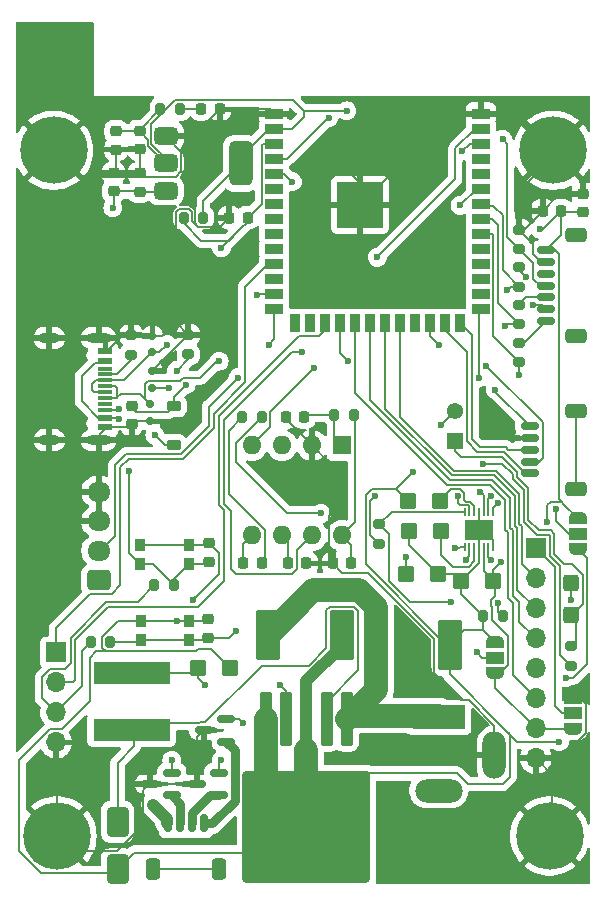
<source format=gbr>
%TF.GenerationSoftware,KiCad,Pcbnew,8.0.3*%
%TF.CreationDate,2024-07-09T19:18:37+01:00*%
%TF.ProjectId,LEDStrip,4c454453-7472-4697-902e-6b696361645f,rev?*%
%TF.SameCoordinates,Original*%
%TF.FileFunction,Copper,L1,Top*%
%TF.FilePolarity,Positive*%
%FSLAX46Y46*%
G04 Gerber Fmt 4.6, Leading zero omitted, Abs format (unit mm)*
G04 Created by KiCad (PCBNEW 8.0.3) date 2024-07-09 19:18:37*
%MOMM*%
%LPD*%
G01*
G04 APERTURE LIST*
G04 Aperture macros list*
%AMRoundRect*
0 Rectangle with rounded corners*
0 $1 Rounding radius*
0 $2 $3 $4 $5 $6 $7 $8 $9 X,Y pos of 4 corners*
0 Add a 4 corners polygon primitive as box body*
4,1,4,$2,$3,$4,$5,$6,$7,$8,$9,$2,$3,0*
0 Add four circle primitives for the rounded corners*
1,1,$1+$1,$2,$3*
1,1,$1+$1,$4,$5*
1,1,$1+$1,$6,$7*
1,1,$1+$1,$8,$9*
0 Add four rect primitives between the rounded corners*
20,1,$1+$1,$2,$3,$4,$5,0*
20,1,$1+$1,$4,$5,$6,$7,0*
20,1,$1+$1,$6,$7,$8,$9,0*
20,1,$1+$1,$8,$9,$2,$3,0*%
%AMFreePoly0*
4,1,19,0.550000,-0.750000,0.000000,-0.750000,0.000000,-0.744911,-0.071157,-0.744911,-0.207708,-0.704816,-0.327430,-0.627875,-0.420627,-0.520320,-0.479746,-0.390866,-0.500000,-0.250000,-0.500000,0.250000,-0.479746,0.390866,-0.420627,0.520320,-0.327430,0.627875,-0.207708,0.704816,-0.071157,0.744911,0.000000,0.744911,0.000000,0.750000,0.550000,0.750000,0.550000,-0.750000,0.550000,-0.750000,
$1*%
%AMFreePoly1*
4,1,19,0.000000,0.744911,0.071157,0.744911,0.207708,0.704816,0.327430,0.627875,0.420627,0.520320,0.479746,0.390866,0.500000,0.250000,0.500000,-0.250000,0.479746,-0.390866,0.420627,-0.520320,0.327430,-0.627875,0.207708,-0.704816,0.071157,-0.744911,0.000000,-0.744911,0.000000,-0.750000,-0.550000,-0.750000,-0.550000,0.750000,0.000000,0.750000,0.000000,0.744911,0.000000,0.744911,
$1*%
G04 Aperture macros list end*
%TA.AperFunction,SMDPad,CuDef*%
%ADD10RoundRect,0.150000X0.625000X-0.150000X0.625000X0.150000X-0.625000X0.150000X-0.625000X-0.150000X0*%
%TD*%
%TA.AperFunction,SMDPad,CuDef*%
%ADD11RoundRect,0.250000X0.650000X-0.350000X0.650000X0.350000X-0.650000X0.350000X-0.650000X-0.350000X0*%
%TD*%
%TA.AperFunction,SMDPad,CuDef*%
%ADD12FreePoly0,90.000000*%
%TD*%
%TA.AperFunction,SMDPad,CuDef*%
%ADD13R,1.500000X1.000000*%
%TD*%
%TA.AperFunction,SMDPad,CuDef*%
%ADD14FreePoly1,90.000000*%
%TD*%
%TA.AperFunction,SMDPad,CuDef*%
%ADD15RoundRect,0.225000X-0.250000X0.225000X-0.250000X-0.225000X0.250000X-0.225000X0.250000X0.225000X0*%
%TD*%
%TA.AperFunction,ComponentPad*%
%ADD16R,4.500000X2.000000*%
%TD*%
%TA.AperFunction,ComponentPad*%
%ADD17O,4.000000X2.000000*%
%TD*%
%TA.AperFunction,ComponentPad*%
%ADD18O,2.000000X4.000000*%
%TD*%
%TA.AperFunction,SMDPad,CuDef*%
%ADD19RoundRect,0.200000X0.275000X-0.200000X0.275000X0.200000X-0.275000X0.200000X-0.275000X-0.200000X0*%
%TD*%
%TA.AperFunction,ComponentPad*%
%ADD20C,5.700000*%
%TD*%
%TA.AperFunction,SMDPad,CuDef*%
%ADD21RoundRect,0.250000X-0.650000X1.000000X-0.650000X-1.000000X0.650000X-1.000000X0.650000X1.000000X0*%
%TD*%
%TA.AperFunction,SMDPad,CuDef*%
%ADD22RoundRect,0.250000X-0.450000X-0.425000X0.450000X-0.425000X0.450000X0.425000X-0.450000X0.425000X0*%
%TD*%
%TA.AperFunction,ComponentPad*%
%ADD23R,1.600000X1.600000*%
%TD*%
%TA.AperFunction,ComponentPad*%
%ADD24O,1.600000X1.600000*%
%TD*%
%TA.AperFunction,SMDPad,CuDef*%
%ADD25RoundRect,0.150000X-0.200000X0.150000X-0.200000X-0.150000X0.200000X-0.150000X0.200000X0.150000X0*%
%TD*%
%TA.AperFunction,SMDPad,CuDef*%
%ADD26RoundRect,0.225000X0.250000X-0.225000X0.250000X0.225000X-0.250000X0.225000X-0.250000X-0.225000X0*%
%TD*%
%TA.AperFunction,SMDPad,CuDef*%
%ADD27RoundRect,0.250000X-0.650000X0.350000X-0.650000X-0.350000X0.650000X-0.350000X0.650000X0.350000X0*%
%TD*%
%TA.AperFunction,SMDPad,CuDef*%
%ADD28RoundRect,0.150000X-0.625000X0.150000X-0.625000X-0.150000X0.625000X-0.150000X0.625000X0.150000X0*%
%TD*%
%TA.AperFunction,SMDPad,CuDef*%
%ADD29RoundRect,0.150000X0.200000X-0.150000X0.200000X0.150000X-0.200000X0.150000X-0.200000X-0.150000X0*%
%TD*%
%TA.AperFunction,SMDPad,CuDef*%
%ADD30RoundRect,0.218750X0.218750X0.256250X-0.218750X0.256250X-0.218750X-0.256250X0.218750X-0.256250X0*%
%TD*%
%TA.AperFunction,SMDPad,CuDef*%
%ADD31RoundRect,0.200000X0.200000X0.275000X-0.200000X0.275000X-0.200000X-0.275000X0.200000X-0.275000X0*%
%TD*%
%TA.AperFunction,SMDPad,CuDef*%
%ADD32RoundRect,0.225000X0.225000X0.250000X-0.225000X0.250000X-0.225000X-0.250000X0.225000X-0.250000X0*%
%TD*%
%TA.AperFunction,SMDPad,CuDef*%
%ADD33R,0.900000X1.000000*%
%TD*%
%TA.AperFunction,SMDPad,CuDef*%
%ADD34R,0.250000X0.700000*%
%TD*%
%TA.AperFunction,SMDPad,CuDef*%
%ADD35R,2.350000X1.780000*%
%TD*%
%TA.AperFunction,SMDPad,CuDef*%
%ADD36RoundRect,0.200000X-0.275000X0.200000X-0.275000X-0.200000X0.275000X-0.200000X0.275000X0.200000X0*%
%TD*%
%TA.AperFunction,SMDPad,CuDef*%
%ADD37RoundRect,0.250000X-0.787500X-1.875000X0.787500X-1.875000X0.787500X1.875000X-0.787500X1.875000X0*%
%TD*%
%TA.AperFunction,SMDPad,CuDef*%
%ADD38FreePoly0,270.000000*%
%TD*%
%TA.AperFunction,SMDPad,CuDef*%
%ADD39FreePoly1,270.000000*%
%TD*%
%TA.AperFunction,SMDPad,CuDef*%
%ADD40R,1.160000X0.600000*%
%TD*%
%TA.AperFunction,SMDPad,CuDef*%
%ADD41R,1.160000X0.300000*%
%TD*%
%TA.AperFunction,ComponentPad*%
%ADD42O,2.000000X0.900000*%
%TD*%
%TA.AperFunction,ComponentPad*%
%ADD43O,1.700000X0.900000*%
%TD*%
%TA.AperFunction,SMDPad,CuDef*%
%ADD44RoundRect,0.250000X-0.425000X0.450000X-0.425000X-0.450000X0.425000X-0.450000X0.425000X0.450000X0*%
%TD*%
%TA.AperFunction,SMDPad,CuDef*%
%ADD45RoundRect,0.150000X-0.150000X-0.625000X0.150000X-0.625000X0.150000X0.625000X-0.150000X0.625000X0*%
%TD*%
%TA.AperFunction,SMDPad,CuDef*%
%ADD46RoundRect,0.250000X-0.350000X-0.650000X0.350000X-0.650000X0.350000X0.650000X-0.350000X0.650000X0*%
%TD*%
%TA.AperFunction,ComponentPad*%
%ADD47RoundRect,0.250000X0.725000X-0.600000X0.725000X0.600000X-0.725000X0.600000X-0.725000X-0.600000X0*%
%TD*%
%TA.AperFunction,ComponentPad*%
%ADD48O,1.950000X1.700000*%
%TD*%
%TA.AperFunction,SMDPad,CuDef*%
%ADD49RoundRect,0.150000X0.587500X0.150000X-0.587500X0.150000X-0.587500X-0.150000X0.587500X-0.150000X0*%
%TD*%
%TA.AperFunction,SMDPad,CuDef*%
%ADD50RoundRect,0.225000X-0.375000X0.225000X-0.375000X-0.225000X0.375000X-0.225000X0.375000X0.225000X0*%
%TD*%
%TA.AperFunction,SMDPad,CuDef*%
%ADD51RoundRect,0.250000X0.450000X0.425000X-0.450000X0.425000X-0.450000X-0.425000X0.450000X-0.425000X0*%
%TD*%
%TA.AperFunction,SMDPad,CuDef*%
%ADD52RoundRect,0.225000X-0.225000X-0.250000X0.225000X-0.250000X0.225000X0.250000X-0.225000X0.250000X0*%
%TD*%
%TA.AperFunction,ComponentPad*%
%ADD53R,1.700000X1.700000*%
%TD*%
%TA.AperFunction,ComponentPad*%
%ADD54O,1.700000X1.700000*%
%TD*%
%TA.AperFunction,SMDPad,CuDef*%
%ADD55RoundRect,0.200000X-0.200000X-0.275000X0.200000X-0.275000X0.200000X0.275000X-0.200000X0.275000X0*%
%TD*%
%TA.AperFunction,SMDPad,CuDef*%
%ADD56R,1.500000X0.900000*%
%TD*%
%TA.AperFunction,SMDPad,CuDef*%
%ADD57R,0.900000X1.500000*%
%TD*%
%TA.AperFunction,HeatsinkPad*%
%ADD58C,0.600000*%
%TD*%
%TA.AperFunction,SMDPad,CuDef*%
%ADD59R,3.900000X3.900000*%
%TD*%
%TA.AperFunction,SMDPad,CuDef*%
%ADD60RoundRect,0.250000X-0.300000X2.050000X-0.300000X-2.050000X0.300000X-2.050000X0.300000X2.050000X0*%
%TD*%
%TA.AperFunction,SMDPad,CuDef*%
%ADD61RoundRect,0.250000X-2.375000X2.025000X-2.375000X-2.025000X2.375000X-2.025000X2.375000X2.025000X0*%
%TD*%
%TA.AperFunction,SMDPad,CuDef*%
%ADD62RoundRect,0.250002X-5.149998X4.449998X-5.149998X-4.449998X5.149998X-4.449998X5.149998X4.449998X0*%
%TD*%
%TA.AperFunction,SMDPad,CuDef*%
%ADD63R,6.500000X1.920000*%
%TD*%
%TA.AperFunction,ComponentPad*%
%ADD64R,1.378000X1.378000*%
%TD*%
%TA.AperFunction,ComponentPad*%
%ADD65C,1.378000*%
%TD*%
%TA.AperFunction,SMDPad,CuDef*%
%ADD66RoundRect,0.375000X-0.625000X-0.375000X0.625000X-0.375000X0.625000X0.375000X-0.625000X0.375000X0*%
%TD*%
%TA.AperFunction,SMDPad,CuDef*%
%ADD67RoundRect,0.500000X-0.500000X-1.400000X0.500000X-1.400000X0.500000X1.400000X-0.500000X1.400000X0*%
%TD*%
%TA.AperFunction,ViaPad*%
%ADD68C,0.600000*%
%TD*%
%TA.AperFunction,Conductor*%
%ADD69C,0.200000*%
%TD*%
%TA.AperFunction,Conductor*%
%ADD70C,0.150000*%
%TD*%
%TA.AperFunction,Conductor*%
%ADD71C,0.800000*%
%TD*%
%TA.AperFunction,Conductor*%
%ADD72C,1.000000*%
%TD*%
%TA.AperFunction,Conductor*%
%ADD73C,2.000000*%
%TD*%
G04 APERTURE END LIST*
D10*
%TO.P,J4,1,Pin_1*%
%TO.N,MAT_CLK*%
X168925000Y-95300000D03*
%TO.P,J4,2,Pin_2*%
%TO.N,MAT_CS*%
X168925000Y-94300000D03*
%TO.P,J4,3,Pin_3*%
%TO.N,MAT_DIN*%
X168925000Y-93300000D03*
%TO.P,J4,4,Pin_4*%
%TO.N,GND*%
X168925000Y-92300000D03*
%TO.P,J4,5,Pin_5*%
%TO.N,VCC_5V*%
X168925000Y-91300000D03*
D11*
%TO.P,J4,MP,MountPin*%
%TO.N,unconnected-(J4-MountPin-PadMP)*%
X172800000Y-96600000D03*
X172800000Y-90000000D03*
%TD*%
D12*
%TO.P,JP2,1,A*%
%TO.N,<NO NET>*%
X173000000Y-101700000D03*
D13*
%TO.P,JP2,2,C*%
%TO.N,GAIN*%
X173000000Y-100400000D03*
D14*
%TO.P,JP2,3,B*%
%TO.N,ESP_3V3*%
X173000000Y-99100000D03*
%TD*%
D15*
%TO.P,C5,1*%
%TO.N,ESP_3V3*%
X135865000Y-66300000D03*
%TO.P,C5,2*%
%TO.N,GND*%
X135865000Y-67850000D03*
%TD*%
D16*
%TO.P,J5,1*%
%TO.N,VCC_12V*%
X161200000Y-115950000D03*
D17*
%TO.P,J5,2*%
%TO.N,unconnected-(J5-Pad2)*%
X161200000Y-122150000D03*
D18*
%TO.P,J5,3*%
%TO.N,GND*%
X165900000Y-119150000D03*
%TD*%
D19*
%TO.P,R14,1*%
%TO.N,Net-(U6-MICBIAS)*%
X172400000Y-111600000D03*
%TO.P,R14,2*%
%TO.N,Net-(C18-Pad2)*%
X172400000Y-109950000D03*
%TD*%
D20*
%TO.P,H3,1,1*%
%TO.N,GND*%
X128600000Y-67950000D03*
%TD*%
D21*
%TO.P,D3,1,K*%
%TO.N,Net-(D3-K)*%
X134000000Y-124800000D03*
%TO.P,D3,2,A*%
%TO.N,<NO NET>*%
X134000000Y-128800000D03*
%TD*%
D22*
%TO.P,C15,1*%
%TO.N,Net-(U6-CT)*%
X158400000Y-103800000D03*
%TO.P,C15,2*%
%TO.N,<NO NET>*%
X161100000Y-103800000D03*
%TD*%
D12*
%TO.P,JP1,1,A*%
%TO.N,ESP_3V3*%
X172600000Y-116900000D03*
D13*
%TO.P,JP1,2,C*%
%TO.N,Net-(J7-Pin_1)*%
X172600000Y-115600000D03*
D14*
%TO.P,JP1,3,B*%
%TO.N,GND*%
X172600000Y-114300000D03*
%TD*%
D23*
%TO.P,U1,1,VDD*%
%TO.N,VDD_EQ*%
X153000000Y-92925000D03*
D24*
%TO.P,U1,2,VSS*%
%TO.N,GND*%
X150460000Y-92925000D03*
%TO.P,U1,3,OUT*%
%TO.N,EQ_DATA*%
X147920000Y-92925000D03*
%TO.P,U1,4,STROBE*%
%TO.N,EQ_STROBE*%
X145380000Y-92925000D03*
%TO.P,U1,5,IN*%
%TO.N,Net-(U1-IN)*%
X145380000Y-100545000D03*
%TO.P,U1,6,GND*%
%TO.N,Net-(U1-GND)*%
X147920000Y-100545000D03*
%TO.P,U1,7,RESET*%
%TO.N,EQ_RESET*%
X150460000Y-100545000D03*
%TO.P,U1,8,CKIN*%
%TO.N,Net-(U1-CKIN)*%
X153000000Y-100545000D03*
%TD*%
D25*
%TO.P,D5,1,A1*%
%TO.N,GND*%
X136760000Y-90850000D03*
%TO.P,D5,2,A2*%
%TO.N,D+*%
X136760000Y-89450000D03*
%TD*%
D26*
%TO.P,C3,1*%
%TO.N,VCC_5V*%
X135865000Y-71450000D03*
%TO.P,C3,2*%
%TO.N,GND*%
X135865000Y-69900000D03*
%TD*%
D27*
%TO.P,SW3,*%
%TO.N,*%
X172815000Y-75100000D03*
X172815000Y-83700000D03*
D28*
%TO.P,SW3,B*%
%TO.N,Net-(R15-Pad1)*%
X170290000Y-82400000D03*
%TO.P,SW3,C1*%
%TO.N,ESP_3V3*%
X170290000Y-76400000D03*
%TO.P,SW3,C2*%
%TO.N,GND*%
X170290000Y-77400000D03*
%TO.P,SW3,G*%
%TO.N,Net-(R11-Pad1)*%
X170290000Y-81400000D03*
%TO.P,SW3,NC1*%
%TO.N,unconnected-(SW3-PadNC1)*%
X170290000Y-78400000D03*
%TO.P,SW3,NO1*%
%TO.N,CMD_BTN*%
X170290000Y-79400000D03*
%TO.P,SW3,R*%
%TO.N,Net-(R10-Pad1)*%
X170290000Y-80400000D03*
%TD*%
D19*
%TO.P,R2,1*%
%TO.N,Net-(J1-CC2)*%
X140000000Y-85225000D03*
%TO.P,R2,2*%
%TO.N,GND*%
X140000000Y-83575000D03*
%TD*%
D29*
%TO.P,D4,1,A1*%
%TO.N,GND*%
X136960000Y-83650000D03*
%TO.P,D4,2,A2*%
%TO.N,D-*%
X136960000Y-85050000D03*
%TD*%
D30*
%TO.P,D6,1,K*%
%TO.N,GND*%
X142665000Y-64450000D03*
%TO.P,D6,2,A*%
%TO.N,Net-(D6-A)*%
X141090000Y-64450000D03*
%TD*%
D31*
%TO.P,R5,1*%
%TO.N,Net-(U1-CKIN)*%
X154000000Y-90325000D03*
%TO.P,R5,2*%
%TO.N,VDD_EQ*%
X152350000Y-90325000D03*
%TD*%
D32*
%TO.P,C7,1*%
%TO.N,ESP_3V3*%
X171565000Y-73050000D03*
%TO.P,C7,2*%
%TO.N,GND*%
X170015000Y-73050000D03*
%TD*%
D33*
%TO.P,SW2,1*%
%TO.N,<NO NET>*%
X135950000Y-107800000D03*
X140050000Y-107800000D03*
%TO.P,SW2,2*%
%TO.N,GPIO0*%
X135950000Y-109400000D03*
X140050000Y-109400000D03*
%TD*%
D26*
%TO.P,C2,1*%
%TO.N,VCC_5V*%
X133665000Y-71425000D03*
%TO.P,C2,2*%
%TO.N,GND*%
X133665000Y-69875000D03*
%TD*%
D34*
%TO.P,U6,1,CT*%
%TO.N,Net-(U6-CT)*%
X163387500Y-101525000D03*
%TO.P,U6,2,~{SHDN}*%
%TO.N,ESP_3V3*%
X163787500Y-101525000D03*
%TO.P,U6,3,CG*%
%TO.N,Net-(U6-CG)*%
X164187500Y-101525000D03*
%TO.P,U6,4,GND*%
%TO.N,<NO NET>*%
X164587500Y-101525000D03*
%TO.P,U6,5,VDD*%
%TO.N,ESP_3V3*%
X164987500Y-101525000D03*
%TO.P,U6,6,MICOUT*%
%TO.N,AUDIO*%
X165387500Y-101525000D03*
%TO.P,U6,7,GND*%
%TO.N,<NO NET>*%
X165787500Y-101525000D03*
%TO.P,U6,8,MICIN*%
%TO.N,Net-(U6-MICIN)*%
X165787500Y-98575000D03*
%TO.P,U6,9,A/R*%
%TO.N,AR*%
X165387500Y-98575000D03*
%TO.P,U6,10,GAIN*%
%TO.N,GAIN*%
X164987500Y-98575000D03*
%TO.P,U6,11,GND*%
%TO.N,<NO NET>*%
X164587500Y-98575000D03*
%TO.P,U6,12,BIAS*%
%TO.N,Net-(U6-BIAS)*%
X164187500Y-98575000D03*
%TO.P,U6,13,MICBIAS*%
%TO.N,Net-(U6-MICBIAS)*%
X163787500Y-98575000D03*
%TO.P,U6,14,TH*%
%TO.N,Net-(U6-TH)*%
X163387500Y-98575000D03*
D35*
%TO.P,U6,15,GND*%
%TO.N,<NO NET>*%
X164587500Y-100050000D03*
%TD*%
D19*
%TO.P,R1,1*%
%TO.N,Net-(J1-CC1)*%
X135160000Y-85250000D03*
%TO.P,R1,2*%
%TO.N,GND*%
X135160000Y-83600000D03*
%TD*%
D36*
%TO.P,R11,1*%
%TO.N,Net-(R11-Pad1)*%
X168015000Y-77850000D03*
%TO.P,R11,2*%
%TO.N,RGB_G*%
X168015000Y-79500000D03*
%TD*%
D37*
%TO.P,CIN2,1*%
%TO.N,VCC_12V*%
X146775000Y-109000000D03*
%TO.P,CIN2,2*%
%TO.N,<NO NET>*%
X153000000Y-109000000D03*
%TD*%
D29*
%TO.P,D2,1,A1*%
%TO.N,GND*%
X136960000Y-86650000D03*
%TO.P,D2,2,A2*%
%TO.N,Net-(D1-A)*%
X136960000Y-88050000D03*
%TD*%
D38*
%TO.P,JP3,1,A*%
%TO.N,<NO NET>*%
X166000000Y-109600000D03*
D13*
%TO.P,JP3,2,C*%
%TO.N,AR*%
X166000000Y-110900000D03*
D39*
%TO.P,JP3,3,B*%
%TO.N,ESP_3V3*%
X166000000Y-112200000D03*
%TD*%
D22*
%TO.P,COUT1,1*%
%TO.N,VCC_5V*%
X140800000Y-111800000D03*
%TO.P,COUT1,2*%
%TO.N,<NO NET>*%
X143500000Y-111800000D03*
%TD*%
D15*
%TO.P,C4,1*%
%TO.N,ESP_3V3*%
X133865000Y-66325000D03*
%TO.P,C4,2*%
%TO.N,GND*%
X133865000Y-67875000D03*
%TD*%
D40*
%TO.P,J1,A1,GND*%
%TO.N,GND*%
X132980000Y-84970000D03*
%TO.P,J1,A4,VBUS*%
%TO.N,Net-(D1-A)*%
X132980000Y-85770000D03*
D41*
%TO.P,J1,A5,CC1*%
%TO.N,Net-(J1-CC1)*%
X132980000Y-86920000D03*
%TO.P,J1,A6,D+*%
%TO.N,D+*%
X132980000Y-87920000D03*
%TO.P,J1,A7,D-*%
%TO.N,D-*%
X132980000Y-88420000D03*
%TO.P,J1,A8,SBU1*%
%TO.N,unconnected-(J1-SBU1-PadA8)*%
X132980000Y-89420000D03*
D40*
%TO.P,J1,A9,VBUS*%
%TO.N,Net-(D1-A)*%
X132980000Y-90570000D03*
%TO.P,J1,A12,GND*%
%TO.N,GND*%
X132980000Y-91370000D03*
%TO.P,J1,B1,GND*%
X132980000Y-91370000D03*
%TO.P,J1,B4,VBUS*%
%TO.N,Net-(D1-A)*%
X132980000Y-90570000D03*
D41*
%TO.P,J1,B5,CC2*%
%TO.N,Net-(J1-CC2)*%
X132980000Y-89920000D03*
%TO.P,J1,B6,D+*%
%TO.N,D+*%
X132980000Y-88920000D03*
%TO.P,J1,B7,D-*%
%TO.N,D-*%
X132980000Y-87420000D03*
%TO.P,J1,B8,SBU2*%
%TO.N,unconnected-(J1-SBU2-PadB8)*%
X132980000Y-86420000D03*
D40*
%TO.P,J1,B9,VBUS*%
%TO.N,Net-(D1-A)*%
X132980000Y-85770000D03*
%TO.P,J1,B12,GND*%
%TO.N,GND*%
X132980000Y-84970000D03*
D42*
%TO.P,J1,S1,SHIELD*%
X132400000Y-83850000D03*
D43*
X128230000Y-83850000D03*
D42*
X132400000Y-92490000D03*
D43*
X128230000Y-92490000D03*
%TD*%
D44*
%TO.P,C18,1*%
%TO.N,Net-(U6-MICIN)*%
X172400000Y-104600000D03*
%TO.P,C18,2*%
%TO.N,Net-(C18-Pad2)*%
X172400000Y-107300000D03*
%TD*%
D45*
%TO.P,J2,1,Pin_1*%
%TO.N,VCC_12V*%
X138300000Y-124925000D03*
%TO.P,J2,2,Pin_2*%
%TO.N,LED_G*%
X139300000Y-124925000D03*
%TO.P,J2,3,Pin_3*%
%TO.N,LED_R*%
X140300000Y-124925000D03*
%TO.P,J2,4,Pin_4*%
%TO.N,LED_B*%
X141300000Y-124925000D03*
D46*
%TO.P,J2,MP,MountPin*%
%TO.N,unconnected-(J2-MountPin-PadMP)*%
X137000000Y-128800000D03*
X142600000Y-128800000D03*
%TD*%
D47*
%TO.P,J3,1,Pin_1*%
%TO.N,VCC_12V*%
X132400000Y-104350000D03*
D48*
%TO.P,J3,2,Pin_2*%
%TO.N,LED_ADDR*%
X132400000Y-101850000D03*
%TO.P,J3,3,Pin_3*%
%TO.N,GND*%
X132400000Y-99350000D03*
%TO.P,J3,4,Pin_4*%
X132400000Y-96850000D03*
%TD*%
D20*
%TO.P,H4,1,1*%
%TO.N,GND*%
X128875000Y-126000000D03*
%TD*%
D32*
%TO.P,C11,1*%
%TO.N,Net-(C11-Pad1)*%
X146200000Y-102925000D03*
%TO.P,C11,2*%
%TO.N,Net-(U1-IN)*%
X144650000Y-102925000D03*
%TD*%
D49*
%TO.P,Q1,1,D*%
%TO.N,LED_R*%
X142600000Y-122550000D03*
%TO.P,Q1,2,G*%
%TO.N,RGB_R*%
X142600000Y-120650000D03*
%TO.P,Q1,3,S*%
%TO.N,GND*%
X140725000Y-121600000D03*
%TD*%
D50*
%TO.P,D1,1,K*%
%TO.N,VCC_5V*%
X138760000Y-89600000D03*
%TO.P,D1,2,A*%
%TO.N,Net-(D1-A)*%
X138760000Y-92900000D03*
%TD*%
D51*
%TO.P,C19,1*%
%TO.N,ESP_3V3*%
X165800000Y-104400000D03*
%TO.P,C19,2*%
%TO.N,<NO NET>*%
X163100000Y-104400000D03*
%TD*%
D52*
%TO.P,C12,1*%
%TO.N,Net-(U1-GND)*%
X148450000Y-102925000D03*
%TO.P,C12,2*%
%TO.N,GND*%
X150000000Y-102925000D03*
%TD*%
D53*
%TO.P,J6,1,Pin_1*%
%TO.N,DISP_SDA*%
X128800000Y-110460000D03*
D54*
%TO.P,J6,2,Pin_2*%
%TO.N,DISP_SCL*%
X128800000Y-113000000D03*
%TO.P,J6,3,Pin_3*%
%TO.N,ESP_3V3*%
X128800000Y-115540000D03*
%TO.P,J6,4,Pin_4*%
%TO.N,GND*%
X128800000Y-118080000D03*
%TD*%
D55*
%TO.P,R6,1*%
%TO.N,Net-(C11-Pad1)*%
X144550000Y-90525000D03*
%TO.P,R6,2*%
%TO.N,AUDIO*%
X146200000Y-90525000D03*
%TD*%
D36*
%TO.P,R16,1*%
%TO.N,GND*%
X168015000Y-74650000D03*
%TO.P,R16,2*%
%TO.N,CMD_BTN*%
X168015000Y-76300000D03*
%TD*%
D55*
%TO.P,R3,1*%
%TO.N,ESP_3V3*%
X137640000Y-64450000D03*
%TO.P,R3,2*%
%TO.N,Net-(D6-A)*%
X139290000Y-64450000D03*
%TD*%
D36*
%TO.P,R10,1*%
%TO.N,Net-(R10-Pad1)*%
X168015000Y-81000000D03*
%TO.P,R10,2*%
%TO.N,RGB_R*%
X168015000Y-82650000D03*
%TD*%
D56*
%TO.P,U2,1,GND*%
%TO.N,GND*%
X147265000Y-64840000D03*
%TO.P,U2,2,3V3*%
%TO.N,ESP_3V3*%
X147265000Y-66110000D03*
%TO.P,U2,3,EN*%
%TO.N,CHIP_PU*%
X147265000Y-67380000D03*
%TO.P,U2,4,IO4*%
%TO.N,CMD_BTN*%
X147265000Y-68650000D03*
%TO.P,U2,5,IO5*%
%TO.N,EQ_RESET*%
X147265000Y-69920000D03*
%TO.P,U2,6,IO6*%
%TO.N,unconnected-(U2-IO6-Pad6)*%
X147265000Y-71190000D03*
%TO.P,U2,7,IO7*%
%TO.N,unconnected-(U2-IO7-Pad7)*%
X147265000Y-72460000D03*
%TO.P,U2,8,IO15*%
%TO.N,unconnected-(U2-IO15-Pad8)*%
X147265000Y-73730000D03*
%TO.P,U2,9,IO16*%
%TO.N,unconnected-(U2-IO16-Pad9)*%
X147265000Y-75000000D03*
%TO.P,U2,10,IO17*%
%TO.N,unconnected-(U2-IO17-Pad10)*%
X147265000Y-76270000D03*
%TO.P,U2,11,IO18*%
%TO.N,DISP_SDA*%
X147265000Y-77540000D03*
%TO.P,U2,12,IO8*%
%TO.N,unconnected-(U2-IO8-Pad12)*%
X147265000Y-78810000D03*
%TO.P,U2,13,IO19*%
%TO.N,D-*%
X147265000Y-80080000D03*
%TO.P,U2,14,IO20*%
%TO.N,D+*%
X147265000Y-81350000D03*
D57*
%TO.P,U2,15,IO3*%
%TO.N,unconnected-(U2-IO3-Pad15)*%
X149030000Y-82600000D03*
%TO.P,U2,16,IO46*%
%TO.N,unconnected-(U2-IO46-Pad16)*%
X150300000Y-82600000D03*
%TO.P,U2,17,IO9*%
%TO.N,DISP_SCL*%
X151570000Y-82600000D03*
%TO.P,U2,18,IO10*%
%TO.N,TFT_MOSI*%
X152840000Y-82600000D03*
%TO.P,U2,19,IO11*%
%TO.N,TFT_SCLK*%
X154110000Y-82600000D03*
%TO.P,U2,20,IO12*%
%TO.N,TFT_RST*%
X155380000Y-82600000D03*
%TO.P,U2,21,IO13*%
%TO.N,TFT_DC*%
X156650000Y-82600000D03*
%TO.P,U2,22,IO14*%
%TO.N,TFT_CS*%
X157920000Y-82600000D03*
%TO.P,U2,23,IO21*%
%TO.N,unconnected-(U2-IO21-Pad23)*%
X159190000Y-82600000D03*
%TO.P,U2,24,IO47*%
%TO.N,MAT_CS*%
X160460000Y-82600000D03*
%TO.P,U2,25,IO48*%
%TO.N,MAT_CLK*%
X161730000Y-82600000D03*
%TO.P,U2,26,IO45*%
%TO.N,MAT_DIN*%
X163000000Y-82600000D03*
D56*
%TO.P,U2,27,IO0*%
%TO.N,GPIO0*%
X164765000Y-81350000D03*
%TO.P,U2,28,IO35*%
%TO.N,unconnected-(U2-IO35-Pad28)*%
X164765000Y-80080000D03*
%TO.P,U2,29,IO36*%
%TO.N,unconnected-(U2-IO36-Pad29)*%
X164765000Y-78810000D03*
%TO.P,U2,30,IO37*%
%TO.N,unconnected-(U2-IO37-Pad30)*%
X164765000Y-77540000D03*
%TO.P,U2,31,IO38*%
%TO.N,unconnected-(U2-IO38-Pad31)*%
X164765000Y-76270000D03*
%TO.P,U2,32,IO39*%
%TO.N,RGB_B*%
X164765000Y-75000000D03*
%TO.P,U2,33,IO40*%
%TO.N,RGB_R*%
X164765000Y-73730000D03*
%TO.P,U2,34,IO41*%
%TO.N,RGB_G*%
X164765000Y-72460000D03*
%TO.P,U2,35,IO42*%
%TO.N,LED_ADDR*%
X164765000Y-71190000D03*
%TO.P,U2,36,RXD0*%
%TO.N,unconnected-(U2-RXD0-Pad36)*%
X164765000Y-69920000D03*
%TO.P,U2,37,TXD0*%
%TO.N,unconnected-(U2-TXD0-Pad37)*%
X164765000Y-68650000D03*
%TO.P,U2,38,IO2*%
%TO.N,EQ_STROBE*%
X164765000Y-67380000D03*
%TO.P,U2,39,IO1*%
%TO.N,EQ_DATA*%
X164765000Y-66110000D03*
%TO.P,U2,40,GND*%
%TO.N,GND*%
X164765000Y-64840000D03*
D58*
%TO.P,U2,41,GND*%
X153115000Y-71860000D03*
X153115000Y-73260000D03*
X153815000Y-71160000D03*
X153815000Y-72560000D03*
X153815000Y-73960000D03*
X154515000Y-71860000D03*
D59*
X154515000Y-72560000D03*
D58*
X154515000Y-73260000D03*
X155215000Y-71160000D03*
X155215000Y-72560000D03*
X155215000Y-73960000D03*
X155915000Y-71860000D03*
X155915000Y-73260000D03*
%TD*%
D51*
%TO.P,C17,1*%
%TO.N,Net-(U6-BIAS)*%
X161300000Y-97600000D03*
%TO.P,C17,2*%
%TO.N,<NO NET>*%
X158600000Y-97600000D03*
%TD*%
D32*
%TO.P,C10,1*%
%TO.N,VDD_EQ*%
X149800000Y-90525000D03*
%TO.P,C10,2*%
%TO.N,GND*%
X148250000Y-90525000D03*
%TD*%
D37*
%TO.P,CIN1,1*%
%TO.N,VCC_12V*%
X155887500Y-109800000D03*
%TO.P,CIN1,2*%
%TO.N,<NO NET>*%
X162112500Y-109800000D03*
%TD*%
D26*
%TO.P,C13,1*%
%TO.N,CHIP_PU*%
X141775000Y-102775000D03*
%TO.P,C13,2*%
%TO.N,<NO NET>*%
X141775000Y-101225000D03*
%TD*%
D15*
%TO.P,C1,1*%
%TO.N,VCC_5V*%
X135195000Y-89570000D03*
%TO.P,C1,2*%
%TO.N,GND*%
X135195000Y-91120000D03*
%TD*%
D36*
%TO.P,R15,1*%
%TO.N,Net-(R15-Pad1)*%
X168015000Y-84250000D03*
%TO.P,R15,2*%
%TO.N,RGB_B*%
X168015000Y-85900000D03*
%TD*%
D31*
%TO.P,R12,1*%
%TO.N,Net-(U6-TH)*%
X166600000Y-107400000D03*
%TO.P,R12,2*%
%TO.N,<NO NET>*%
X164950000Y-107400000D03*
%TD*%
D32*
%TO.P,C8,1*%
%TO.N,CHIP_PU*%
X145015000Y-73650000D03*
%TO.P,C8,2*%
%TO.N,GND*%
X143465000Y-73650000D03*
%TD*%
D49*
%TO.P,Q2,1,D*%
%TO.N,LED_G*%
X138600000Y-122550000D03*
%TO.P,Q2,2,G*%
%TO.N,RGB_G*%
X138600000Y-120650000D03*
%TO.P,Q2,3,S*%
%TO.N,GND*%
X136725000Y-121600000D03*
%TD*%
D33*
%TO.P,SW1,1*%
%TO.N,<NO NET>*%
X135925000Y-101375000D03*
X140025000Y-101375000D03*
%TO.P,SW1,2*%
%TO.N,CHIP_PU*%
X135925000Y-102975000D03*
X140025000Y-102975000D03*
%TD*%
D60*
%TO.P,U3,1,VIN*%
%TO.N,VCC_12V*%
X153400000Y-116050000D03*
%TO.P,U3,2,OUT*%
%TO.N,Net-(D3-K)*%
X151700000Y-116050000D03*
%TO.P,U3,3,GND*%
%TO.N,<NO NET>*%
X150000000Y-116050000D03*
D61*
X152775000Y-122775000D03*
X147225000Y-122775000D03*
D62*
X150000000Y-125200000D03*
D61*
X152775000Y-127625000D03*
X147225000Y-127625000D03*
D60*
%TO.P,U3,4,FB*%
%TO.N,VCC_5V*%
X148300000Y-116050000D03*
%TO.P,U3,5,~{ON}/OFF*%
%TO.N,<NO NET>*%
X146600000Y-116050000D03*
%TD*%
D26*
%TO.P,C14,1*%
%TO.N,GPIO0*%
X141650000Y-109200000D03*
%TO.P,C14,2*%
%TO.N,<NO NET>*%
X141650000Y-107650000D03*
%TD*%
D63*
%TO.P,L1,1*%
%TO.N,Net-(D3-K)*%
X135200000Y-117010000D03*
%TO.P,L1,2*%
%TO.N,VCC_5V*%
X135200000Y-112190000D03*
%TD*%
D64*
%TO.P,MK1,1*%
%TO.N,Net-(C18-Pad2)*%
X162600000Y-92540000D03*
D65*
%TO.P,MK1,2*%
%TO.N,<NO NET>*%
X162600000Y-90000000D03*
%TD*%
D53*
%TO.P,J7,1,Pin_1*%
%TO.N,Net-(J7-Pin_1)*%
X169400000Y-101620000D03*
D54*
%TO.P,J7,2,Pin_2*%
%TO.N,TFT_CS*%
X169400000Y-104160000D03*
%TO.P,J7,3,Pin_3*%
%TO.N,TFT_DC*%
X169400000Y-106700000D03*
%TO.P,J7,4,Pin_4*%
%TO.N,TFT_RST*%
X169400000Y-109240000D03*
%TO.P,J7,5,Pin_5*%
%TO.N,TFT_MOSI*%
X169400000Y-111780000D03*
%TO.P,J7,6,Pin_6*%
%TO.N,TFT_SCLK*%
X169400000Y-114320000D03*
%TO.P,J7,7,Pin_7*%
%TO.N,ESP_3V3*%
X169400000Y-116860000D03*
%TO.P,J7,8,Pin_8*%
%TO.N,GND*%
X169400000Y-119400000D03*
%TD*%
D52*
%TO.P,C9,1*%
%TO.N,GND*%
X152250000Y-102925000D03*
%TO.P,C9,2*%
%TO.N,Net-(U1-CKIN)*%
X153800000Y-102925000D03*
%TD*%
D20*
%TO.P,H2,1,1*%
%TO.N,GND*%
X170600000Y-126000000D03*
%TD*%
D55*
%TO.P,R4,1*%
%TO.N,CHIP_PU*%
X139615000Y-73650000D03*
%TO.P,R4,2*%
%TO.N,ESP_3V3*%
X141265000Y-73650000D03*
%TD*%
D49*
%TO.P,Q3,1,D*%
%TO.N,LED_B*%
X143200000Y-118000000D03*
%TO.P,Q3,2,G*%
%TO.N,RGB_B*%
X143200000Y-116100000D03*
%TO.P,Q3,3,S*%
%TO.N,GND*%
X141325000Y-117050000D03*
%TD*%
D51*
%TO.P,C16,1*%
%TO.N,Net-(U6-CG)*%
X161400000Y-100200000D03*
%TO.P,C16,2*%
%TO.N,<NO NET>*%
X158700000Y-100200000D03*
%TD*%
D31*
%TO.P,R8,1*%
%TO.N,GPIO0*%
X133400000Y-109600000D03*
%TO.P,R8,2*%
%TO.N,ESP_3V3*%
X131750000Y-109600000D03*
%TD*%
%TO.P,R7,1*%
%TO.N,CHIP_PU*%
X138775000Y-104775000D03*
%TO.P,R7,2*%
%TO.N,ESP_3V3*%
X137125000Y-104775000D03*
%TD*%
D19*
%TO.P,R13,1*%
%TO.N,Net-(U6-MICBIAS)*%
X156175000Y-101250000D03*
%TO.P,R13,2*%
%TO.N,Net-(U6-TH)*%
X156175000Y-99600000D03*
%TD*%
D66*
%TO.P,U4,1,GND*%
%TO.N,GND*%
X138115000Y-66750000D03*
%TO.P,U4,2,VO*%
%TO.N,ESP_3V3*%
X138115000Y-69050000D03*
D67*
X144415000Y-69050000D03*
D66*
%TO.P,U4,3,VI*%
%TO.N,VCC_5V*%
X138115000Y-71350000D03*
%TD*%
D26*
%TO.P,C6,1*%
%TO.N,ESP_3V3*%
X173415000Y-73200000D03*
%TO.P,C6,2*%
%TO.N,GND*%
X173415000Y-71650000D03*
%TD*%
D20*
%TO.P,H1,1,1*%
%TO.N,GND*%
X170875000Y-67950000D03*
%TD*%
D68*
%TO.N,ESP_3V3*%
X163486893Y-102598892D03*
X169800000Y-74600000D03*
X170400000Y-99400000D03*
X153400000Y-64600000D03*
X166450000Y-102800000D03*
%TO.N,CHIP_PU*%
X135000000Y-95100000D03*
X142800000Y-76200000D03*
%TO.N,GPIO0*%
X144000000Y-108600000D03*
X164600000Y-87200000D03*
%TO.N,Net-(U6-CT)*%
X162600000Y-101600000D03*
X158400000Y-102400000D03*
%TO.N,Net-(U6-MICIN)*%
X172400000Y-106000000D03*
X166200000Y-97800000D03*
%TO.N,MAT_CS*%
X161200000Y-84400000D03*
X165200000Y-86200000D03*
%TO.N,TFT_MOSI*%
X153510000Y-85800000D03*
%TO.N,Net-(J1-CC2)*%
X139000000Y-86600000D03*
X134160000Y-89850000D03*
%TO.N,<NO NET>*%
X140400000Y-106000000D03*
X171400000Y-118000000D03*
X172000000Y-112600000D03*
X159000000Y-95200000D03*
X139000000Y-107800000D03*
X161400000Y-91200000D03*
%TO.N,VCC_5V*%
X133600000Y-72800000D03*
X147800000Y-113200000D03*
X139800000Y-87800000D03*
X166000000Y-88200000D03*
X141400000Y-113200000D03*
%TO.N,RGB_R*%
X166800000Y-82800000D03*
X142800000Y-119600000D03*
%TO.N,Net-(D1-A)*%
X134160000Y-90650000D03*
X138360000Y-88050000D03*
X137160000Y-92050000D03*
%TO.N,D-*%
X138200000Y-84400000D03*
X145800000Y-80200000D03*
%TO.N,D+*%
X146800000Y-84400000D03*
X142600000Y-85800000D03*
%TO.N,RGB_G*%
X167000000Y-79800000D03*
X138600000Y-119600000D03*
%TO.N,RGB_B*%
X168000000Y-87000000D03*
X144600000Y-116450000D03*
%TO.N,GAIN*%
X171127818Y-98350000D03*
X164706587Y-96875000D03*
%TO.N,EQ_DATA*%
X156000000Y-77000000D03*
%TO.N,EQ_STROBE*%
X150600000Y-86400000D03*
X163200000Y-68000000D03*
%TO.N,EQ_RESET*%
X148800000Y-70600000D03*
X149600000Y-85000000D03*
%TO.N,AR*%
X164424265Y-110424265D03*
X165649941Y-97195529D03*
%TO.N,AUDIO*%
X151259396Y-98692074D03*
X165600000Y-102600000D03*
%TO.N,LED_ADDR*%
X144200000Y-87200000D03*
X163000000Y-72600000D03*
%TO.N,CMD_BTN*%
X166600000Y-67000000D03*
X151900000Y-65175000D03*
%TO.N,Net-(U6-TH)*%
X162200000Y-106200000D03*
X166200773Y-106270459D03*
%TO.N,Net-(U6-MICBIAS)*%
X164932559Y-94475000D03*
X155800000Y-97200000D03*
X162800000Y-97200000D03*
%TO.N,VCC_12V*%
X137000000Y-123345534D03*
X149400000Y-106400000D03*
%TO.N,Net-(R11-Pad1)*%
X168615000Y-78650000D03*
X169215000Y-81050000D03*
%TO.N,GND*%
X151200000Y-67400000D03*
X148600000Y-65000000D03*
X167200000Y-92200000D03*
%TD*%
D69*
%TO.N,ESP_3V3*%
X165600000Y-106518215D02*
X165702500Y-106620715D01*
D70*
X147265000Y-66110000D02*
X146785000Y-66110000D01*
X135840000Y-66325000D02*
X135865000Y-66300000D01*
X135865000Y-66225000D02*
X137640000Y-64450000D01*
D69*
X165952244Y-105670459D02*
X165600000Y-106022703D01*
D70*
X135865000Y-66300000D02*
X136615000Y-67050000D01*
X163486893Y-102598892D02*
X163787500Y-102298285D01*
X136840000Y-67394240D02*
X136840000Y-65747708D01*
X141265000Y-72200000D02*
X141265000Y-73650000D01*
X169440000Y-116900000D02*
X169400000Y-116860000D01*
X138495760Y-69050000D02*
X136840000Y-67394240D01*
X149790000Y-64611827D02*
X149790000Y-65088173D01*
D69*
X170290000Y-76400000D02*
X171064999Y-76400000D01*
D70*
X146785000Y-66110000D02*
X144415000Y-68480000D01*
D69*
X130034314Y-109200000D02*
X130034314Y-111365686D01*
X171565000Y-75125000D02*
X170290000Y-76400000D01*
D70*
X148878173Y-63700000D02*
X149790000Y-64611827D01*
D69*
X166400000Y-112200000D02*
X166000000Y-112200000D01*
D70*
X144415000Y-69050000D02*
X141265000Y-72200000D01*
D69*
X131000000Y-113340000D02*
X128800000Y-115540000D01*
X170675000Y-97725000D02*
X170400000Y-98000000D01*
X171400000Y-76735001D02*
X171400000Y-97500000D01*
X171565000Y-73050000D02*
X171565000Y-75125000D01*
X127600000Y-112573654D02*
X127600000Y-114340000D01*
D70*
X172600000Y-116900000D02*
X169440000Y-116900000D01*
D69*
X171625000Y-97725000D02*
X170675000Y-97725000D01*
D70*
X135865000Y-66300000D02*
X135865000Y-66225000D01*
D69*
X131750000Y-109600000D02*
X131000000Y-110350000D01*
X127600000Y-114340000D02*
X128800000Y-115540000D01*
D70*
X171625000Y-97725000D02*
X171750000Y-97850000D01*
X170015000Y-74600000D02*
X169800000Y-74600000D01*
X149801827Y-64600000D02*
X153400000Y-64600000D01*
D69*
X129550000Y-111850000D02*
X128323654Y-111850000D01*
X133034314Y-106200000D02*
X130034314Y-109200000D01*
D70*
X133865000Y-66325000D02*
X135840000Y-66325000D01*
D69*
X171400000Y-97500000D02*
X171625000Y-97725000D01*
X165702500Y-107697500D02*
X167055000Y-109050000D01*
D70*
X136615000Y-67050000D02*
X136615000Y-67550000D01*
D69*
X166000000Y-104600000D02*
X166000000Y-105670459D01*
X165702500Y-106620715D02*
X165702500Y-107697500D01*
D70*
X163787500Y-102298285D02*
X163787500Y-101525000D01*
X136840000Y-65747708D02*
X138887708Y-63700000D01*
D69*
X171565000Y-73050000D02*
X170015000Y-74600000D01*
X169400000Y-116860000D02*
X166000000Y-113460000D01*
X170400000Y-98000000D02*
X170400000Y-99400000D01*
X165600000Y-106022703D02*
X165600000Y-106518215D01*
X164987500Y-103587500D02*
X166000000Y-104600000D01*
D70*
X136615000Y-67550000D02*
X138115000Y-69050000D01*
D69*
X167055000Y-111545000D02*
X166400000Y-112200000D01*
X167055000Y-109050000D02*
X167055000Y-111545000D01*
D70*
X165800000Y-103450000D02*
X165800000Y-104400000D01*
X148768173Y-66110000D02*
X147265000Y-66110000D01*
D69*
X166000000Y-113460000D02*
X166000000Y-112200000D01*
X137125000Y-104775000D02*
X135700000Y-106200000D01*
X166000000Y-105670459D02*
X165952244Y-105670459D01*
X131000000Y-110350000D02*
X131000000Y-113340000D01*
D70*
X164987500Y-101525000D02*
X164987500Y-103587500D01*
X149790000Y-65088173D02*
X148768173Y-66110000D01*
X166450000Y-102800000D02*
X165800000Y-103450000D01*
X144415000Y-68480000D02*
X144415000Y-69050000D01*
X138887708Y-63700000D02*
X148878173Y-63700000D01*
D69*
X128323654Y-111850000D02*
X127600000Y-112573654D01*
D70*
X149790000Y-64611827D02*
X149801827Y-64600000D01*
D69*
X171064999Y-76400000D02*
X171400000Y-76735001D01*
X135700000Y-106200000D02*
X133034314Y-106200000D01*
X173415000Y-73200000D02*
X171715000Y-73200000D01*
X130034314Y-111365686D02*
X129550000Y-111850000D01*
D70*
X138115000Y-69050000D02*
X138495760Y-69050000D01*
D69*
X171750000Y-97850000D02*
X173000000Y-99100000D01*
%TO.N,CHIP_PU*%
X144400000Y-74600000D02*
X145015000Y-73985000D01*
X135000000Y-102050000D02*
X135000000Y-95100000D01*
X140025000Y-102975000D02*
X138775000Y-104225000D01*
X146315000Y-67380000D02*
X147265000Y-67380000D01*
X135925000Y-102975000D02*
X136975000Y-102975000D01*
X145015000Y-73985000D02*
X145015000Y-73650000D01*
X145015000Y-73650000D02*
X146215000Y-72450000D01*
X135925000Y-102975000D02*
X135000000Y-102050000D01*
X138775000Y-104225000D02*
X138775000Y-104775000D01*
X143400000Y-75600000D02*
X144400000Y-74600000D01*
X141575000Y-102975000D02*
X141775000Y-102775000D01*
X139615000Y-73650000D02*
X139615000Y-74125000D01*
X141090000Y-75600000D02*
X143400000Y-75600000D01*
X139615000Y-74125000D02*
X141090000Y-75600000D01*
X136975000Y-102975000D02*
X138775000Y-104775000D01*
X146215000Y-67480000D02*
X146315000Y-67380000D01*
X140025000Y-102975000D02*
X141575000Y-102975000D01*
X142800000Y-76200000D02*
X144400000Y-74600000D01*
X146215000Y-72450000D02*
X146215000Y-67480000D01*
%TO.N,Net-(U1-CKIN)*%
X153800000Y-102925000D02*
X153800000Y-101345000D01*
X154100000Y-90425000D02*
X154100000Y-99445000D01*
X154100000Y-99445000D02*
X153000000Y-100545000D01*
X154000000Y-90325000D02*
X154100000Y-90425000D01*
X153800000Y-101345000D02*
X153000000Y-100545000D01*
%TO.N,VDD_EQ*%
X150000000Y-90325000D02*
X149800000Y-90525000D01*
X152350000Y-90325000D02*
X152350000Y-92275000D01*
X152350000Y-90325000D02*
X150000000Y-90325000D01*
X152350000Y-92275000D02*
X153000000Y-92925000D01*
%TO.N,Net-(C11-Pad1)*%
X144550000Y-90525000D02*
X143400000Y-91675000D01*
X146480000Y-102645000D02*
X146200000Y-102925000D01*
X146480000Y-100089365D02*
X146480000Y-102645000D01*
X143400000Y-91675000D02*
X143400000Y-97009365D01*
X143400000Y-97009365D02*
X146480000Y-100089365D01*
%TO.N,Net-(U1-IN)*%
X144650000Y-101275000D02*
X145380000Y-100545000D01*
X144650000Y-102925000D02*
X144650000Y-101275000D01*
%TO.N,Net-(U1-GND)*%
X148450000Y-102925000D02*
X148450000Y-101075000D01*
X148450000Y-101075000D02*
X147920000Y-100545000D01*
%TO.N,GPIO0*%
X164600000Y-87200000D02*
X164600000Y-81515000D01*
X141650000Y-109200000D02*
X143400000Y-109200000D01*
X164600000Y-81515000D02*
X164765000Y-81350000D01*
X143400000Y-109200000D02*
X144000000Y-108600000D01*
X140050000Y-109400000D02*
X141450000Y-109400000D01*
X135750000Y-109600000D02*
X135950000Y-109400000D01*
X140050000Y-109400000D02*
X135950000Y-109400000D01*
X141450000Y-109400000D02*
X141650000Y-109200000D01*
X133400000Y-109600000D02*
X135750000Y-109600000D01*
D70*
%TO.N,Net-(U6-CT)*%
X158400000Y-103800000D02*
X158400000Y-102400000D01*
X163387500Y-101525000D02*
X162600000Y-101600000D01*
D69*
%TO.N,Net-(U6-CG)*%
X162400000Y-103200000D02*
X163734314Y-103200000D01*
X161400000Y-100200000D02*
X161400000Y-102200000D01*
D70*
X164187500Y-102400000D02*
X164187500Y-101525000D01*
D69*
X164187500Y-102746814D02*
X164187500Y-102400000D01*
X161400000Y-102200000D02*
X162400000Y-103200000D01*
X163734314Y-103200000D02*
X164187500Y-102746814D01*
D70*
%TO.N,Net-(U6-BIAS)*%
X162250000Y-96650000D02*
X161300000Y-97600000D01*
X162992463Y-96650000D02*
X162250000Y-96650000D01*
X164187500Y-98025736D02*
X163861764Y-97700000D01*
X163325000Y-97525000D02*
X163325000Y-96982537D01*
X164187500Y-98575000D02*
X164187500Y-98025736D01*
X163500000Y-97700000D02*
X163325000Y-97525000D01*
X163325000Y-96982537D02*
X162992463Y-96650000D01*
X163861764Y-97700000D02*
X163500000Y-97700000D01*
D71*
%TO.N,LED_R*%
X140300000Y-124925000D02*
X140300000Y-124085184D01*
X141835184Y-122550000D02*
X142600000Y-122550000D01*
X140300000Y-124085184D02*
X141835184Y-122550000D01*
D69*
%TO.N,Net-(C18-Pad2)*%
X163075000Y-93875000D02*
X162600000Y-93400000D01*
X172800000Y-109550000D02*
X172400000Y-109950000D01*
X171825000Y-102984340D02*
X170975000Y-102134340D01*
X173375000Y-106325000D02*
X173375000Y-103915256D01*
X162600000Y-93400000D02*
X162600000Y-92540000D01*
X172800000Y-107300000D02*
X172800000Y-109550000D01*
X169650330Y-100120000D02*
X168775000Y-99244670D01*
X167850000Y-95206238D02*
X166518762Y-93875000D01*
X168775000Y-99244670D02*
X168775000Y-96565552D01*
X170975000Y-100414670D02*
X170680330Y-100120000D01*
X167850000Y-95640552D02*
X167850000Y-95206238D01*
X170680330Y-100120000D02*
X169650330Y-100120000D01*
X172444084Y-102984340D02*
X171825000Y-102984340D01*
X172400000Y-107300000D02*
X173375000Y-106325000D01*
X168775000Y-96565552D02*
X167850000Y-95640552D01*
X166518762Y-93875000D02*
X163075000Y-93875000D01*
X170975000Y-102134340D02*
X170975000Y-100414670D01*
X173375000Y-103915256D02*
X172444084Y-102984340D01*
%TO.N,Net-(U6-MICIN)*%
X172400000Y-104600000D02*
X172400000Y-106000000D01*
D70*
X165787500Y-98212500D02*
X165787500Y-98575000D01*
X166200000Y-97800000D02*
X165787500Y-98212500D01*
D69*
%TO.N,MAT_CLK*%
X168925000Y-95300000D02*
X168509448Y-95300000D01*
X163589000Y-92589000D02*
X163589000Y-84989000D01*
X161730000Y-83130000D02*
X161730000Y-82600000D01*
X168509448Y-95300000D02*
X166684447Y-93475000D01*
X163589000Y-84989000D02*
X161730000Y-83130000D01*
X166684447Y-93475000D02*
X164475000Y-93475000D01*
X164475000Y-93475000D02*
X163589000Y-92589000D01*
%TO.N,MAT_DIN*%
X163989000Y-83589000D02*
X163000000Y-82600000D01*
X167075133Y-93300000D02*
X166850132Y-93075000D01*
X163989000Y-92389000D02*
X163989000Y-83589000D01*
X166850132Y-93075000D02*
X164675000Y-93075000D01*
X168925000Y-93300000D02*
X167075133Y-93300000D01*
X164675000Y-93075000D02*
X163989000Y-92389000D01*
%TO.N,MAT_CS*%
X160460000Y-83660000D02*
X160460000Y-82600000D01*
X169699999Y-94300000D02*
X170000000Y-93999999D01*
X170000000Y-90959448D02*
X165240552Y-86200000D01*
X168925000Y-94300000D02*
X169699999Y-94300000D01*
X165240552Y-86200000D02*
X165200000Y-86200000D01*
X170000000Y-93999999D02*
X170000000Y-90959448D01*
X161200000Y-84400000D02*
X160460000Y-83660000D01*
%TO.N,DISP_SDA*%
X128800000Y-108400000D02*
X131700000Y-105500000D01*
X146735000Y-77540000D02*
X147265000Y-77540000D01*
X134207500Y-104784744D02*
X134207500Y-94792500D01*
X134207500Y-94792500D02*
X134950000Y-94050000D01*
X139524382Y-94050000D02*
X142150000Y-91424382D01*
X142150000Y-91424382D02*
X142150000Y-90250000D01*
X144800000Y-79475000D02*
X146735000Y-77540000D01*
X144800000Y-87600000D02*
X144800000Y-79475000D01*
X131700000Y-105500000D02*
X133492244Y-105500000D01*
X133492244Y-105500000D02*
X134207500Y-104784744D01*
X134950000Y-94050000D02*
X139524382Y-94050000D01*
X128800000Y-110460000D02*
X128800000Y-108400000D01*
X142150000Y-90250000D02*
X144800000Y-87600000D01*
D71*
%TO.N,LED_G*%
X139300000Y-123250000D02*
X138600000Y-122550000D01*
X139300000Y-124925000D02*
X139300000Y-123250000D01*
%TO.N,LED_B*%
X141300000Y-124925000D02*
X142027316Y-124925000D01*
X142027316Y-124925000D02*
X143937500Y-123014816D01*
X143937500Y-123014816D02*
X143937500Y-118737500D01*
X143937500Y-118737500D02*
X143200000Y-118000000D01*
D69*
%TO.N,DISP_SCL*%
X128800000Y-113000000D02*
X130200000Y-113000000D01*
X130434314Y-109365686D02*
X133200000Y-106600000D01*
X143000000Y-104400000D02*
X143000000Y-98415736D01*
X130434314Y-112765686D02*
X130434314Y-109365686D01*
X140800000Y-106600000D02*
X143000000Y-104400000D01*
X142600000Y-90400000D02*
X149350000Y-83650000D01*
X133200000Y-106600000D02*
X140800000Y-106600000D01*
X142600000Y-98015736D02*
X142600000Y-90400000D01*
X151570000Y-83130000D02*
X151570000Y-82600000D01*
X151050000Y-83650000D02*
X151570000Y-83130000D01*
X149350000Y-83650000D02*
X151050000Y-83650000D01*
X143000000Y-98415736D02*
X142600000Y-98015736D01*
X130200000Y-113000000D02*
X130434314Y-112765686D01*
%TO.N,Net-(J7-Pin_1)*%
X171000000Y-103220000D02*
X169400000Y-101620000D01*
X171650000Y-115600000D02*
X171000000Y-114950000D01*
X172600000Y-115600000D02*
X171650000Y-115600000D01*
X171000000Y-114950000D02*
X171000000Y-103220000D01*
%TO.N,TFT_RST*%
X162143628Y-95875000D02*
X155380000Y-89111372D01*
X155380000Y-89111372D02*
X155380000Y-82600000D01*
X165743628Y-95875000D02*
X162143628Y-95875000D01*
X167450000Y-105650000D02*
X167450000Y-100111700D01*
X168000000Y-107840000D02*
X168000000Y-106200000D01*
X167450000Y-100111700D02*
X167225000Y-99886700D01*
X169400000Y-109240000D02*
X168000000Y-107840000D01*
X167225000Y-97356372D02*
X165743628Y-95875000D01*
X168000000Y-106200000D02*
X167450000Y-105650000D01*
X167225000Y-99886700D02*
X167225000Y-97356372D01*
%TO.N,TFT_MOSI*%
X152840000Y-85130000D02*
X152840000Y-82600000D01*
X153510000Y-85800000D02*
X152840000Y-85130000D01*
%TO.N,TFT_DC*%
X167625000Y-99721015D02*
X167625000Y-97190686D01*
X156650000Y-89815686D02*
X156650000Y-82600000D01*
X167625000Y-97190686D02*
X165909314Y-95475000D01*
X165909314Y-95475000D02*
X162309314Y-95475000D01*
X167850000Y-105150000D02*
X167850000Y-99946016D01*
X169400000Y-106700000D02*
X167850000Y-105150000D01*
X167850000Y-99946016D02*
X167625000Y-99721015D01*
X162309314Y-95475000D02*
X156650000Y-89815686D01*
%TO.N,TFT_SCLK*%
X167050000Y-100277386D02*
X166825000Y-100052385D01*
X165577942Y-96275000D02*
X161875000Y-96275000D01*
X154110000Y-88510000D02*
X154110000Y-82600000D01*
X167050000Y-105850000D02*
X167050000Y-100277386D01*
X166825000Y-97522058D02*
X165577942Y-96275000D01*
X167455000Y-106255000D02*
X167050000Y-105850000D01*
X166825000Y-100052385D02*
X166825000Y-97522058D01*
X167455000Y-112375000D02*
X167455000Y-106255000D01*
X161875000Y-96275000D02*
X154110000Y-88510000D01*
X169400000Y-114320000D02*
X167455000Y-112375000D01*
%TO.N,Net-(J1-CC1)*%
X133940000Y-86920000D02*
X133110000Y-86920000D01*
X135160000Y-85250000D02*
X135160000Y-85700000D01*
X135160000Y-85700000D02*
X133940000Y-86920000D01*
%TO.N,Net-(J1-CC2)*%
X140000000Y-85225000D02*
X140000000Y-85600000D01*
X140000000Y-85600000D02*
X139000000Y-86600000D01*
X133110000Y-89920000D02*
X134090000Y-89920000D01*
X134090000Y-89920000D02*
X134160000Y-89850000D01*
%TO.N,TFT_CS*%
X168250000Y-99780330D02*
X168025000Y-99555330D01*
X168250000Y-103010000D02*
X168250000Y-99780330D01*
X168025000Y-97025000D02*
X166075000Y-95075000D01*
X166075000Y-95075000D02*
X162475000Y-95075000D01*
X169400000Y-104160000D02*
X168250000Y-103010000D01*
X157920000Y-90520000D02*
X157920000Y-82600000D01*
X168025000Y-99555330D02*
X168025000Y-97025000D01*
X162475000Y-95075000D02*
X157920000Y-90520000D01*
%TO.N,<NO NET>*%
X132205000Y-110375000D02*
X132987352Y-110375000D01*
X162600000Y-90000000D02*
X161400000Y-91200000D01*
X134000000Y-128800000D02*
X135400000Y-127400000D01*
X128323654Y-116930000D02*
X129276346Y-116930000D01*
X163362500Y-108550000D02*
X164950000Y-108550000D01*
D70*
X164587500Y-98575000D02*
X164587500Y-100050000D01*
D69*
X155000000Y-97151471D02*
X155000000Y-102965686D01*
X147000000Y-127400000D02*
X147225000Y-127625000D01*
D72*
X153000000Y-109912500D02*
X150000000Y-112912500D01*
D69*
X164950000Y-108550000D02*
X164950000Y-107400000D01*
X163100000Y-105500000D02*
X164950000Y-107350000D01*
X163100000Y-104400000D02*
X162500000Y-103800000D01*
D73*
X146550000Y-121750000D02*
X146550000Y-116050000D01*
D69*
X140400000Y-106000000D02*
X140600000Y-105800000D01*
X140800000Y-110200000D02*
X140625000Y-110375000D01*
X154850000Y-120700000D02*
X152775000Y-122775000D01*
X167007843Y-117192157D02*
X167200000Y-117384315D01*
X141625000Y-101375000D02*
X141775000Y-101225000D01*
X129276346Y-116930000D02*
X131650000Y-114556346D01*
X171400000Y-118000000D02*
X171390000Y-118010000D01*
D72*
X150000000Y-112912500D02*
X150000000Y-116050000D01*
D70*
X164937500Y-100050000D02*
X165787500Y-100900000D01*
D69*
X155000000Y-102965686D02*
X161834314Y-109800000D01*
X140025000Y-101375000D02*
X141625000Y-101375000D01*
X172587648Y-112600000D02*
X172000000Y-112600000D01*
X162112500Y-109800000D02*
X163362500Y-108550000D01*
X163638478Y-121600000D02*
X162738478Y-120700000D01*
X131650000Y-114556346D02*
X131650000Y-110930000D01*
X162738478Y-120700000D02*
X154850000Y-120700000D01*
X163100000Y-104400000D02*
X163100000Y-105500000D01*
X134012352Y-107800000D02*
X135950000Y-107800000D01*
X173775000Y-111412648D02*
X172587648Y-112600000D01*
X162112500Y-109800000D02*
X162112500Y-112296815D01*
X133650000Y-129150000D02*
X127495227Y-129150000D01*
X162500000Y-103800000D02*
X161100000Y-103800000D01*
X132700000Y-110087648D02*
X132987352Y-110375000D01*
D73*
X150000000Y-125200000D02*
X146550000Y-121750000D01*
D69*
X167200000Y-121000000D02*
X166600000Y-121600000D01*
X157600000Y-96600000D02*
X155551471Y-96600000D01*
D70*
X164587500Y-101525000D02*
X164587500Y-100050000D01*
D69*
X166000000Y-109600000D02*
X164950000Y-108550000D01*
X164950000Y-107350000D02*
X164950000Y-107400000D01*
X155551471Y-96600000D02*
X155000000Y-97151471D01*
D72*
X153000000Y-109000000D02*
X153000000Y-109912500D01*
D69*
X132700000Y-109112352D02*
X134012352Y-107800000D01*
X127495227Y-129150000D02*
X125650000Y-127304773D01*
X164587500Y-102912500D02*
X163100000Y-104400000D01*
X141900000Y-110200000D02*
X140800000Y-110200000D01*
X162112500Y-112296815D02*
X167007843Y-117192157D01*
X142600000Y-102050000D02*
X142600000Y-103800000D01*
X157600000Y-96600000D02*
X159000000Y-95200000D01*
X161834314Y-109800000D02*
X162112500Y-109800000D01*
X167200000Y-117384315D02*
X167200000Y-121000000D01*
X171390000Y-118010000D02*
X167825686Y-118010000D01*
X135400000Y-127400000D02*
X147000000Y-127400000D01*
X140625000Y-110375000D02*
X132987352Y-110375000D01*
X132700000Y-110087648D02*
X132700000Y-109112352D01*
X131650000Y-110930000D02*
X132205000Y-110375000D01*
X167825686Y-118010000D02*
X167007843Y-117192157D01*
X158700000Y-100200000D02*
X158700000Y-101400000D01*
X141500000Y-107800000D02*
X141650000Y-107650000D01*
X135950000Y-107800000D02*
X139000000Y-107800000D01*
X134000000Y-128800000D02*
X133650000Y-129150000D01*
X141775000Y-101225000D02*
X142600000Y-102050000D01*
X158700000Y-101400000D02*
X161100000Y-103800000D01*
D70*
X165787500Y-100900000D02*
X165787500Y-101525000D01*
D69*
X125650000Y-119603654D02*
X128323654Y-116930000D01*
X135925000Y-101375000D02*
X140025000Y-101375000D01*
X166600000Y-121600000D02*
X163638478Y-121600000D01*
D73*
X150000000Y-125200000D02*
X150000000Y-118757538D01*
X150200000Y-125400000D02*
X150000000Y-125200000D01*
D70*
X164587500Y-101525000D02*
X164587500Y-102912500D01*
D69*
X146600000Y-122150000D02*
X147225000Y-122775000D01*
X173775000Y-102475000D02*
X173775000Y-111412648D01*
X142600000Y-103800000D02*
X140400000Y-106000000D01*
X139000000Y-107800000D02*
X141500000Y-107800000D01*
X125650000Y-127304773D02*
X125650000Y-119603654D01*
D70*
X164587500Y-100050000D02*
X164937500Y-100050000D01*
D69*
X173000000Y-101700000D02*
X173775000Y-102475000D01*
X143500000Y-111800000D02*
X141900000Y-110200000D01*
X158600000Y-97600000D02*
X157600000Y-96600000D01*
%TO.N,VCC_5V*%
X135400000Y-112190000D02*
X140410000Y-112190000D01*
X135840000Y-71425000D02*
X135865000Y-71450000D01*
X135865000Y-71450000D02*
X138015000Y-71450000D01*
X135160000Y-89700000D02*
X135558529Y-90098529D01*
X133665000Y-72735000D02*
X133600000Y-72800000D01*
X138760000Y-88840000D02*
X138760000Y-89600000D01*
X148300000Y-116050000D02*
X148300000Y-113700000D01*
X140800000Y-112600000D02*
X141400000Y-113200000D01*
X133665000Y-71425000D02*
X133665000Y-72735000D01*
X147800000Y-113200000D02*
X148300000Y-113700000D01*
X166000000Y-88375000D02*
X166000000Y-88200000D01*
X139800000Y-87800000D02*
X138760000Y-88840000D01*
X138015000Y-71450000D02*
X138115000Y-71350000D01*
X133665000Y-71425000D02*
X135840000Y-71425000D01*
X135558529Y-90098529D02*
X138261471Y-90098529D01*
X140800000Y-111800000D02*
X140800000Y-112600000D01*
X138261471Y-90098529D02*
X138760000Y-89600000D01*
X168925000Y-91300000D02*
X166000000Y-88375000D01*
X140410000Y-112190000D02*
X140800000Y-111800000D01*
%TO.N,RGB_R*%
X166215000Y-74250000D02*
X165695000Y-73730000D01*
X166950000Y-82650000D02*
X166800000Y-82800000D01*
X165695000Y-73730000D02*
X164765000Y-73730000D01*
X168015000Y-82650000D02*
X166215000Y-80850000D01*
X142600000Y-119800000D02*
X142800000Y-119600000D01*
X168015000Y-82650000D02*
X166950000Y-82650000D01*
X142600000Y-120650000D02*
X142600000Y-119800000D01*
X166215000Y-80850000D02*
X166215000Y-74250000D01*
%TO.N,Net-(D1-A)*%
X134080000Y-90570000D02*
X134160000Y-90650000D01*
X132640000Y-85970000D02*
X132840000Y-85770000D01*
X136960000Y-88050000D02*
X138360000Y-88050000D01*
X138760000Y-92900000D02*
X138010000Y-92900000D01*
X132910000Y-85970000D02*
X132100000Y-85970000D01*
X131000000Y-89200000D02*
X132370000Y-90570000D01*
X138010000Y-92900000D02*
X137160000Y-92050000D01*
X132370000Y-90570000D02*
X134080000Y-90570000D01*
X132100000Y-85970000D02*
X131000000Y-87070000D01*
X132840000Y-85770000D02*
X133110000Y-85770000D01*
X133110000Y-85770000D02*
X132910000Y-85970000D01*
X131000000Y-87070000D02*
X131000000Y-89200000D01*
%TO.N,Net-(D3-K)*%
X151977756Y-106575000D02*
X154022244Y-106575000D01*
X150190565Y-111590565D02*
X151662500Y-110118630D01*
X141035050Y-116350000D02*
X141450000Y-116350000D01*
X154400000Y-106952756D02*
X154400000Y-111915256D01*
X151662500Y-106890256D02*
X151977756Y-106575000D01*
X134000000Y-119800000D02*
X135400000Y-118400000D01*
X135400000Y-118400000D02*
X135400000Y-117210000D01*
X135760000Y-116450000D02*
X140935050Y-116450000D01*
X146209435Y-111590565D02*
X150190565Y-111590565D01*
X151700000Y-114615256D02*
X151700000Y-116050000D01*
X154400000Y-111915256D02*
X151700000Y-114615256D01*
X134000000Y-124800000D02*
X134000000Y-119800000D01*
X151662500Y-110118630D02*
X151662500Y-106890256D01*
X135400000Y-117210000D02*
X135200000Y-117010000D01*
X135200000Y-117010000D02*
X135760000Y-116450000D01*
X154022244Y-106575000D02*
X154400000Y-106952756D01*
X140935050Y-116450000D02*
X141035050Y-116350000D01*
X141450000Y-116350000D02*
X146209435Y-111590565D01*
%TO.N,D-*%
X132150000Y-87420000D02*
X134590000Y-87420000D01*
X137550000Y-85050000D02*
X138200000Y-84400000D01*
X134590000Y-87420000D02*
X136960000Y-85050000D01*
X133110000Y-88420000D02*
X132050000Y-88420000D01*
X136960000Y-85050000D02*
X137550000Y-85050000D01*
X145920000Y-80080000D02*
X145800000Y-80200000D01*
X147265000Y-80080000D02*
X145920000Y-80080000D01*
X131830000Y-87740000D02*
X132150000Y-87420000D01*
X132050000Y-88420000D02*
X131830000Y-88200000D01*
X131830000Y-88200000D02*
X131830000Y-87740000D01*
%TO.N,D+*%
X134290000Y-88570000D02*
X133990000Y-88870000D01*
X136760000Y-89450000D02*
X135880000Y-88570000D01*
X139301471Y-87450000D02*
X139551471Y-87200000D01*
X147265000Y-83935000D02*
X146800000Y-84400000D01*
X133990000Y-88080000D02*
X133830000Y-87920000D01*
X147265000Y-81350000D02*
X147265000Y-83935000D01*
X133990000Y-88870000D02*
X133990000Y-88080000D01*
X136310000Y-87709448D02*
X136569448Y-87450000D01*
X139551471Y-87200000D02*
X141000000Y-87200000D01*
X133940000Y-88920000D02*
X133990000Y-88870000D01*
X136310000Y-89000000D02*
X136310000Y-87709448D01*
X133830000Y-87920000D02*
X133110000Y-87920000D01*
X135880000Y-88570000D02*
X134290000Y-88570000D01*
X141000000Y-87200000D02*
X142400000Y-85800000D01*
X136569448Y-87450000D02*
X139301471Y-87450000D01*
X142600000Y-85800000D02*
X142400000Y-85800000D01*
X136760000Y-89450000D02*
X136310000Y-89000000D01*
X133110000Y-88920000D02*
X133940000Y-88920000D01*
%TO.N,Net-(D6-A)*%
X141090000Y-64450000D02*
X139290000Y-64450000D01*
%TO.N,RGB_G*%
X167300000Y-79500000D02*
X167000000Y-79800000D01*
X166615000Y-78100000D02*
X166615000Y-73450000D01*
X138600000Y-120650000D02*
X138600000Y-119600000D01*
X165295000Y-72460000D02*
X164765000Y-72460000D01*
X165815000Y-72650000D02*
X164955000Y-72650000D01*
X164955000Y-72650000D02*
X164765000Y-72460000D01*
X168015000Y-79500000D02*
X166615000Y-78100000D01*
X166615000Y-73450000D02*
X165815000Y-72650000D01*
X168015000Y-79500000D02*
X167300000Y-79500000D01*
%TO.N,RGB_B*%
X165715000Y-75000000D02*
X164765000Y-75000000D01*
X168015000Y-85900000D02*
X168000000Y-87000000D01*
X144600000Y-116450000D02*
X144250000Y-116100000D01*
X168015000Y-85900000D02*
X165815000Y-83700000D01*
X165815000Y-75100000D02*
X165715000Y-75000000D01*
X144250000Y-116100000D02*
X143200000Y-116100000D01*
X165815000Y-83700000D02*
X165815000Y-75100000D01*
D70*
%TO.N,GAIN*%
X164987500Y-98575000D02*
X164987500Y-97155913D01*
X171127818Y-99327818D02*
X172200000Y-100400000D01*
X171127818Y-98350000D02*
X171127818Y-99327818D01*
X172200000Y-100400000D02*
X173000000Y-100400000D01*
X164987500Y-97155913D02*
X164706587Y-96875000D01*
D69*
%TO.N,EQ_DATA*%
X162600000Y-70400000D02*
X156000000Y-77000000D01*
X162600000Y-67751471D02*
X162600000Y-70400000D01*
X164765000Y-66110000D02*
X164241471Y-66110000D01*
X164241471Y-66110000D02*
X162600000Y-67751471D01*
%TO.N,EQ_STROBE*%
X146900000Y-91405000D02*
X146900000Y-90100000D01*
X145380000Y-92925000D02*
X146900000Y-91405000D01*
X146900000Y-90100000D02*
X150600000Y-86400000D01*
X163820000Y-67380000D02*
X164765000Y-67380000D01*
X163200000Y-68000000D02*
X163820000Y-67380000D01*
%TO.N,EQ_RESET*%
X148120000Y-69920000D02*
X148800000Y-70600000D01*
X147265000Y-69920000D02*
X148120000Y-69920000D01*
X143000000Y-90800000D02*
X143000000Y-97850050D01*
X143600000Y-103365686D02*
X144034314Y-103800000D01*
X143600000Y-98450050D02*
X143600000Y-103365686D01*
X149600000Y-85000000D02*
X148800000Y-85000000D01*
X144034314Y-103800000D02*
X148798696Y-103800000D01*
X143000000Y-97850050D02*
X143600000Y-98450050D01*
X148800000Y-85000000D02*
X143000000Y-90800000D01*
X149200000Y-103398696D02*
X149200000Y-101805000D01*
X148798696Y-103800000D02*
X149200000Y-103398696D01*
X149200000Y-101805000D02*
X150460000Y-100545000D01*
%TO.N,AR*%
X164424265Y-110424265D02*
X164900000Y-110900000D01*
D70*
X165387500Y-97457970D02*
X165387500Y-98575000D01*
D69*
X164900000Y-110900000D02*
X166000000Y-110900000D01*
D70*
X165649941Y-97195529D02*
X165387500Y-97457970D01*
%TO.N,AUDIO*%
X165387500Y-102387500D02*
X165387500Y-101525000D01*
D69*
X148367074Y-98692074D02*
X144000000Y-94325000D01*
X144000000Y-92725000D02*
X146200000Y-90525000D01*
X151259396Y-98692074D02*
X148367074Y-98692074D01*
D70*
X165600000Y-102600000D02*
X165387500Y-102387500D01*
D69*
X144000000Y-94325000D02*
X144000000Y-92725000D01*
%TO.N,LED_ADDR*%
X133807500Y-100575000D02*
X132532500Y-101850000D01*
X139358696Y-93650000D02*
X134750000Y-93650000D01*
X134750000Y-93650000D02*
X133807500Y-94592500D01*
X163000000Y-72600000D02*
X164410000Y-71190000D01*
X164410000Y-71190000D02*
X164765000Y-71190000D01*
X133807500Y-94592500D02*
X133807500Y-100575000D01*
X141750000Y-89650000D02*
X141750000Y-91258696D01*
X141750000Y-91258696D02*
X139358696Y-93650000D01*
X144200000Y-87200000D02*
X141750000Y-89650000D01*
%TO.N,Net-(R10-Pad1)*%
X168615000Y-80400000D02*
X170290000Y-80400000D01*
X168015000Y-81000000D02*
X168615000Y-80400000D01*
%TO.N,CMD_BTN*%
X167015000Y-73284315D02*
X167000000Y-73269315D01*
X151900000Y-65175000D02*
X151825000Y-65175000D01*
X151825000Y-65175000D02*
X148350000Y-68650000D01*
X169215000Y-77500000D02*
X169215000Y-78800000D01*
X148350000Y-68650000D02*
X147265000Y-68650000D01*
X169815000Y-79400000D02*
X170290000Y-79400000D01*
X168015000Y-76300000D02*
X167015000Y-75300000D01*
X168015000Y-76300000D02*
X169215000Y-77500000D01*
X169215000Y-78800000D02*
X169815000Y-79400000D01*
X167000000Y-73269315D02*
X167000000Y-67400000D01*
X167000000Y-67400000D02*
X166600000Y-67000000D01*
X167015000Y-75300000D02*
X167015000Y-73284315D01*
%TO.N,Net-(U6-TH)*%
X166200773Y-106270459D02*
X166200773Y-107000773D01*
D70*
X157200000Y-98575000D02*
X163387500Y-98575000D01*
X156175000Y-99600000D02*
X157200000Y-98575000D01*
D69*
X156175000Y-99600000D02*
X157000000Y-100425000D01*
X166200773Y-107000773D02*
X166600000Y-107400000D01*
X157000000Y-100425000D02*
X157000000Y-104400000D01*
X158800000Y-106200000D02*
X162200000Y-106200000D01*
X157000000Y-104400000D02*
X158800000Y-106200000D01*
%TO.N,Net-(U6-MICBIAS)*%
X155800000Y-97200000D02*
X155400000Y-97600000D01*
D70*
X170600000Y-100570000D02*
X170600000Y-102289670D01*
X163737500Y-98000000D02*
X163787500Y-98050000D01*
D69*
X155400000Y-100475000D02*
X156175000Y-101250000D01*
X155400000Y-97600000D02*
X155400000Y-100475000D01*
D70*
X168400000Y-96720882D02*
X168400000Y-99400000D01*
X163787500Y-98050000D02*
X163787500Y-98575000D01*
X162800000Y-97800000D02*
X163000000Y-98000000D01*
X164932559Y-94475000D02*
X166588432Y-94475000D01*
X171450000Y-110650000D02*
X172400000Y-111600000D01*
X162800000Y-97200000D02*
X162800000Y-97800000D01*
X167475000Y-95795882D02*
X168400000Y-96720882D01*
X166588432Y-94475000D02*
X167475000Y-95361568D01*
X168400000Y-99400000D02*
X169495000Y-100495000D01*
X167475000Y-95361568D02*
X167475000Y-95795882D01*
X163000000Y-98000000D02*
X163737500Y-98000000D01*
X170525000Y-100495000D02*
X170600000Y-100570000D01*
X169495000Y-100495000D02*
X170525000Y-100495000D01*
X170600000Y-102289670D02*
X171450000Y-103139670D01*
X171450000Y-103139670D02*
X171450000Y-110650000D01*
D73*
%TO.N,VCC_12V*%
X153700000Y-115800000D02*
X153450000Y-116050000D01*
X155887500Y-106601778D02*
X155887500Y-109800000D01*
X155887500Y-113612500D02*
X153700000Y-115800000D01*
X149400000Y-106375000D02*
X150575000Y-105200000D01*
X154485722Y-105200000D02*
X155887500Y-106601778D01*
D72*
X137000000Y-123345534D02*
X138200000Y-124545534D01*
D73*
X149375000Y-106400000D02*
X149400000Y-106400000D01*
X161200000Y-115800000D02*
X153700000Y-115800000D01*
D72*
X138200000Y-124545534D02*
X138200000Y-124925000D01*
D73*
X146775000Y-109000000D02*
X149375000Y-106400000D01*
X149400000Y-106400000D02*
X149400000Y-106375000D01*
X155887500Y-109800000D02*
X155887500Y-113612500D01*
X150575000Y-105200000D02*
X154485722Y-105200000D01*
D69*
%TO.N,unconnected-(J2-MountPin-PadMP)*%
X137000000Y-128800000D02*
X142600000Y-128800000D01*
%TO.N,unconnected-(J4-MountPin-PadMP)*%
X172800000Y-96600000D02*
X172800000Y-90000000D01*
%TO.N,Net-(R11-Pad1)*%
X169940000Y-81050000D02*
X170290000Y-81400000D01*
X169215000Y-81050000D02*
X169940000Y-81050000D01*
X168015000Y-77850000D02*
X168015000Y-78050000D01*
X168015000Y-78050000D02*
X168615000Y-78650000D01*
%TO.N,Net-(R15-Pad1)*%
X168015000Y-84250000D02*
X168440000Y-84250000D01*
X168440000Y-84250000D02*
X170290000Y-82400000D01*
%TO.N,GND*%
X147265000Y-64840000D02*
X148440000Y-64840000D01*
X132532500Y-96850000D02*
X132532500Y-92492500D01*
X168015000Y-71350000D02*
X170415000Y-68950000D01*
X128800000Y-118080000D02*
X128875000Y-118155000D01*
X140365000Y-66750000D02*
X138115000Y-66750000D01*
X140725000Y-117650000D02*
X141325000Y-117050000D01*
X132532500Y-96850000D02*
X132532500Y-99350000D01*
X154515000Y-72560000D02*
X154515000Y-70715000D01*
X165900000Y-116650000D02*
X165900000Y-119000000D01*
X163100000Y-114500000D02*
X163750000Y-114500000D01*
X146875000Y-64450000D02*
X147265000Y-64840000D01*
X142665000Y-64450000D02*
X140365000Y-66750000D01*
X135465000Y-90850000D02*
X135195000Y-91120000D01*
X173655000Y-114805000D02*
X173150000Y-114300000D01*
X128875000Y-126075000D02*
X130050000Y-127250000D01*
X136200000Y-125034744D02*
X136200000Y-122125000D01*
X152250000Y-102925000D02*
X153025000Y-103700000D01*
X128360000Y-83850000D02*
X128360000Y-92490000D01*
X148250000Y-90715000D02*
X148250000Y-90525000D01*
X133110000Y-84970000D02*
X133110000Y-84430000D01*
X138115000Y-66750000D02*
X139415000Y-68050000D01*
X138915000Y-73162352D02*
X138915000Y-82490000D01*
X140852352Y-74425000D02*
X140315000Y-73887648D01*
X168925000Y-92300000D02*
X167200000Y-92200000D01*
X151900000Y-102575000D02*
X152250000Y-102925000D01*
X173150000Y-114300000D02*
X172600000Y-114300000D01*
X135160000Y-83600000D02*
X134480000Y-83600000D01*
X133110000Y-91370000D02*
X134945000Y-91370000D01*
X148440000Y-64840000D02*
X148600000Y-65000000D01*
X169215000Y-76740552D02*
X169874448Y-77400000D01*
X169874448Y-77400000D02*
X170290000Y-77400000D01*
X140725000Y-121600000D02*
X140725000Y-117650000D01*
X139415000Y-69704594D02*
X140565000Y-70854594D01*
X167200000Y-92200000D02*
X167100000Y-92300000D01*
X133865000Y-67875000D02*
X133865000Y-69675000D01*
X162235000Y-64840000D02*
X164765000Y-64840000D01*
X128800000Y-118080000D02*
X128800000Y-121200000D01*
X140565000Y-74137648D02*
X140852352Y-74425000D01*
X168015000Y-74650000D02*
X168015000Y-71350000D01*
X150460000Y-92925000D02*
X148250000Y-90715000D01*
X133984744Y-127250000D02*
X136200000Y-125034744D01*
X136960000Y-86615000D02*
X140000000Y-83575000D01*
X170800000Y-120800000D02*
X169400000Y-119400000D01*
X169215000Y-75850000D02*
X169215000Y-76740552D01*
X142690000Y-74425000D02*
X143465000Y-73650000D01*
X134945000Y-91370000D02*
X135195000Y-91120000D01*
X139202352Y-72875000D02*
X138915000Y-73162352D01*
X152250000Y-102925000D02*
X150000000Y-102925000D01*
X138915000Y-82490000D02*
X140000000Y-83575000D01*
X132530000Y-91950000D02*
X133110000Y-91370000D01*
X160775000Y-112175000D02*
X163100000Y-114500000D01*
X168015000Y-74650000D02*
X169215000Y-75850000D01*
X169400000Y-119400000D02*
X171493877Y-119400000D01*
X133110000Y-84430000D02*
X132530000Y-83850000D01*
X173655000Y-117238877D02*
X173655000Y-114805000D01*
X139415000Y-68050000D02*
X139415000Y-69704594D01*
X136760000Y-90850000D02*
X135465000Y-90850000D01*
X170800000Y-126000000D02*
X170800000Y-120800000D01*
X160775000Y-109306372D02*
X160775000Y-112175000D01*
X162235000Y-64840000D02*
X154515000Y-72560000D01*
X138915000Y-82490000D02*
X137755000Y-83650000D01*
X152000000Y-98799999D02*
X152000000Y-94465000D01*
X171415000Y-71650000D02*
X170015000Y-73050000D01*
X132530000Y-92490000D02*
X132530000Y-91950000D01*
X137755000Y-83650000D02*
X136960000Y-83650000D01*
X168415000Y-74650000D02*
X168015000Y-74650000D01*
X130850000Y-70200000D02*
X128600000Y-67950000D01*
X140852352Y-74425000D02*
X142690000Y-74425000D01*
X140315000Y-73162352D02*
X140027648Y-72875000D01*
X167305000Y-64840000D02*
X170415000Y-67950000D01*
X140565000Y-70854594D02*
X140565000Y-74137648D01*
X170015000Y-73050000D02*
X168415000Y-74650000D01*
X152000000Y-94465000D02*
X150460000Y-92925000D01*
X153025000Y-103700000D02*
X155168628Y-103700000D01*
X136725000Y-121600000D02*
X140725000Y-121600000D01*
X134480000Y-83600000D02*
X133110000Y-84970000D01*
X151200000Y-67400000D02*
X154515000Y-70715000D01*
X133865000Y-69675000D02*
X133665000Y-69875000D01*
X140027648Y-72875000D02*
X139202352Y-72875000D01*
X163750000Y-114500000D02*
X165900000Y-116650000D01*
X136910000Y-83600000D02*
X136960000Y-83650000D01*
X139415000Y-69704594D02*
X138919594Y-70200000D01*
X136200000Y-122125000D02*
X136725000Y-121600000D01*
X142665000Y-64450000D02*
X146875000Y-64450000D01*
X132530000Y-83850000D02*
X128360000Y-83850000D01*
X171493877Y-119400000D02*
X173655000Y-117238877D01*
X151900000Y-98899999D02*
X151900000Y-102575000D01*
X132530000Y-92490000D02*
X128360000Y-92490000D01*
X140315000Y-73887648D02*
X140315000Y-73162352D01*
X135160000Y-83600000D02*
X136910000Y-83600000D01*
X132532500Y-92492500D02*
X132530000Y-92490000D01*
X152000000Y-98799999D02*
X151900000Y-98899999D01*
X130050000Y-127250000D02*
X133984744Y-127250000D01*
X173415000Y-71650000D02*
X171415000Y-71650000D01*
X128875000Y-118155000D02*
X128875000Y-126075000D01*
X136960000Y-86650000D02*
X136960000Y-86615000D01*
X138919594Y-70200000D02*
X130850000Y-70200000D01*
X155168628Y-103700000D02*
X160775000Y-109306372D01*
X135865000Y-67850000D02*
X135865000Y-69900000D01*
X164765000Y-64840000D02*
X167305000Y-64840000D01*
%TD*%
%TA.AperFunction,Conductor*%
%TO.N,GND*%
G36*
X173970039Y-117208894D02*
G01*
X174015794Y-117261698D01*
X174027000Y-117313210D01*
X174027000Y-124910788D01*
X174007315Y-124977827D01*
X173954511Y-125023582D01*
X173885353Y-125033526D01*
X173821797Y-125004501D01*
X173784023Y-124945723D01*
X173783520Y-124943963D01*
X173779302Y-124928771D01*
X173644847Y-124591315D01*
X173644838Y-124591297D01*
X173474683Y-124270352D01*
X173474681Y-124270348D01*
X173270829Y-123969690D01*
X173270822Y-123969680D01*
X173139029Y-123814523D01*
X173139028Y-123814523D01*
X171894251Y-125059300D01*
X171820412Y-124957670D01*
X171642330Y-124779588D01*
X171540698Y-124705748D01*
X172788110Y-123458336D01*
X172788110Y-123458334D01*
X172771929Y-123443007D01*
X172771928Y-123443006D01*
X172482733Y-123223167D01*
X172482717Y-123223156D01*
X172171477Y-123035890D01*
X172171464Y-123035883D01*
X171841794Y-122883360D01*
X171841789Y-122883359D01*
X171497538Y-122767367D01*
X171142764Y-122689275D01*
X170781633Y-122650000D01*
X170418366Y-122650000D01*
X170057235Y-122689275D01*
X169702461Y-122767367D01*
X169358210Y-122883359D01*
X169358205Y-122883360D01*
X169028535Y-123035883D01*
X169028522Y-123035890D01*
X168717282Y-123223156D01*
X168717266Y-123223167D01*
X168428075Y-123443002D01*
X168411888Y-123458335D01*
X168411887Y-123458335D01*
X169659301Y-124705748D01*
X169557670Y-124779588D01*
X169379588Y-124957670D01*
X169305748Y-125059300D01*
X168060970Y-123814522D01*
X168060969Y-123814523D01*
X167929177Y-123969680D01*
X167929170Y-123969690D01*
X167725318Y-124270348D01*
X167725316Y-124270352D01*
X167555161Y-124591297D01*
X167555152Y-124591315D01*
X167420697Y-124928772D01*
X167420695Y-124928779D01*
X167323519Y-125278777D01*
X167323517Y-125278785D01*
X167264746Y-125637271D01*
X167245080Y-125999997D01*
X167245080Y-126000002D01*
X167264746Y-126362728D01*
X167323517Y-126721214D01*
X167323519Y-126721222D01*
X167420695Y-127071220D01*
X167420697Y-127071227D01*
X167555152Y-127408684D01*
X167555161Y-127408702D01*
X167725316Y-127729647D01*
X167725318Y-127729651D01*
X167929170Y-128030309D01*
X167929177Y-128030319D01*
X168060969Y-128185475D01*
X168060970Y-128185475D01*
X169305748Y-126940698D01*
X169379588Y-127042330D01*
X169557670Y-127220412D01*
X169659300Y-127294251D01*
X168411888Y-128541662D01*
X168411888Y-128541664D01*
X168428070Y-128556992D01*
X168428071Y-128556993D01*
X168717266Y-128776832D01*
X168717282Y-128776843D01*
X169028522Y-128964109D01*
X169028535Y-128964116D01*
X169358205Y-129116639D01*
X169358210Y-129116640D01*
X169702461Y-129232632D01*
X170057235Y-129310724D01*
X170418366Y-129349999D01*
X170418374Y-129350000D01*
X170781626Y-129350000D01*
X170781633Y-129349999D01*
X171142764Y-129310724D01*
X171497538Y-129232632D01*
X171841789Y-129116640D01*
X171841794Y-129116639D01*
X172171464Y-128964116D01*
X172171477Y-128964109D01*
X172482717Y-128776843D01*
X172482733Y-128776832D01*
X172771929Y-128556992D01*
X172788110Y-128541664D01*
X172788110Y-128541663D01*
X171540698Y-127294251D01*
X171642330Y-127220412D01*
X171820412Y-127042330D01*
X171894251Y-126940698D01*
X173139028Y-128185475D01*
X173139029Y-128185475D01*
X173270827Y-128030311D01*
X173270838Y-128030297D01*
X173474681Y-127729651D01*
X173474683Y-127729647D01*
X173644838Y-127408702D01*
X173644847Y-127408684D01*
X173779302Y-127071227D01*
X173779304Y-127071220D01*
X173783520Y-127056038D01*
X173820422Y-126996708D01*
X173883541Y-126966747D01*
X173952839Y-126975668D01*
X174006314Y-127020638D01*
X174026986Y-127087379D01*
X174027000Y-127089211D01*
X174027000Y-129955500D01*
X174007315Y-130022539D01*
X173954511Y-130068294D01*
X173903000Y-130079500D01*
X155970028Y-130079500D01*
X155902989Y-130059815D01*
X155857234Y-130007011D01*
X155847290Y-129937853D01*
X155852320Y-129916504D01*
X155889999Y-129802797D01*
X155900500Y-129700009D01*
X155900500Y-127631784D01*
X155900499Y-124850014D01*
X155900500Y-124850009D01*
X155900499Y-121424499D01*
X155920184Y-121357461D01*
X155972988Y-121311706D01*
X156024499Y-121300500D01*
X158746441Y-121300500D01*
X158813480Y-121320185D01*
X158859235Y-121372989D01*
X158869179Y-121442147D01*
X158856926Y-121480795D01*
X158809434Y-121574003D01*
X158809433Y-121574005D01*
X158809432Y-121574008D01*
X158793319Y-121623596D01*
X158736446Y-121798631D01*
X158699500Y-122031902D01*
X158699500Y-122268097D01*
X158736446Y-122501368D01*
X158809433Y-122725996D01*
X158889614Y-122883359D01*
X158916657Y-122936433D01*
X159055483Y-123127510D01*
X159222490Y-123294517D01*
X159413567Y-123433343D01*
X159434636Y-123444078D01*
X159624003Y-123540566D01*
X159624005Y-123540566D01*
X159624008Y-123540568D01*
X159744412Y-123579689D01*
X159848631Y-123613553D01*
X160081903Y-123650500D01*
X160081908Y-123650500D01*
X162318097Y-123650500D01*
X162551368Y-123613553D01*
X162775992Y-123540568D01*
X162986433Y-123433343D01*
X163177510Y-123294517D01*
X163344517Y-123127510D01*
X163483343Y-122936433D01*
X163590568Y-122725992D01*
X163663553Y-122501368D01*
X163676288Y-122420964D01*
X163694639Y-122305102D01*
X163724568Y-122241967D01*
X163783880Y-122205036D01*
X163817112Y-122200500D01*
X166513331Y-122200500D01*
X166513347Y-122200501D01*
X166520943Y-122200501D01*
X166679054Y-122200501D01*
X166679057Y-122200501D01*
X166831785Y-122159577D01*
X166910179Y-122114316D01*
X166968716Y-122080520D01*
X167080520Y-121968716D01*
X167080520Y-121968714D01*
X167090724Y-121958511D01*
X167090728Y-121958506D01*
X167558506Y-121490728D01*
X167558511Y-121490724D01*
X167568714Y-121480520D01*
X167568716Y-121480520D01*
X167680520Y-121368716D01*
X167743531Y-121259577D01*
X167759577Y-121231785D01*
X167800500Y-121079057D01*
X167800500Y-120920943D01*
X167800500Y-118734500D01*
X167820185Y-118667461D01*
X167872989Y-118621706D01*
X167924500Y-118610500D01*
X168083949Y-118610500D01*
X168150988Y-118630185D01*
X168196743Y-118682989D01*
X168206687Y-118752147D01*
X168196331Y-118786905D01*
X168126570Y-118936507D01*
X168126567Y-118936513D01*
X168069364Y-119149999D01*
X168069364Y-119150000D01*
X168966988Y-119150000D01*
X168934075Y-119207007D01*
X168900000Y-119334174D01*
X168900000Y-119465826D01*
X168934075Y-119592993D01*
X168966988Y-119650000D01*
X168069364Y-119650000D01*
X168126567Y-119863486D01*
X168126570Y-119863492D01*
X168226399Y-120077578D01*
X168361894Y-120271082D01*
X168528917Y-120438105D01*
X168722421Y-120573600D01*
X168936507Y-120673429D01*
X168936516Y-120673433D01*
X169150000Y-120730634D01*
X169150000Y-119833012D01*
X169207007Y-119865925D01*
X169334174Y-119900000D01*
X169465826Y-119900000D01*
X169592993Y-119865925D01*
X169650000Y-119833012D01*
X169650000Y-120730633D01*
X169863483Y-120673433D01*
X169863492Y-120673429D01*
X170077578Y-120573600D01*
X170271082Y-120438105D01*
X170438105Y-120271082D01*
X170573600Y-120077578D01*
X170673429Y-119863492D01*
X170673432Y-119863486D01*
X170730636Y-119650000D01*
X169833012Y-119650000D01*
X169865925Y-119592993D01*
X169900000Y-119465826D01*
X169900000Y-119334174D01*
X169865925Y-119207007D01*
X169833012Y-119150000D01*
X170730636Y-119150000D01*
X170730635Y-119149999D01*
X170673432Y-118936513D01*
X170673429Y-118936507D01*
X170603669Y-118786905D01*
X170593177Y-118717827D01*
X170621697Y-118654043D01*
X170680173Y-118615804D01*
X170716051Y-118610500D01*
X170831273Y-118610500D01*
X170897245Y-118629506D01*
X170897737Y-118629815D01*
X170897738Y-118629816D01*
X170949913Y-118662600D01*
X171037806Y-118717827D01*
X171050478Y-118725789D01*
X171173159Y-118768717D01*
X171220745Y-118785368D01*
X171220750Y-118785369D01*
X171399996Y-118805565D01*
X171400000Y-118805565D01*
X171400004Y-118805565D01*
X171579249Y-118785369D01*
X171579252Y-118785368D01*
X171579255Y-118785368D01*
X171749522Y-118725789D01*
X171902262Y-118629816D01*
X172029816Y-118502262D01*
X172125789Y-118349522D01*
X172185368Y-118179255D01*
X172188663Y-118150016D01*
X172203806Y-118015614D01*
X172230872Y-117951200D01*
X172288467Y-117911645D01*
X172327026Y-117905497D01*
X172334399Y-117905497D01*
X172334409Y-117905500D01*
X172385764Y-117905500D01*
X172865573Y-117905500D01*
X172865601Y-117905497D01*
X172921940Y-117905497D01*
X172921941Y-117905497D01*
X173055479Y-117886297D01*
X173055481Y-117886297D01*
X173061612Y-117885415D01*
X173064256Y-117885035D01*
X173064257Y-117885035D01*
X173202309Y-117844498D01*
X173333094Y-117784770D01*
X173454130Y-117706986D01*
X173562791Y-117612832D01*
X173562794Y-117612829D01*
X173657015Y-117504091D01*
X173734747Y-117383137D01*
X173790206Y-117261696D01*
X173835960Y-117208895D01*
X173902999Y-117189210D01*
X173970039Y-117208894D01*
G37*
%TD.AperFunction*%
%TA.AperFunction,Conductor*%
G36*
X131387800Y-115770294D02*
G01*
X131443733Y-115812166D01*
X131468150Y-115877630D01*
X131460649Y-115929806D01*
X131455909Y-115942515D01*
X131455908Y-115942516D01*
X131449501Y-116002116D01*
X131449500Y-116002135D01*
X131449500Y-118017870D01*
X131449501Y-118017876D01*
X131455908Y-118077483D01*
X131506202Y-118212328D01*
X131506206Y-118212335D01*
X131592452Y-118327544D01*
X131592455Y-118327547D01*
X131707664Y-118413793D01*
X131707671Y-118413797D01*
X131842517Y-118464091D01*
X131842516Y-118464091D01*
X131849444Y-118464835D01*
X131902127Y-118470500D01*
X134180902Y-118470499D01*
X134247941Y-118490184D01*
X134293696Y-118542987D01*
X134303640Y-118612146D01*
X134274615Y-118675702D01*
X134268583Y-118682180D01*
X133631286Y-119319478D01*
X133519481Y-119431282D01*
X133519479Y-119431285D01*
X133469361Y-119518094D01*
X133469359Y-119518096D01*
X133440425Y-119568209D01*
X133440424Y-119568210D01*
X133431905Y-119600003D01*
X133399499Y-119720943D01*
X133399499Y-119720945D01*
X133399499Y-119889046D01*
X133399500Y-119889059D01*
X133399500Y-122927357D01*
X133379815Y-122994396D01*
X133327011Y-123040151D01*
X133288102Y-123050715D01*
X133197202Y-123060001D01*
X133197200Y-123060001D01*
X133030668Y-123115185D01*
X133030663Y-123115187D01*
X132881342Y-123207289D01*
X132757289Y-123331342D01*
X132665187Y-123480663D01*
X132665186Y-123480666D01*
X132610001Y-123647203D01*
X132610001Y-123647204D01*
X132610000Y-123647204D01*
X132599500Y-123749983D01*
X132599500Y-125850001D01*
X132599501Y-125850018D01*
X132610000Y-125952796D01*
X132610001Y-125952799D01*
X132665185Y-126119331D01*
X132665187Y-126119336D01*
X132685177Y-126151745D01*
X132757288Y-126268656D01*
X132881344Y-126392712D01*
X133030666Y-126484814D01*
X133197203Y-126539999D01*
X133299991Y-126550500D01*
X134700008Y-126550499D01*
X134802797Y-126539999D01*
X134969334Y-126484814D01*
X135118656Y-126392712D01*
X135242712Y-126268656D01*
X135334814Y-126119334D01*
X135389999Y-125952797D01*
X135400500Y-125850009D01*
X135400499Y-123749992D01*
X135389999Y-123647203D01*
X135334814Y-123480666D01*
X135242712Y-123331344D01*
X135118656Y-123207288D01*
X134969334Y-123115186D01*
X134802797Y-123060001D01*
X134802794Y-123060000D01*
X134711897Y-123050714D01*
X134647205Y-123024317D01*
X134607054Y-122967136D01*
X134600500Y-122927356D01*
X134600500Y-121349998D01*
X135490204Y-121349998D01*
X135490205Y-121350000D01*
X136475000Y-121350000D01*
X136475000Y-120800000D01*
X136071850Y-120800000D01*
X136035010Y-120802899D01*
X136035004Y-120802900D01*
X135877306Y-120848716D01*
X135877303Y-120848717D01*
X135735947Y-120932314D01*
X135735938Y-120932321D01*
X135619821Y-121048438D01*
X135619814Y-121048447D01*
X135536218Y-121189801D01*
X135490399Y-121347513D01*
X135490204Y-121349998D01*
X134600500Y-121349998D01*
X134600500Y-120100096D01*
X134620185Y-120033057D01*
X134636814Y-120012419D01*
X135758506Y-118890727D01*
X135758511Y-118890724D01*
X135768714Y-118880520D01*
X135768716Y-118880520D01*
X135880520Y-118768716D01*
X135938621Y-118668081D01*
X135959577Y-118631785D01*
X135978168Y-118562403D01*
X136014532Y-118502745D01*
X136077379Y-118472216D01*
X136097942Y-118470499D01*
X138497871Y-118470499D01*
X138497872Y-118470499D01*
X138557483Y-118464091D01*
X138692331Y-118413796D01*
X138807546Y-118327546D01*
X138893796Y-118212331D01*
X138944091Y-118077483D01*
X138950500Y-118017873D01*
X138950500Y-117174500D01*
X138970185Y-117107461D01*
X139022989Y-117061706D01*
X139074500Y-117050500D01*
X139963500Y-117050500D01*
X140030539Y-117070185D01*
X140076294Y-117122989D01*
X140087500Y-117174500D01*
X140087500Y-117265649D01*
X140090399Y-117302489D01*
X140090400Y-117302495D01*
X140136216Y-117460193D01*
X140136217Y-117460196D01*
X140219814Y-117601552D01*
X140219821Y-117601561D01*
X140335938Y-117717678D01*
X140335947Y-117717685D01*
X140477303Y-117801282D01*
X140477306Y-117801283D01*
X140635004Y-117847099D01*
X140635010Y-117847100D01*
X140671850Y-117849999D01*
X140671866Y-117850000D01*
X141075000Y-117850000D01*
X141075000Y-117129332D01*
X141094685Y-117062293D01*
X141147489Y-117016538D01*
X141166714Y-117009627D01*
X141166832Y-117009577D01*
X141166835Y-117009577D01*
X141240385Y-116967112D01*
X141302384Y-116950500D01*
X141363331Y-116950500D01*
X141363347Y-116950501D01*
X141370943Y-116950501D01*
X141529054Y-116950501D01*
X141529057Y-116950501D01*
X141681785Y-116909577D01*
X141731904Y-116880639D01*
X141818716Y-116830520D01*
X141818719Y-116830516D01*
X141825105Y-116825618D01*
X141890276Y-116800429D01*
X141900584Y-116800000D01*
X142230685Y-116800000D01*
X142293806Y-116817268D01*
X142352102Y-116851744D01*
X142380516Y-116859999D01*
X142509926Y-116897597D01*
X142509929Y-116897597D01*
X142509931Y-116897598D01*
X142546806Y-116900500D01*
X142546814Y-116900500D01*
X142877917Y-116900500D01*
X142944956Y-116920185D01*
X142990711Y-116972989D01*
X143000655Y-117042147D01*
X142971630Y-117105703D01*
X142925370Y-117139060D01*
X142878853Y-117158329D01*
X142802246Y-117190061D01*
X142754793Y-117199500D01*
X142546798Y-117199500D01*
X142509932Y-117202401D01*
X142509926Y-117202402D01*
X142352106Y-117248254D01*
X142352103Y-117248255D01*
X142293806Y-117282732D01*
X142230685Y-117300000D01*
X141575000Y-117300000D01*
X141575000Y-117850000D01*
X141838000Y-117850000D01*
X141905039Y-117869685D01*
X141950794Y-117922489D01*
X141962000Y-117974000D01*
X141962000Y-118215701D01*
X141964901Y-118252567D01*
X141964902Y-118252573D01*
X142010754Y-118410393D01*
X142010755Y-118410396D01*
X142094417Y-118551862D01*
X142094423Y-118551870D01*
X142210629Y-118668076D01*
X142210633Y-118668079D01*
X142210635Y-118668081D01*
X142318811Y-118732056D01*
X142328132Y-118737568D01*
X142375815Y-118788637D01*
X142388319Y-118857378D01*
X142361674Y-118921968D01*
X142330985Y-118949292D01*
X142297742Y-118970180D01*
X142297737Y-118970184D01*
X142170184Y-119097737D01*
X142074211Y-119250476D01*
X142014631Y-119420745D01*
X142014630Y-119420750D01*
X141994435Y-119599996D01*
X141994435Y-119600002D01*
X142002900Y-119675130D01*
X142000076Y-119712823D01*
X142000560Y-119712887D01*
X141999499Y-119720945D01*
X141999499Y-119733278D01*
X141979814Y-119800317D01*
X141927010Y-119846072D01*
X141910094Y-119852354D01*
X141752106Y-119898253D01*
X141752103Y-119898255D01*
X141610637Y-119981917D01*
X141610629Y-119981923D01*
X141494423Y-120098129D01*
X141494417Y-120098137D01*
X141410755Y-120239603D01*
X141410754Y-120239606D01*
X141364902Y-120397426D01*
X141364901Y-120397432D01*
X141362000Y-120434298D01*
X141362000Y-120676000D01*
X141342315Y-120743039D01*
X141289511Y-120788794D01*
X141238000Y-120800000D01*
X140975000Y-120800000D01*
X140975000Y-121726000D01*
X140955315Y-121793039D01*
X140902511Y-121838794D01*
X140851000Y-121850000D01*
X139569315Y-121850000D01*
X139506194Y-121832732D01*
X139502094Y-121830307D01*
X139447898Y-121798256D01*
X139447897Y-121798255D01*
X139447896Y-121798255D01*
X139447893Y-121798254D01*
X139290073Y-121752402D01*
X139290067Y-121752401D01*
X139253201Y-121749500D01*
X139253194Y-121749500D01*
X139045207Y-121749500D01*
X138997754Y-121740061D01*
X138950881Y-121720645D01*
X138874629Y-121689060D01*
X138820227Y-121645220D01*
X138798162Y-121578926D01*
X138815441Y-121511226D01*
X138866579Y-121463616D01*
X138922083Y-121450500D01*
X139253186Y-121450500D01*
X139253194Y-121450500D01*
X139290069Y-121447598D01*
X139290071Y-121447597D01*
X139290073Y-121447597D01*
X139369572Y-121424500D01*
X139447898Y-121401744D01*
X139506194Y-121367268D01*
X139569315Y-121350000D01*
X140475000Y-121350000D01*
X140475000Y-120800000D01*
X140071850Y-120800000D01*
X140035010Y-120802899D01*
X140035007Y-120802900D01*
X139996593Y-120814060D01*
X139926723Y-120813859D01*
X139868054Y-120775916D01*
X139839212Y-120712277D01*
X139838000Y-120694983D01*
X139838000Y-120434313D01*
X139837999Y-120434298D01*
X139835098Y-120397432D01*
X139835097Y-120397426D01*
X139789245Y-120239606D01*
X139789244Y-120239603D01*
X139789244Y-120239602D01*
X139705581Y-120098135D01*
X139705579Y-120098133D01*
X139705576Y-120098129D01*
X139589370Y-119981923D01*
X139589361Y-119981916D01*
X139445790Y-119897009D01*
X139398107Y-119845940D01*
X139385603Y-119777198D01*
X139385691Y-119776394D01*
X139405565Y-119600003D01*
X139405565Y-119599996D01*
X139385369Y-119420750D01*
X139385368Y-119420745D01*
X139374188Y-119388794D01*
X139325789Y-119250478D01*
X139229816Y-119097738D01*
X139102262Y-118970184D01*
X139102256Y-118970180D01*
X138949523Y-118874211D01*
X138779254Y-118814631D01*
X138779249Y-118814630D01*
X138600004Y-118794435D01*
X138599996Y-118794435D01*
X138420750Y-118814630D01*
X138420745Y-118814631D01*
X138250476Y-118874211D01*
X138097737Y-118970184D01*
X137970184Y-119097737D01*
X137874211Y-119250476D01*
X137814631Y-119420745D01*
X137814630Y-119420750D01*
X137794435Y-119599996D01*
X137794435Y-119600003D01*
X137814309Y-119776394D01*
X137802254Y-119845216D01*
X137754905Y-119896595D01*
X137754210Y-119897009D01*
X137610638Y-119981916D01*
X137610629Y-119981923D01*
X137494423Y-120098129D01*
X137494417Y-120098137D01*
X137410755Y-120239603D01*
X137410754Y-120239606D01*
X137364902Y-120397426D01*
X137364901Y-120397432D01*
X137362000Y-120434298D01*
X137362000Y-120676000D01*
X137342315Y-120743039D01*
X137289511Y-120788794D01*
X137238000Y-120800000D01*
X136975000Y-120800000D01*
X136975000Y-121350000D01*
X137630685Y-121350000D01*
X137693806Y-121367268D01*
X137752102Y-121401744D01*
X137793724Y-121413836D01*
X137909926Y-121447597D01*
X137909929Y-121447597D01*
X137909931Y-121447598D01*
X137946806Y-121450500D01*
X137946814Y-121450500D01*
X138277917Y-121450500D01*
X138344956Y-121470185D01*
X138390711Y-121522989D01*
X138400655Y-121592147D01*
X138371630Y-121655703D01*
X138325370Y-121689060D01*
X138249118Y-121720645D01*
X138202246Y-121740061D01*
X138154793Y-121749500D01*
X137946798Y-121749500D01*
X137909932Y-121752401D01*
X137909926Y-121752402D01*
X137752106Y-121798254D01*
X137752103Y-121798255D01*
X137693806Y-121832732D01*
X137630685Y-121850000D01*
X135490205Y-121850000D01*
X135490204Y-121850001D01*
X135490399Y-121852486D01*
X135536218Y-122010198D01*
X135619814Y-122151552D01*
X135619821Y-122151561D01*
X135735938Y-122267678D01*
X135735947Y-122267685D01*
X135877303Y-122351282D01*
X135877306Y-122351283D01*
X136035004Y-122397099D01*
X136035010Y-122397100D01*
X136071850Y-122399999D01*
X136071866Y-122400000D01*
X136231251Y-122400000D01*
X136298290Y-122419685D01*
X136344045Y-122472489D01*
X136353989Y-122541647D01*
X136324964Y-122605203D01*
X136318932Y-122611681D01*
X136222863Y-122707749D01*
X136222860Y-122707753D01*
X136113372Y-122871613D01*
X136113367Y-122871623D01*
X136037949Y-123053697D01*
X136037947Y-123053705D01*
X135999500Y-123246989D01*
X135999500Y-123444078D01*
X136037947Y-123637362D01*
X136037949Y-123637370D01*
X136113367Y-123819444D01*
X136113372Y-123819454D01*
X136222860Y-123983314D01*
X136222863Y-123983318D01*
X137163181Y-124923635D01*
X137196666Y-124984958D01*
X137199500Y-125011316D01*
X137199500Y-125023541D01*
X137199500Y-125023543D01*
X137199499Y-125023543D01*
X137237947Y-125216829D01*
X137237950Y-125216839D01*
X137313364Y-125398907D01*
X137313371Y-125398920D01*
X137422860Y-125562781D01*
X137422863Y-125562785D01*
X137475693Y-125615615D01*
X137507088Y-125668701D01*
X137548253Y-125810393D01*
X137548255Y-125810396D01*
X137631917Y-125951862D01*
X137631923Y-125951870D01*
X137748129Y-126068076D01*
X137748133Y-126068079D01*
X137748135Y-126068081D01*
X137889602Y-126151744D01*
X137931224Y-126163836D01*
X138047426Y-126197597D01*
X138047429Y-126197597D01*
X138047431Y-126197598D01*
X138084306Y-126200500D01*
X138084314Y-126200500D01*
X138515686Y-126200500D01*
X138515694Y-126200500D01*
X138552569Y-126197598D01*
X138552571Y-126197597D01*
X138552573Y-126197597D01*
X138594191Y-126185505D01*
X138710398Y-126151744D01*
X138720213Y-126145939D01*
X138736878Y-126136084D01*
X138804601Y-126118900D01*
X138863122Y-126136084D01*
X138889598Y-126151742D01*
X138889599Y-126151742D01*
X138889602Y-126151744D01*
X138931224Y-126163836D01*
X139047426Y-126197597D01*
X139047429Y-126197597D01*
X139047431Y-126197598D01*
X139084306Y-126200500D01*
X139084314Y-126200500D01*
X139515686Y-126200500D01*
X139515694Y-126200500D01*
X139552569Y-126197598D01*
X139552571Y-126197597D01*
X139552573Y-126197597D01*
X139594191Y-126185505D01*
X139710398Y-126151744D01*
X139720213Y-126145939D01*
X139736878Y-126136084D01*
X139804601Y-126118900D01*
X139863122Y-126136084D01*
X139889598Y-126151742D01*
X139889599Y-126151742D01*
X139889602Y-126151744D01*
X139931224Y-126163836D01*
X140047426Y-126197597D01*
X140047429Y-126197597D01*
X140047431Y-126197598D01*
X140084306Y-126200500D01*
X140084314Y-126200500D01*
X140515686Y-126200500D01*
X140515694Y-126200500D01*
X140552569Y-126197598D01*
X140552571Y-126197597D01*
X140552573Y-126197597D01*
X140594191Y-126185505D01*
X140710398Y-126151744D01*
X140720213Y-126145939D01*
X140736878Y-126136084D01*
X140804601Y-126118900D01*
X140863122Y-126136084D01*
X140889598Y-126151742D01*
X140889599Y-126151742D01*
X140889602Y-126151744D01*
X140931224Y-126163836D01*
X141047426Y-126197597D01*
X141047429Y-126197597D01*
X141047431Y-126197598D01*
X141084306Y-126200500D01*
X141084314Y-126200500D01*
X141515686Y-126200500D01*
X141515694Y-126200500D01*
X141552569Y-126197598D01*
X141552571Y-126197597D01*
X141552573Y-126197597D01*
X141594191Y-126185505D01*
X141710398Y-126151744D01*
X141851865Y-126068081D01*
X141968081Y-125951865D01*
X142006809Y-125886378D01*
X142057878Y-125838696D01*
X142109971Y-125826346D01*
X142109947Y-125826097D01*
X142111787Y-125825915D01*
X142113541Y-125825500D01*
X142116009Y-125825500D01*
X142116010Y-125825499D01*
X142289982Y-125790895D01*
X142371922Y-125756953D01*
X142453863Y-125723013D01*
X142559289Y-125652569D01*
X142568452Y-125646447D01*
X142575935Y-125641447D01*
X142601352Y-125624464D01*
X143887819Y-124337995D01*
X143949142Y-124304511D01*
X144018833Y-124309495D01*
X144074767Y-124351366D01*
X144099184Y-124416831D01*
X144099500Y-124425677D01*
X144099500Y-126675500D01*
X144079815Y-126742539D01*
X144027011Y-126788294D01*
X143975500Y-126799500D01*
X135486669Y-126799500D01*
X135486653Y-126799499D01*
X135479057Y-126799499D01*
X135320943Y-126799499D01*
X135213587Y-126828265D01*
X135168210Y-126840424D01*
X135168209Y-126840425D01*
X135128154Y-126863552D01*
X135128152Y-126863553D01*
X135031290Y-126919475D01*
X135031286Y-126919478D01*
X134922941Y-127027823D01*
X134861618Y-127061307D01*
X134809302Y-127061394D01*
X134802793Y-127060000D01*
X134700010Y-127049500D01*
X133299998Y-127049500D01*
X133299981Y-127049501D01*
X133197203Y-127060000D01*
X133197200Y-127060001D01*
X133030668Y-127115185D01*
X133030663Y-127115187D01*
X132881342Y-127207289D01*
X132757289Y-127331342D01*
X132665187Y-127480663D01*
X132665185Y-127480668D01*
X132638697Y-127560603D01*
X132610001Y-127647203D01*
X132610001Y-127647204D01*
X132610000Y-127647204D01*
X132599500Y-127749983D01*
X132599500Y-128425500D01*
X132579815Y-128492539D01*
X132527011Y-128538294D01*
X132475500Y-128549500D01*
X131122310Y-128549500D01*
X131055271Y-128529815D01*
X131034629Y-128513181D01*
X129815698Y-127294251D01*
X129917330Y-127220412D01*
X130095412Y-127042330D01*
X130169251Y-126940698D01*
X131414028Y-128185475D01*
X131414029Y-128185475D01*
X131545827Y-128030311D01*
X131545838Y-128030297D01*
X131749681Y-127729651D01*
X131749683Y-127729647D01*
X131919838Y-127408702D01*
X131919847Y-127408684D01*
X132054302Y-127071227D01*
X132054304Y-127071220D01*
X132151480Y-126721222D01*
X132151482Y-126721214D01*
X132210253Y-126362728D01*
X132229920Y-126000002D01*
X132229920Y-125999997D01*
X132210253Y-125637271D01*
X132151482Y-125278785D01*
X132151480Y-125278777D01*
X132054304Y-124928779D01*
X132054302Y-124928772D01*
X131919847Y-124591315D01*
X131919838Y-124591297D01*
X131749683Y-124270352D01*
X131749681Y-124270348D01*
X131545829Y-123969690D01*
X131545822Y-123969680D01*
X131414029Y-123814523D01*
X131414028Y-123814523D01*
X130169251Y-125059300D01*
X130095412Y-124957670D01*
X129917330Y-124779588D01*
X129815698Y-124705748D01*
X131063110Y-123458336D01*
X131063110Y-123458334D01*
X131046929Y-123443007D01*
X131046928Y-123443006D01*
X130757733Y-123223167D01*
X130757717Y-123223156D01*
X130446477Y-123035890D01*
X130446464Y-123035883D01*
X130116794Y-122883360D01*
X130116789Y-122883359D01*
X129772538Y-122767367D01*
X129417764Y-122689275D01*
X129056633Y-122650000D01*
X128693366Y-122650000D01*
X128332235Y-122689275D01*
X127977461Y-122767367D01*
X127633210Y-122883359D01*
X127633205Y-122883360D01*
X127303535Y-123035883D01*
X127303522Y-123035890D01*
X126992282Y-123223156D01*
X126992266Y-123223167D01*
X126703075Y-123443002D01*
X126686888Y-123458335D01*
X126686887Y-123458335D01*
X127934301Y-124705748D01*
X127832670Y-124779588D01*
X127654588Y-124957670D01*
X127580748Y-125059301D01*
X126319088Y-123797640D01*
X126311752Y-123795806D01*
X126263890Y-123744903D01*
X126250500Y-123688854D01*
X126250500Y-119903751D01*
X126270185Y-119836712D01*
X126286819Y-119816070D01*
X126849289Y-119253600D01*
X127411790Y-118691099D01*
X127473110Y-118657616D01*
X127542802Y-118662600D01*
X127598735Y-118704472D01*
X127611850Y-118726377D01*
X127626398Y-118757576D01*
X127761894Y-118951082D01*
X127928917Y-119118105D01*
X128122421Y-119253600D01*
X128336507Y-119353429D01*
X128336516Y-119353433D01*
X128550000Y-119410634D01*
X128550000Y-118513012D01*
X128607007Y-118545925D01*
X128734174Y-118580000D01*
X128865826Y-118580000D01*
X128992993Y-118545925D01*
X129050000Y-118513012D01*
X129050000Y-119410633D01*
X129263483Y-119353433D01*
X129263492Y-119353429D01*
X129477578Y-119253600D01*
X129671082Y-119118105D01*
X129838105Y-118951082D01*
X129973600Y-118757578D01*
X130073429Y-118543492D01*
X130073432Y-118543486D01*
X130130636Y-118330000D01*
X129233012Y-118330000D01*
X129265925Y-118272993D01*
X129300000Y-118145826D01*
X129300000Y-118014174D01*
X129265925Y-117887007D01*
X129233012Y-117830000D01*
X130130636Y-117830000D01*
X130130635Y-117829999D01*
X130073432Y-117616513D01*
X130073429Y-117616507D01*
X129973600Y-117402422D01*
X129973599Y-117402420D01*
X129901309Y-117299179D01*
X129878982Y-117232973D01*
X129895992Y-117165206D01*
X129915195Y-117140384D01*
X131256787Y-115798793D01*
X131318108Y-115765310D01*
X131387800Y-115770294D01*
G37*
%TD.AperFunction*%
%TA.AperFunction,Conductor*%
G36*
X164155702Y-115189698D02*
G01*
X164162180Y-115195730D01*
X165484642Y-116518192D01*
X165518127Y-116579515D01*
X165513143Y-116649207D01*
X165471271Y-116705140D01*
X165435280Y-116723804D01*
X165324195Y-116759897D01*
X165113828Y-116867085D01*
X164922813Y-117005866D01*
X164755866Y-117172813D01*
X164617085Y-117363828D01*
X164509897Y-117574197D01*
X164436934Y-117798752D01*
X164400000Y-118031947D01*
X164400000Y-118900000D01*
X165400000Y-118900000D01*
X165400000Y-119400000D01*
X164400000Y-119400000D01*
X164400000Y-120268052D01*
X164436934Y-120501247D01*
X164509897Y-120725802D01*
X164557488Y-120819205D01*
X164570384Y-120887874D01*
X164544108Y-120952615D01*
X164487001Y-120992872D01*
X164447003Y-120999500D01*
X163938575Y-120999500D01*
X163871536Y-120979815D01*
X163850894Y-120963181D01*
X163226068Y-120338355D01*
X163226066Y-120338352D01*
X163107195Y-120219481D01*
X163107194Y-120219480D01*
X162999476Y-120157289D01*
X162999474Y-120157288D01*
X162970263Y-120140423D01*
X162970262Y-120140422D01*
X162970261Y-120140422D01*
X162914359Y-120125443D01*
X162817535Y-120099499D01*
X162659421Y-120099499D01*
X162651825Y-120099499D01*
X162651809Y-120099500D01*
X155560132Y-120099500D01*
X155495036Y-120081039D01*
X155469334Y-120065186D01*
X155302797Y-120010001D01*
X155302795Y-120010000D01*
X155200016Y-119999500D01*
X155200009Y-119999500D01*
X155200007Y-119999500D01*
X151624500Y-119999500D01*
X151557461Y-119979815D01*
X151511706Y-119927011D01*
X151500500Y-119875500D01*
X151500500Y-118974499D01*
X151520185Y-118907460D01*
X151572989Y-118861705D01*
X151624500Y-118850499D01*
X152050002Y-118850499D01*
X152050008Y-118850499D01*
X152152797Y-118839999D01*
X152319334Y-118784814D01*
X152468656Y-118692712D01*
X152468664Y-118692703D01*
X152473085Y-118689209D01*
X152537879Y-118663066D01*
X152606522Y-118676103D01*
X152626915Y-118689209D01*
X152631339Y-118692707D01*
X152631344Y-118692712D01*
X152780666Y-118784814D01*
X152947203Y-118839999D01*
X153049991Y-118850500D01*
X153750008Y-118850499D01*
X153750016Y-118850498D01*
X153750019Y-118850498D01*
X153806302Y-118844748D01*
X153852797Y-118839999D01*
X154019334Y-118784814D01*
X154168656Y-118692712D01*
X154292712Y-118568656D01*
X154384814Y-118419334D01*
X154439999Y-118252797D01*
X154450500Y-118150009D01*
X154450500Y-117424500D01*
X154470185Y-117357461D01*
X154522989Y-117311706D01*
X154574500Y-117300500D01*
X158541769Y-117300500D01*
X158608808Y-117320185D01*
X158616080Y-117325233D01*
X158659132Y-117357461D01*
X158693430Y-117383137D01*
X158707668Y-117393795D01*
X158707671Y-117393797D01*
X158842517Y-117444091D01*
X158842516Y-117444091D01*
X158849444Y-117444835D01*
X158902127Y-117450500D01*
X163497872Y-117450499D01*
X163557483Y-117444091D01*
X163692331Y-117393796D01*
X163807546Y-117307546D01*
X163893796Y-117192331D01*
X163944091Y-117057483D01*
X163950500Y-116997873D01*
X163950499Y-115283410D01*
X163970184Y-115216372D01*
X164022987Y-115170617D01*
X164092146Y-115160673D01*
X164155702Y-115189698D01*
G37*
%TD.AperFunction*%
%TA.AperFunction,Conductor*%
G36*
X131958039Y-57120185D02*
G01*
X132003794Y-57172989D01*
X132015000Y-57224500D01*
X132015000Y-63350000D01*
X137005859Y-63350000D01*
X137072898Y-63369685D01*
X137118653Y-63422489D01*
X137128597Y-63491647D01*
X137099572Y-63555203D01*
X137070010Y-63580115D01*
X137040866Y-63597733D01*
X137004811Y-63619530D01*
X136884530Y-63739811D01*
X136796522Y-63885393D01*
X136745913Y-64047807D01*
X136739500Y-64118386D01*
X136739500Y-64485257D01*
X136719815Y-64552296D01*
X136703181Y-64572938D01*
X135962937Y-65313181D01*
X135901614Y-65346666D01*
X135875256Y-65349500D01*
X135566663Y-65349500D01*
X135566644Y-65349501D01*
X135467292Y-65359650D01*
X135467289Y-65359651D01*
X135306305Y-65412996D01*
X135306294Y-65413001D01*
X135161959Y-65502029D01*
X135161955Y-65502032D01*
X135042032Y-65621955D01*
X135042029Y-65621959D01*
X134999693Y-65690597D01*
X134947745Y-65737322D01*
X134894155Y-65749500D01*
X134820425Y-65749500D01*
X134753386Y-65729815D01*
X134714887Y-65690598D01*
X134687968Y-65646956D01*
X134568044Y-65527032D01*
X134568040Y-65527029D01*
X134423705Y-65438001D01*
X134423699Y-65437998D01*
X134423697Y-65437997D01*
X134423694Y-65437996D01*
X134262709Y-65384651D01*
X134163346Y-65374500D01*
X133566662Y-65374500D01*
X133566644Y-65374501D01*
X133467292Y-65384650D01*
X133467289Y-65384651D01*
X133306305Y-65437996D01*
X133306294Y-65438001D01*
X133161959Y-65527029D01*
X133161955Y-65527032D01*
X133042032Y-65646955D01*
X133042029Y-65646959D01*
X132953001Y-65791294D01*
X132952996Y-65791305D01*
X132899651Y-65952290D01*
X132889500Y-66051647D01*
X132889500Y-66598337D01*
X132889501Y-66598355D01*
X132899650Y-66697707D01*
X132899651Y-66697710D01*
X132952996Y-66858694D01*
X132953001Y-66858705D01*
X133042029Y-67003040D01*
X133042032Y-67003044D01*
X133051660Y-67012672D01*
X133085145Y-67073995D01*
X133080161Y-67143687D01*
X133051663Y-67188031D01*
X133042428Y-67197265D01*
X133042424Y-67197271D01*
X132953457Y-67341507D01*
X132953452Y-67341518D01*
X132900144Y-67502393D01*
X132890000Y-67601677D01*
X132890000Y-67625000D01*
X134849409Y-67625000D01*
X134890003Y-67602834D01*
X134916361Y-67600000D01*
X135937448Y-67600000D01*
X136004487Y-67619685D01*
X136050242Y-67672489D01*
X136057219Y-67691898D01*
X136072083Y-67747367D01*
X136078720Y-67772138D01*
X136078721Y-67772140D01*
X136098386Y-67806200D01*
X136115000Y-67868201D01*
X136115000Y-67976000D01*
X136095315Y-68043039D01*
X136042511Y-68088794D01*
X135991000Y-68100000D01*
X134880591Y-68100000D01*
X134839997Y-68122166D01*
X134813639Y-68125000D01*
X132890001Y-68125000D01*
X132890001Y-68148322D01*
X132900144Y-68247607D01*
X132953452Y-68408481D01*
X132953457Y-68408492D01*
X133042424Y-68552728D01*
X133042427Y-68552732D01*
X133162266Y-68672571D01*
X133249601Y-68726440D01*
X133296325Y-68778388D01*
X133307548Y-68847351D01*
X133279704Y-68911433D01*
X133223509Y-68949685D01*
X133106516Y-68988453D01*
X133106507Y-68988457D01*
X132962271Y-69077424D01*
X132962267Y-69077427D01*
X132842427Y-69197267D01*
X132842424Y-69197271D01*
X132753457Y-69341507D01*
X132753452Y-69341518D01*
X132700144Y-69502393D01*
X132690000Y-69601677D01*
X132690000Y-69625000D01*
X134639999Y-69625000D01*
X134639999Y-69601692D01*
X134639998Y-69601677D01*
X134629855Y-69502392D01*
X134576547Y-69341518D01*
X134576542Y-69341507D01*
X134487575Y-69197271D01*
X134487572Y-69197267D01*
X134367732Y-69077427D01*
X134367728Y-69077424D01*
X134280398Y-69023558D01*
X134233673Y-68971610D01*
X134222452Y-68902648D01*
X134250295Y-68838566D01*
X134306491Y-68800314D01*
X134423481Y-68761547D01*
X134423492Y-68761542D01*
X134567728Y-68672575D01*
X134567732Y-68672572D01*
X134687571Y-68552733D01*
X134767171Y-68423683D01*
X134819119Y-68376958D01*
X134888082Y-68365737D01*
X134952164Y-68393580D01*
X134978248Y-68423683D01*
X135042424Y-68527728D01*
X135042427Y-68527732D01*
X135162267Y-68647572D01*
X135162271Y-68647575D01*
X135306507Y-68736542D01*
X135306518Y-68736547D01*
X135369127Y-68757294D01*
X135426572Y-68797067D01*
X135453395Y-68861583D01*
X135441080Y-68930359D01*
X135393537Y-68981558D01*
X135369127Y-68992706D01*
X135306518Y-69013452D01*
X135306507Y-69013457D01*
X135162271Y-69102424D01*
X135162267Y-69102427D01*
X135042427Y-69222267D01*
X135042424Y-69222271D01*
X134953457Y-69366507D01*
X134953452Y-69366518D01*
X134900144Y-69527393D01*
X134890000Y-69626677D01*
X134890000Y-69650000D01*
X135991000Y-69650000D01*
X136058039Y-69669685D01*
X136103794Y-69722489D01*
X136115000Y-69774000D01*
X136115000Y-70026000D01*
X136095315Y-70093039D01*
X136042511Y-70138794D01*
X135991000Y-70150000D01*
X134890001Y-70150000D01*
X134890001Y-70173322D01*
X134900144Y-70272607D01*
X134953452Y-70433481D01*
X134953457Y-70433492D01*
X135042424Y-70577728D01*
X135042427Y-70577732D01*
X135051660Y-70586965D01*
X135085145Y-70648288D01*
X135080161Y-70717980D01*
X135051663Y-70762324D01*
X135042031Y-70771955D01*
X135037720Y-70777409D01*
X134980699Y-70817787D01*
X134940453Y-70824500D01*
X134605004Y-70824500D01*
X134537965Y-70804815D01*
X134499465Y-70765596D01*
X134487968Y-70746956D01*
X134478339Y-70737327D01*
X134444854Y-70676004D01*
X134449838Y-70606312D01*
X134478345Y-70561959D01*
X134487573Y-70552731D01*
X134576542Y-70408492D01*
X134576547Y-70408481D01*
X134629855Y-70247606D01*
X134639999Y-70148322D01*
X134640000Y-70148309D01*
X134640000Y-70125000D01*
X132690001Y-70125000D01*
X132690001Y-70148322D01*
X132700144Y-70247607D01*
X132753452Y-70408481D01*
X132753457Y-70408492D01*
X132842424Y-70552728D01*
X132842427Y-70552732D01*
X132851660Y-70561965D01*
X132885145Y-70623288D01*
X132880161Y-70692980D01*
X132851663Y-70737324D01*
X132842033Y-70746953D01*
X132842029Y-70746959D01*
X132753001Y-70891294D01*
X132752996Y-70891305D01*
X132699651Y-71052290D01*
X132689500Y-71151647D01*
X132689500Y-71698337D01*
X132689501Y-71698355D01*
X132699650Y-71797707D01*
X132699651Y-71797710D01*
X132752996Y-71958694D01*
X132753001Y-71958705D01*
X132842029Y-72103040D01*
X132842032Y-72103044D01*
X132925937Y-72186949D01*
X132959422Y-72248272D01*
X132954438Y-72317964D01*
X132943250Y-72340602D01*
X132874211Y-72450476D01*
X132814631Y-72620745D01*
X132814630Y-72620750D01*
X132794435Y-72799996D01*
X132794435Y-72800000D01*
X132814630Y-72979249D01*
X132814631Y-72979254D01*
X132874211Y-73149523D01*
X132938786Y-73252292D01*
X132970184Y-73302262D01*
X133097738Y-73429816D01*
X133250478Y-73525789D01*
X133342895Y-73558127D01*
X133420745Y-73585368D01*
X133420750Y-73585369D01*
X133599996Y-73605565D01*
X133600000Y-73605565D01*
X133600004Y-73605565D01*
X133779249Y-73585369D01*
X133779252Y-73585368D01*
X133779255Y-73585368D01*
X133949522Y-73525789D01*
X134102262Y-73429816D01*
X134229816Y-73302262D01*
X134325789Y-73149522D01*
X134385368Y-72979255D01*
X134388085Y-72955146D01*
X134405565Y-72800000D01*
X134405565Y-72799996D01*
X134385369Y-72620750D01*
X134385366Y-72620737D01*
X134325790Y-72450479D01*
X134301089Y-72411167D01*
X134282089Y-72343930D01*
X134302457Y-72277095D01*
X134340984Y-72239658D01*
X134368044Y-72222968D01*
X134487968Y-72103044D01*
X134499467Y-72084402D01*
X134551412Y-72037679D01*
X134605004Y-72025500D01*
X134909575Y-72025500D01*
X134976614Y-72045185D01*
X135015113Y-72084402D01*
X135042031Y-72128043D01*
X135161957Y-72247969D01*
X135306294Y-72336998D01*
X135306297Y-72336999D01*
X135306303Y-72337003D01*
X135467292Y-72390349D01*
X135566655Y-72400500D01*
X136163344Y-72400499D01*
X136163352Y-72400498D01*
X136163355Y-72400498D01*
X136217760Y-72394940D01*
X136262708Y-72390349D01*
X136423697Y-72337003D01*
X136568044Y-72247968D01*
X136591748Y-72224263D01*
X136653067Y-72190780D01*
X136722759Y-72195763D01*
X136776074Y-72234259D01*
X136867277Y-72347721D01*
X136867278Y-72347722D01*
X137015704Y-72467030D01*
X137015707Y-72467032D01*
X137186302Y-72551639D01*
X137186303Y-72551639D01*
X137186307Y-72551641D01*
X137371111Y-72597600D01*
X137413877Y-72600500D01*
X138816122Y-72600499D01*
X138858889Y-72597600D01*
X138858891Y-72597599D01*
X138858895Y-72597599D01*
X138891791Y-72589418D01*
X138961600Y-72592341D01*
X139018746Y-72632541D01*
X139045087Y-72697255D01*
X139032259Y-72765937D01*
X138985870Y-72815867D01*
X138979817Y-72819526D01*
X138979810Y-72819531D01*
X138859530Y-72939811D01*
X138771522Y-73085393D01*
X138720913Y-73247807D01*
X138714500Y-73318386D01*
X138714500Y-73981613D01*
X138720913Y-74052192D01*
X138720913Y-74052194D01*
X138720914Y-74052196D01*
X138771522Y-74214606D01*
X138855022Y-74352732D01*
X138859530Y-74360188D01*
X138979811Y-74480469D01*
X138979813Y-74480470D01*
X138979815Y-74480472D01*
X139125394Y-74568478D01*
X139218018Y-74597339D01*
X139268809Y-74628044D01*
X140605139Y-75964374D01*
X140605149Y-75964385D01*
X140609479Y-75968715D01*
X140609480Y-75968716D01*
X140721284Y-76080520D01*
X140808095Y-76130639D01*
X140808097Y-76130641D01*
X140837178Y-76147431D01*
X140858215Y-76159577D01*
X141010943Y-76200501D01*
X141010946Y-76200501D01*
X141176653Y-76200501D01*
X141176669Y-76200500D01*
X141883678Y-76200500D01*
X141950717Y-76220185D01*
X141996472Y-76272989D01*
X142006898Y-76310617D01*
X142014630Y-76379249D01*
X142074210Y-76549521D01*
X142074211Y-76549522D01*
X142170184Y-76702262D01*
X142297738Y-76829816D01*
X142348427Y-76861666D01*
X142417392Y-76905000D01*
X142450478Y-76925789D01*
X142514908Y-76948334D01*
X142620745Y-76985368D01*
X142620750Y-76985369D01*
X142799996Y-77005565D01*
X142800000Y-77005565D01*
X142800004Y-77005565D01*
X142979249Y-76985369D01*
X142979252Y-76985368D01*
X142979255Y-76985368D01*
X143149522Y-76925789D01*
X143302262Y-76829816D01*
X143429816Y-76702262D01*
X143525789Y-76549522D01*
X143585368Y-76379255D01*
X143595161Y-76292329D01*
X143622226Y-76227918D01*
X143630690Y-76218543D01*
X143751274Y-76097960D01*
X143751277Y-76097958D01*
X143768715Y-76080520D01*
X143768716Y-76080520D01*
X143880520Y-75968716D01*
X143880520Y-75968715D01*
X143897958Y-75951277D01*
X143897959Y-75951274D01*
X144880520Y-74968716D01*
X144880520Y-74968714D01*
X144890724Y-74958511D01*
X144890728Y-74958506D01*
X145187416Y-74661818D01*
X145248739Y-74628333D01*
X145275097Y-74625499D01*
X145288338Y-74625499D01*
X145288344Y-74625499D01*
X145288352Y-74625498D01*
X145288355Y-74625498D01*
X145367835Y-74617379D01*
X145387708Y-74615349D01*
X145548697Y-74562003D01*
X145693044Y-74472968D01*
X145808196Y-74357815D01*
X145869515Y-74324333D01*
X145939207Y-74329317D01*
X145995141Y-74371188D01*
X146019558Y-74436652D01*
X146019164Y-74458745D01*
X146014500Y-74502127D01*
X146014500Y-74502134D01*
X146014500Y-74502135D01*
X146014500Y-75497870D01*
X146014501Y-75497876D01*
X146020908Y-75557481D01*
X146033659Y-75591669D01*
X146038642Y-75661361D01*
X146033659Y-75678331D01*
X146020908Y-75712518D01*
X146014501Y-75772116D01*
X146014501Y-75772123D01*
X146014500Y-75772135D01*
X146014500Y-76767870D01*
X146014501Y-76767876D01*
X146020908Y-76827481D01*
X146033659Y-76861669D01*
X146038642Y-76931361D01*
X146033659Y-76948331D01*
X146020908Y-76982518D01*
X146014501Y-77042116D01*
X146014501Y-77042123D01*
X146014500Y-77042135D01*
X146014500Y-77359902D01*
X145994815Y-77426941D01*
X145978181Y-77447583D01*
X144319481Y-79106282D01*
X144319479Y-79106284D01*
X144294347Y-79149815D01*
X144283724Y-79168216D01*
X144240423Y-79243215D01*
X144199499Y-79395943D01*
X144199499Y-79395945D01*
X144199499Y-79564046D01*
X144199500Y-79564059D01*
X144199500Y-86283677D01*
X144179815Y-86350716D01*
X144127011Y-86396471D01*
X144089384Y-86406897D01*
X144020750Y-86414630D01*
X143850478Y-86474210D01*
X143697737Y-86570184D01*
X143570184Y-86697737D01*
X143474210Y-86850478D01*
X143414630Y-87020750D01*
X143404837Y-87107668D01*
X143377770Y-87172082D01*
X143369298Y-87181465D01*
X141381286Y-89169478D01*
X141269481Y-89281282D01*
X141269480Y-89281284D01*
X141226394Y-89355913D01*
X141219361Y-89368094D01*
X141219359Y-89368096D01*
X141190425Y-89418209D01*
X141190424Y-89418210D01*
X141177026Y-89468214D01*
X141149499Y-89570943D01*
X141149499Y-89570945D01*
X141149499Y-89739046D01*
X141149500Y-89739059D01*
X141149500Y-90958597D01*
X141129815Y-91025636D01*
X141113181Y-91046278D01*
X139906426Y-92253032D01*
X139845103Y-92286517D01*
X139775411Y-92281533D01*
X139719478Y-92239661D01*
X139713208Y-92230451D01*
X139707967Y-92221955D01*
X139588044Y-92102032D01*
X139588040Y-92102029D01*
X139443705Y-92013001D01*
X139443699Y-92012998D01*
X139443697Y-92012997D01*
X139421269Y-92005565D01*
X139282709Y-91959651D01*
X139183346Y-91949500D01*
X138336662Y-91949500D01*
X138336644Y-91949501D01*
X138237292Y-91959650D01*
X138237289Y-91959651D01*
X138110640Y-92001619D01*
X138040812Y-92004021D01*
X137980770Y-91968289D01*
X137949577Y-91905769D01*
X137948417Y-91897809D01*
X137945368Y-91870745D01*
X137885789Y-91700478D01*
X137789816Y-91547738D01*
X137662262Y-91420184D01*
X137662260Y-91420182D01*
X137662258Y-91420181D01*
X137616765Y-91391595D01*
X137570474Y-91339260D01*
X137559827Y-91270207D01*
X137563662Y-91252007D01*
X137607099Y-91102494D01*
X137607100Y-91102488D01*
X137607295Y-91100001D01*
X137607295Y-91100000D01*
X136634000Y-91100000D01*
X136566961Y-91080315D01*
X136521206Y-91027511D01*
X136510000Y-90976000D01*
X136510000Y-90823029D01*
X136529685Y-90755990D01*
X136582489Y-90710235D01*
X136634000Y-90699029D01*
X138174802Y-90699029D01*
X138174818Y-90699030D01*
X138182414Y-90699030D01*
X138340525Y-90699030D01*
X138340528Y-90699030D01*
X138493256Y-90658106D01*
X138543887Y-90628874D01*
X138630187Y-90579049D01*
X138630195Y-90579040D01*
X138633998Y-90576124D01*
X138699167Y-90550929D01*
X138709486Y-90550499D01*
X139183338Y-90550499D01*
X139183344Y-90550499D01*
X139183352Y-90550498D01*
X139183355Y-90550498D01*
X139237760Y-90544940D01*
X139282708Y-90540349D01*
X139443697Y-90487003D01*
X139588044Y-90397968D01*
X139707968Y-90278044D01*
X139797003Y-90133697D01*
X139850349Y-89972708D01*
X139860500Y-89873345D01*
X139860499Y-89326656D01*
X139855636Y-89279054D01*
X139850349Y-89227292D01*
X139850348Y-89227289D01*
X139797003Y-89066303D01*
X139796999Y-89066297D01*
X139796998Y-89066294D01*
X139707970Y-88921959D01*
X139707967Y-88921955D01*
X139705304Y-88919292D01*
X139704060Y-88917013D01*
X139703490Y-88916293D01*
X139703613Y-88916195D01*
X139671819Y-88857969D01*
X139676803Y-88788277D01*
X139705301Y-88743932D01*
X139818536Y-88630697D01*
X139879855Y-88597215D01*
X139892311Y-88595163D01*
X139979255Y-88585368D01*
X140149522Y-88525789D01*
X140302262Y-88429816D01*
X140429816Y-88302262D01*
X140525789Y-88149522D01*
X140585368Y-87979255D01*
X140591068Y-87928671D01*
X140593102Y-87910617D01*
X140620168Y-87846203D01*
X140677763Y-87806648D01*
X140716322Y-87800500D01*
X140913331Y-87800500D01*
X140913347Y-87800501D01*
X140920943Y-87800501D01*
X141079054Y-87800501D01*
X141079057Y-87800501D01*
X141231785Y-87759577D01*
X141296650Y-87722127D01*
X141368716Y-87680520D01*
X141480520Y-87568716D01*
X141480520Y-87568714D01*
X141490724Y-87558511D01*
X141490728Y-87558506D01*
X142417276Y-86631957D01*
X142478597Y-86598474D01*
X142518838Y-86596420D01*
X142538505Y-86598636D01*
X142599998Y-86605565D01*
X142600000Y-86605565D01*
X142600003Y-86605565D01*
X142779249Y-86585369D01*
X142779252Y-86585368D01*
X142779255Y-86585368D01*
X142949522Y-86525789D01*
X143102262Y-86429816D01*
X143229816Y-86302262D01*
X143325789Y-86149522D01*
X143385368Y-85979255D01*
X143387873Y-85957022D01*
X143405565Y-85800003D01*
X143405565Y-85799996D01*
X143385369Y-85620750D01*
X143385368Y-85620745D01*
X143372413Y-85583723D01*
X143325789Y-85450478D01*
X143314104Y-85431882D01*
X143270059Y-85361785D01*
X143229816Y-85297738D01*
X143102262Y-85170184D01*
X143031608Y-85125789D01*
X142949523Y-85074211D01*
X142779254Y-85014631D01*
X142779249Y-85014630D01*
X142600004Y-84994435D01*
X142599996Y-84994435D01*
X142420750Y-85014630D01*
X142420745Y-85014631D01*
X142250476Y-85074211D01*
X142097737Y-85170184D01*
X141970184Y-85297737D01*
X141874211Y-85450478D01*
X141874208Y-85450484D01*
X141869521Y-85463879D01*
X141840162Y-85510601D01*
X140787584Y-86563181D01*
X140726261Y-86596666D01*
X140699903Y-86599500D01*
X140149097Y-86599500D01*
X140082058Y-86579815D01*
X140036303Y-86527011D01*
X140026359Y-86457853D01*
X140055384Y-86394297D01*
X140061416Y-86387819D01*
X140077153Y-86372082D01*
X140291203Y-86158032D01*
X140352524Y-86124549D01*
X140367652Y-86122225D01*
X140402196Y-86119086D01*
X140564606Y-86068478D01*
X140710185Y-85980472D01*
X140830472Y-85860185D01*
X140918478Y-85714606D01*
X140969086Y-85552196D01*
X140975500Y-85481616D01*
X140975500Y-84968384D01*
X140969086Y-84897804D01*
X140918478Y-84735394D01*
X140830472Y-84589815D01*
X140830470Y-84589813D01*
X140830469Y-84589811D01*
X140727984Y-84487326D01*
X140694499Y-84426003D01*
X140699483Y-84356311D01*
X140727985Y-84311963D01*
X140830071Y-84209878D01*
X140830072Y-84209877D01*
X140918019Y-84064395D01*
X140968590Y-83902106D01*
X140975000Y-83831572D01*
X140975000Y-83825000D01*
X139025001Y-83825000D01*
X139011931Y-83838069D01*
X139005316Y-83860600D01*
X138952512Y-83906355D01*
X138883354Y-83916299D01*
X138819798Y-83887274D01*
X138813320Y-83881242D01*
X138702262Y-83770184D01*
X138549523Y-83674211D01*
X138379254Y-83614631D01*
X138379249Y-83614630D01*
X138200004Y-83594435D01*
X138199996Y-83594435D01*
X138020750Y-83614630D01*
X138020739Y-83614633D01*
X137974953Y-83630654D01*
X137905175Y-83634215D01*
X137844548Y-83599486D01*
X137812321Y-83537492D01*
X137810000Y-83513612D01*
X137810000Y-83434365D01*
X137809999Y-83434350D01*
X137807100Y-83397510D01*
X137807099Y-83397504D01*
X137784125Y-83318427D01*
X139025000Y-83318427D01*
X139025000Y-83325000D01*
X139750000Y-83325000D01*
X140250000Y-83325000D01*
X140974999Y-83325000D01*
X140974999Y-83318417D01*
X140968591Y-83247897D01*
X140968590Y-83247892D01*
X140918018Y-83085603D01*
X140830072Y-82940122D01*
X140709877Y-82819927D01*
X140564395Y-82731980D01*
X140564396Y-82731980D01*
X140402105Y-82681409D01*
X140402106Y-82681409D01*
X140331572Y-82675000D01*
X140250000Y-82675000D01*
X140250000Y-83325000D01*
X139750000Y-83325000D01*
X139750000Y-82675000D01*
X139749999Y-82674999D01*
X139668417Y-82675000D01*
X139597897Y-82681408D01*
X139597892Y-82681409D01*
X139435603Y-82731981D01*
X139290122Y-82819927D01*
X139169927Y-82940122D01*
X139081980Y-83085604D01*
X139031409Y-83247893D01*
X139025000Y-83318427D01*
X137784125Y-83318427D01*
X137761283Y-83239806D01*
X137761282Y-83239803D01*
X137677685Y-83098447D01*
X137677678Y-83098438D01*
X137561561Y-82982321D01*
X137561552Y-82982314D01*
X137420196Y-82898717D01*
X137420193Y-82898716D01*
X137262495Y-82852900D01*
X137262489Y-82852899D01*
X137225649Y-82850000D01*
X137210000Y-82850000D01*
X137210000Y-83776000D01*
X137190315Y-83843039D01*
X137137511Y-83888794D01*
X137086000Y-83900000D01*
X136168362Y-83900000D01*
X136101323Y-83880315D01*
X136080681Y-83863681D01*
X136067000Y-83850000D01*
X134185001Y-83850000D01*
X134185001Y-83856582D01*
X134191408Y-83927102D01*
X134191409Y-83927107D01*
X134241981Y-84089396D01*
X134329927Y-84234877D01*
X134432015Y-84336965D01*
X134465500Y-84398288D01*
X134460516Y-84467980D01*
X134432015Y-84512327D01*
X134329531Y-84614810D01*
X134329530Y-84614811D01*
X134289968Y-84680254D01*
X134238439Y-84727440D01*
X134169580Y-84739278D01*
X134105252Y-84712008D01*
X134065878Y-84654289D01*
X134060537Y-84625455D01*
X134060356Y-84625475D01*
X134060099Y-84623088D01*
X134060028Y-84622703D01*
X134059998Y-84622150D01*
X134053598Y-84562627D01*
X134053596Y-84562620D01*
X134003354Y-84427913D01*
X134003350Y-84427906D01*
X133917191Y-84312814D01*
X133917185Y-84312807D01*
X133894597Y-84295898D01*
X133852727Y-84239964D01*
X133847743Y-84170272D01*
X133854349Y-84149178D01*
X133863491Y-84127107D01*
X133863493Y-84127100D01*
X133868884Y-84100000D01*
X133116988Y-84100000D01*
X133134205Y-84090060D01*
X133190060Y-84034205D01*
X133229556Y-83965796D01*
X133250000Y-83889496D01*
X133250000Y-83810504D01*
X133229556Y-83734204D01*
X133190060Y-83665795D01*
X133134205Y-83609940D01*
X133116988Y-83600000D01*
X133868884Y-83600000D01*
X133868884Y-83599999D01*
X133863493Y-83572899D01*
X133863492Y-83572896D01*
X133791880Y-83400008D01*
X133791875Y-83399999D01*
X133754075Y-83343427D01*
X134185000Y-83343427D01*
X134185000Y-83350000D01*
X134910000Y-83350000D01*
X135410000Y-83350000D01*
X136076638Y-83350000D01*
X136143677Y-83369685D01*
X136164319Y-83386319D01*
X136178000Y-83400000D01*
X136710000Y-83400000D01*
X136710000Y-82850000D01*
X136694350Y-82850000D01*
X136657510Y-82852899D01*
X136657504Y-82852900D01*
X136499806Y-82898716D01*
X136499803Y-82898717D01*
X136358447Y-82982314D01*
X136358442Y-82982318D01*
X136247255Y-83093505D01*
X136185932Y-83126989D01*
X136116240Y-83122005D01*
X136060307Y-83080133D01*
X136053457Y-83069973D01*
X135990072Y-82965122D01*
X135869877Y-82844927D01*
X135724395Y-82756980D01*
X135724396Y-82756980D01*
X135562105Y-82706409D01*
X135562106Y-82706409D01*
X135491572Y-82700000D01*
X135410000Y-82700000D01*
X135410000Y-83350000D01*
X134910000Y-83350000D01*
X134910000Y-82700000D01*
X134909999Y-82699999D01*
X134828417Y-82700000D01*
X134757897Y-82706408D01*
X134757892Y-82706409D01*
X134595603Y-82756981D01*
X134450122Y-82844927D01*
X134329927Y-82965122D01*
X134241980Y-83110604D01*
X134191409Y-83272893D01*
X134185000Y-83343427D01*
X133754075Y-83343427D01*
X133687913Y-83244410D01*
X133687910Y-83244406D01*
X133555593Y-83112089D01*
X133555589Y-83112086D01*
X133400000Y-83008124D01*
X133399991Y-83008119D01*
X133227105Y-82936508D01*
X133227097Y-82936506D01*
X133043570Y-82900000D01*
X132650000Y-82900000D01*
X132650000Y-83550000D01*
X132150000Y-83550000D01*
X132150000Y-82900000D01*
X131756430Y-82900000D01*
X131572902Y-82936506D01*
X131572894Y-82936508D01*
X131400008Y-83008119D01*
X131399999Y-83008124D01*
X131244410Y-83112086D01*
X131244406Y-83112089D01*
X131112089Y-83244406D01*
X131112086Y-83244410D01*
X131008124Y-83399999D01*
X131008119Y-83400008D01*
X130936507Y-83572896D01*
X130936506Y-83572899D01*
X130931115Y-83599999D01*
X130931116Y-83600000D01*
X131683012Y-83600000D01*
X131665795Y-83609940D01*
X131609940Y-83665795D01*
X131570444Y-83734204D01*
X131550000Y-83810504D01*
X131550000Y-83889496D01*
X131570444Y-83965796D01*
X131609940Y-84034205D01*
X131665795Y-84090060D01*
X131683012Y-84100000D01*
X130931116Y-84100000D01*
X130936506Y-84127100D01*
X130936507Y-84127103D01*
X131008119Y-84299991D01*
X131008124Y-84300000D01*
X131112086Y-84455589D01*
X131112089Y-84455593D01*
X131244406Y-84587910D01*
X131244410Y-84587913D01*
X131399999Y-84691875D01*
X131400008Y-84691880D01*
X131461609Y-84717396D01*
X131516012Y-84761237D01*
X131538077Y-84827531D01*
X131520798Y-84895230D01*
X131501839Y-84919637D01*
X131479488Y-84941988D01*
X131407017Y-85067511D01*
X131407016Y-85067515D01*
X131369500Y-85207525D01*
X131369500Y-85352475D01*
X131404103Y-85481613D01*
X131407017Y-85492488D01*
X131477032Y-85613756D01*
X131493505Y-85681656D01*
X131470653Y-85747683D01*
X131457326Y-85763437D01*
X130631286Y-86589478D01*
X130519481Y-86701282D01*
X130519479Y-86701284D01*
X130510798Y-86716321D01*
X130480096Y-86769500D01*
X130440423Y-86838215D01*
X130399499Y-86990943D01*
X130399499Y-86990945D01*
X130399499Y-87159046D01*
X130399500Y-87159059D01*
X130399500Y-89113330D01*
X130399499Y-89113348D01*
X130399499Y-89279054D01*
X130399498Y-89279054D01*
X130440424Y-89431789D01*
X130440425Y-89431790D01*
X130461455Y-89468214D01*
X130461456Y-89468216D01*
X130519475Y-89568709D01*
X130519481Y-89568717D01*
X130638349Y-89687585D01*
X130638355Y-89687590D01*
X131488439Y-90537674D01*
X131521924Y-90598997D01*
X131516940Y-90668689D01*
X131488442Y-90713033D01*
X131479494Y-90721981D01*
X131479492Y-90721983D01*
X131479491Y-90721985D01*
X131407016Y-90847515D01*
X131369500Y-90987525D01*
X131369500Y-91132475D01*
X131395107Y-91228040D01*
X131407017Y-91272488D01*
X131479488Y-91398011D01*
X131479493Y-91398017D01*
X131501837Y-91420361D01*
X131535322Y-91481684D01*
X131530338Y-91551376D01*
X131488466Y-91607309D01*
X131461610Y-91622602D01*
X131400014Y-91648116D01*
X131399999Y-91648124D01*
X131244410Y-91752086D01*
X131244406Y-91752089D01*
X131112089Y-91884406D01*
X131112086Y-91884410D01*
X131008124Y-92039999D01*
X131008119Y-92040008D01*
X130936507Y-92212896D01*
X130936506Y-92212899D01*
X130931115Y-92239999D01*
X130931116Y-92240000D01*
X131683012Y-92240000D01*
X131665795Y-92249940D01*
X131609940Y-92305795D01*
X131570444Y-92374204D01*
X131550000Y-92450504D01*
X131550000Y-92529496D01*
X131570444Y-92605796D01*
X131609940Y-92674205D01*
X131665795Y-92730060D01*
X131683012Y-92740000D01*
X130931116Y-92740000D01*
X130936506Y-92767100D01*
X130936507Y-92767103D01*
X131008119Y-92939991D01*
X131008124Y-92940000D01*
X131112086Y-93095589D01*
X131112089Y-93095593D01*
X131244406Y-93227910D01*
X131244410Y-93227913D01*
X131399999Y-93331875D01*
X131400008Y-93331880D01*
X131572894Y-93403491D01*
X131572902Y-93403493D01*
X131756428Y-93439999D01*
X131756431Y-93440000D01*
X132150000Y-93440000D01*
X132150000Y-92790000D01*
X132650000Y-92790000D01*
X132650000Y-93440000D01*
X133043569Y-93440000D01*
X133043571Y-93439999D01*
X133227097Y-93403493D01*
X133227105Y-93403491D01*
X133399991Y-93331880D01*
X133400000Y-93331875D01*
X133555589Y-93227913D01*
X133555593Y-93227910D01*
X133687910Y-93095593D01*
X133687913Y-93095589D01*
X133791875Y-92940000D01*
X133791880Y-92939991D01*
X133863492Y-92767103D01*
X133863493Y-92767100D01*
X133868884Y-92740000D01*
X133116988Y-92740000D01*
X133134205Y-92730060D01*
X133190060Y-92674205D01*
X133229556Y-92605796D01*
X133250000Y-92529496D01*
X133250000Y-92450504D01*
X133229556Y-92374204D01*
X133190060Y-92305795D01*
X133134205Y-92249940D01*
X133116988Y-92240000D01*
X133868884Y-92240000D01*
X133868884Y-92239999D01*
X133863493Y-92212899D01*
X133863492Y-92212897D01*
X133854347Y-92190817D01*
X133846879Y-92121348D01*
X133878155Y-92058869D01*
X133894600Y-92044098D01*
X133917188Y-92027188D01*
X133917190Y-92027186D01*
X134003352Y-91912088D01*
X134003354Y-91912086D01*
X134053596Y-91777380D01*
X134060346Y-91714603D01*
X134087085Y-91650052D01*
X134144477Y-91610204D01*
X134214302Y-91607710D01*
X134274391Y-91643362D01*
X134289174Y-91662760D01*
X134372426Y-91797731D01*
X134492267Y-91917572D01*
X134492271Y-91917575D01*
X134636507Y-92006542D01*
X134636518Y-92006547D01*
X134797393Y-92059855D01*
X134896683Y-92069999D01*
X134944999Y-92069998D01*
X134945000Y-92069998D01*
X134945000Y-90994000D01*
X134964685Y-90926961D01*
X135017489Y-90881206D01*
X135069000Y-90870000D01*
X135321000Y-90870000D01*
X135388039Y-90889685D01*
X135433794Y-90942489D01*
X135445000Y-90994000D01*
X135445000Y-92069999D01*
X135493308Y-92069999D01*
X135493322Y-92069998D01*
X135592607Y-92059855D01*
X135753481Y-92006547D01*
X135753492Y-92006542D01*
X135897728Y-91917575D01*
X135897732Y-91917572D01*
X136017572Y-91797732D01*
X136017575Y-91797728D01*
X136106542Y-91653492D01*
X136109597Y-91646941D01*
X136113067Y-91648559D01*
X136141335Y-91605136D01*
X136205059Y-91576484D01*
X136274158Y-91586832D01*
X136285111Y-91592593D01*
X136299803Y-91601282D01*
X136299806Y-91601283D01*
X136327646Y-91609372D01*
X136386532Y-91646978D01*
X136415738Y-91710450D01*
X136410093Y-91769403D01*
X136374631Y-91870745D01*
X136374630Y-91870750D01*
X136354435Y-92049996D01*
X136354435Y-92050000D01*
X136374630Y-92229249D01*
X136374631Y-92229254D01*
X136434211Y-92399523D01*
X136489990Y-92488294D01*
X136530184Y-92552262D01*
X136657738Y-92679816D01*
X136727226Y-92723478D01*
X136810478Y-92775789D01*
X136903840Y-92808458D01*
X136960617Y-92849180D01*
X136986364Y-92914133D01*
X136972908Y-92982694D01*
X136924521Y-93033097D01*
X136862886Y-93049500D01*
X134829057Y-93049500D01*
X134670942Y-93049500D01*
X134518215Y-93090423D01*
X134518214Y-93090423D01*
X134518212Y-93090424D01*
X134518209Y-93090425D01*
X134468096Y-93119359D01*
X134468095Y-93119360D01*
X134424689Y-93144420D01*
X134381285Y-93169479D01*
X134381282Y-93169481D01*
X133326981Y-94223782D01*
X133326979Y-94223785D01*
X133315474Y-94243713D01*
X133286190Y-94294435D01*
X133247923Y-94360715D01*
X133206999Y-94513443D01*
X133206999Y-94513445D01*
X133206999Y-94681546D01*
X133207000Y-94681559D01*
X133207000Y-95481449D01*
X133187315Y-95548488D01*
X133134511Y-95594243D01*
X133065353Y-95604187D01*
X133044682Y-95599380D01*
X132841128Y-95533242D01*
X132650000Y-95502969D01*
X132650000Y-96445854D01*
X132583343Y-96407370D01*
X132462535Y-96375000D01*
X132337465Y-96375000D01*
X132216657Y-96407370D01*
X132150000Y-96445854D01*
X132150000Y-95502969D01*
X131958872Y-95533242D01*
X131958869Y-95533242D01*
X131756782Y-95598904D01*
X131567442Y-95695379D01*
X131395540Y-95820272D01*
X131395535Y-95820276D01*
X131245276Y-95970535D01*
X131245272Y-95970540D01*
X131120379Y-96142442D01*
X131023904Y-96331782D01*
X130958242Y-96533870D01*
X130958242Y-96533873D01*
X130947769Y-96600000D01*
X131995854Y-96600000D01*
X131957370Y-96666657D01*
X131925000Y-96787465D01*
X131925000Y-96912535D01*
X131957370Y-97033343D01*
X131995854Y-97100000D01*
X130947769Y-97100000D01*
X130958242Y-97166126D01*
X130958242Y-97166129D01*
X131023904Y-97368217D01*
X131120379Y-97557557D01*
X131245272Y-97729459D01*
X131245276Y-97729464D01*
X131395535Y-97879723D01*
X131395540Y-97879727D01*
X131560644Y-97999682D01*
X131603310Y-98055012D01*
X131609289Y-98124625D01*
X131576684Y-98186420D01*
X131560644Y-98200318D01*
X131395540Y-98320272D01*
X131395535Y-98320276D01*
X131245276Y-98470535D01*
X131245272Y-98470540D01*
X131120379Y-98642442D01*
X131023904Y-98831782D01*
X130958242Y-99033870D01*
X130958242Y-99033873D01*
X130947769Y-99100000D01*
X131995854Y-99100000D01*
X131957370Y-99166657D01*
X131925000Y-99287465D01*
X131925000Y-99412535D01*
X131957370Y-99533343D01*
X131995854Y-99600000D01*
X130947769Y-99600000D01*
X130958242Y-99666126D01*
X130958242Y-99666129D01*
X131023904Y-99868217D01*
X131120379Y-100057557D01*
X131245272Y-100229459D01*
X131245276Y-100229464D01*
X131395535Y-100379723D01*
X131395540Y-100379727D01*
X131560218Y-100499372D01*
X131602884Y-100554701D01*
X131608863Y-100624315D01*
X131576258Y-100686110D01*
X131560218Y-100700008D01*
X131395214Y-100819890D01*
X131395209Y-100819894D01*
X131244890Y-100970213D01*
X131119951Y-101142179D01*
X131023444Y-101331585D01*
X130957753Y-101533760D01*
X130924500Y-101743713D01*
X130924500Y-101956286D01*
X130955260Y-102150500D01*
X130957754Y-102166243D01*
X131023152Y-102367517D01*
X131023444Y-102368414D01*
X131119951Y-102557820D01*
X131244890Y-102729786D01*
X131383705Y-102868601D01*
X131417190Y-102929924D01*
X131412206Y-102999616D01*
X131370334Y-103055549D01*
X131361121Y-103061821D01*
X131206342Y-103157289D01*
X131082289Y-103281342D01*
X130990187Y-103430663D01*
X130990185Y-103430668D01*
X130984079Y-103449096D01*
X130935001Y-103597203D01*
X130935001Y-103597204D01*
X130935000Y-103597204D01*
X130924500Y-103699983D01*
X130924500Y-105000001D01*
X130924501Y-105000018D01*
X130935000Y-105102796D01*
X130935001Y-105102799D01*
X130951789Y-105153460D01*
X130985596Y-105255483D01*
X130988838Y-105265265D01*
X130991240Y-105335093D01*
X130958813Y-105391950D01*
X128431286Y-107919478D01*
X128319481Y-108031282D01*
X128319477Y-108031287D01*
X128296099Y-108071782D01*
X128296098Y-108071784D01*
X128240423Y-108168215D01*
X128199499Y-108320943D01*
X128199499Y-108320945D01*
X128199499Y-108489046D01*
X128199500Y-108489059D01*
X128199500Y-108985500D01*
X128179815Y-109052539D01*
X128127011Y-109098294D01*
X128075501Y-109109500D01*
X127902130Y-109109500D01*
X127902123Y-109109501D01*
X127842516Y-109115908D01*
X127707671Y-109166202D01*
X127707664Y-109166206D01*
X127592455Y-109252452D01*
X127592452Y-109252455D01*
X127506206Y-109367664D01*
X127506202Y-109367671D01*
X127455908Y-109502517D01*
X127449501Y-109562116D01*
X127449500Y-109562135D01*
X127449500Y-111357870D01*
X127449501Y-111357876D01*
X127455908Y-111417483D01*
X127506202Y-111552328D01*
X127506203Y-111552330D01*
X127555641Y-111618370D01*
X127580058Y-111683834D01*
X127565207Y-111752107D01*
X127544055Y-111780362D01*
X127231286Y-112093132D01*
X127119481Y-112204936D01*
X127119479Y-112204938D01*
X127102162Y-112234934D01*
X127079025Y-112275009D01*
X127040423Y-112341869D01*
X126999499Y-112494597D01*
X126999499Y-112494599D01*
X126999499Y-112662700D01*
X126999500Y-112662713D01*
X126999500Y-114253330D01*
X126999499Y-114253348D01*
X126999499Y-114419054D01*
X126999498Y-114419054D01*
X126999499Y-114419057D01*
X127040423Y-114571785D01*
X127056425Y-114599501D01*
X127119477Y-114708712D01*
X127119481Y-114708717D01*
X127238349Y-114827585D01*
X127238355Y-114827590D01*
X127467233Y-115056468D01*
X127500718Y-115117791D01*
X127499327Y-115176241D01*
X127464939Y-115304583D01*
X127464936Y-115304596D01*
X127444341Y-115539999D01*
X127444341Y-115540000D01*
X127464936Y-115775403D01*
X127464938Y-115775413D01*
X127526094Y-116003655D01*
X127526096Y-116003659D01*
X127526097Y-116003663D01*
X127621140Y-116207483D01*
X127625965Y-116217830D01*
X127625967Y-116217834D01*
X127761501Y-116411395D01*
X127761506Y-116411402D01*
X127789580Y-116439476D01*
X127823065Y-116500799D01*
X127818081Y-116570491D01*
X127789580Y-116614838D01*
X125584681Y-118819737D01*
X125523358Y-118853222D01*
X125453666Y-118848238D01*
X125397733Y-118806366D01*
X125373316Y-118740902D01*
X125373000Y-118732056D01*
X125373000Y-92239999D01*
X126911115Y-92239999D01*
X126911116Y-92240000D01*
X127663012Y-92240000D01*
X127645795Y-92249940D01*
X127589940Y-92305795D01*
X127550444Y-92374204D01*
X127530000Y-92450504D01*
X127530000Y-92529496D01*
X127550444Y-92605796D01*
X127589940Y-92674205D01*
X127645795Y-92730060D01*
X127663012Y-92740000D01*
X126911116Y-92740000D01*
X126916506Y-92767100D01*
X126916507Y-92767103D01*
X126988119Y-92939991D01*
X126988124Y-92940000D01*
X127092086Y-93095589D01*
X127092089Y-93095593D01*
X127224406Y-93227910D01*
X127224410Y-93227913D01*
X127379999Y-93331875D01*
X127380008Y-93331880D01*
X127552894Y-93403491D01*
X127552902Y-93403493D01*
X127736428Y-93439999D01*
X127736431Y-93440000D01*
X127980000Y-93440000D01*
X127980000Y-92790000D01*
X128480000Y-92790000D01*
X128480000Y-93440000D01*
X128723569Y-93440000D01*
X128723571Y-93439999D01*
X128907097Y-93403493D01*
X128907105Y-93403491D01*
X129079991Y-93331880D01*
X129080000Y-93331875D01*
X129235589Y-93227913D01*
X129235593Y-93227910D01*
X129367910Y-93095593D01*
X129367913Y-93095589D01*
X129471875Y-92940000D01*
X129471880Y-92939991D01*
X129543492Y-92767103D01*
X129543493Y-92767100D01*
X129548884Y-92740000D01*
X128796988Y-92740000D01*
X128814205Y-92730060D01*
X128870060Y-92674205D01*
X128909556Y-92605796D01*
X128930000Y-92529496D01*
X128930000Y-92450504D01*
X128909556Y-92374204D01*
X128870060Y-92305795D01*
X128814205Y-92249940D01*
X128796988Y-92240000D01*
X129548884Y-92240000D01*
X129548884Y-92239999D01*
X129543493Y-92212899D01*
X129543492Y-92212896D01*
X129471880Y-92040008D01*
X129471875Y-92039999D01*
X129367913Y-91884410D01*
X129367910Y-91884406D01*
X129235593Y-91752089D01*
X129235589Y-91752086D01*
X129080000Y-91648124D01*
X129079991Y-91648119D01*
X128907105Y-91576508D01*
X128907097Y-91576506D01*
X128723570Y-91540000D01*
X128480000Y-91540000D01*
X128480000Y-92190000D01*
X127980000Y-92190000D01*
X127980000Y-91540000D01*
X127736430Y-91540000D01*
X127552902Y-91576506D01*
X127552894Y-91576508D01*
X127380008Y-91648119D01*
X127379999Y-91648124D01*
X127224410Y-91752086D01*
X127224406Y-91752089D01*
X127092089Y-91884406D01*
X127092086Y-91884410D01*
X126988124Y-92039999D01*
X126988119Y-92040008D01*
X126916507Y-92212896D01*
X126916506Y-92212899D01*
X126911115Y-92239999D01*
X125373000Y-92239999D01*
X125373000Y-83599999D01*
X126911115Y-83599999D01*
X126911116Y-83600000D01*
X127663012Y-83600000D01*
X127645795Y-83609940D01*
X127589940Y-83665795D01*
X127550444Y-83734204D01*
X127530000Y-83810504D01*
X127530000Y-83889496D01*
X127550444Y-83965796D01*
X127589940Y-84034205D01*
X127645795Y-84090060D01*
X127663012Y-84100000D01*
X126911116Y-84100000D01*
X126916506Y-84127100D01*
X126916507Y-84127103D01*
X126988119Y-84299991D01*
X126988124Y-84300000D01*
X127092086Y-84455589D01*
X127092089Y-84455593D01*
X127224406Y-84587910D01*
X127224410Y-84587913D01*
X127379999Y-84691875D01*
X127380008Y-84691880D01*
X127552894Y-84763491D01*
X127552902Y-84763493D01*
X127736428Y-84799999D01*
X127736431Y-84800000D01*
X127980000Y-84800000D01*
X127980000Y-84150000D01*
X128480000Y-84150000D01*
X128480000Y-84800000D01*
X128723569Y-84800000D01*
X128723571Y-84799999D01*
X128907097Y-84763493D01*
X128907105Y-84763491D01*
X129079991Y-84691880D01*
X129080000Y-84691875D01*
X129235589Y-84587913D01*
X129235593Y-84587910D01*
X129367910Y-84455593D01*
X129367913Y-84455589D01*
X129471875Y-84300000D01*
X129471880Y-84299991D01*
X129543492Y-84127103D01*
X129543493Y-84127100D01*
X129548884Y-84100000D01*
X128796988Y-84100000D01*
X128814205Y-84090060D01*
X128870060Y-84034205D01*
X128909556Y-83965796D01*
X128930000Y-83889496D01*
X128930000Y-83810504D01*
X128909556Y-83734204D01*
X128870060Y-83665795D01*
X128814205Y-83609940D01*
X128796988Y-83600000D01*
X129548884Y-83600000D01*
X129548884Y-83599999D01*
X129543493Y-83572899D01*
X129543492Y-83572896D01*
X129471880Y-83400008D01*
X129471875Y-83399999D01*
X129367913Y-83244410D01*
X129367910Y-83244406D01*
X129235593Y-83112089D01*
X129235589Y-83112086D01*
X129080000Y-83008124D01*
X129079991Y-83008119D01*
X128907105Y-82936508D01*
X128907097Y-82936506D01*
X128723570Y-82900000D01*
X128480000Y-82900000D01*
X128480000Y-83550000D01*
X127980000Y-83550000D01*
X127980000Y-82900000D01*
X127736430Y-82900000D01*
X127552902Y-82936506D01*
X127552894Y-82936508D01*
X127380008Y-83008119D01*
X127379999Y-83008124D01*
X127224410Y-83112086D01*
X127224406Y-83112089D01*
X127092089Y-83244406D01*
X127092086Y-83244410D01*
X126988124Y-83399999D01*
X126988119Y-83400008D01*
X126916507Y-83572896D01*
X126916506Y-83572899D01*
X126911115Y-83599999D01*
X125373000Y-83599999D01*
X125373000Y-69513724D01*
X125392685Y-69446685D01*
X125445489Y-69400930D01*
X125514647Y-69390986D01*
X125578203Y-69420011D01*
X125606555Y-69455641D01*
X125725316Y-69679647D01*
X125725318Y-69679651D01*
X125929170Y-69980309D01*
X125929177Y-69980319D01*
X126060969Y-70135475D01*
X126060970Y-70135475D01*
X127305748Y-68890698D01*
X127379588Y-68992330D01*
X127557670Y-69170412D01*
X127659300Y-69244251D01*
X126411888Y-70491662D01*
X126411888Y-70491664D01*
X126428070Y-70506992D01*
X126428071Y-70506993D01*
X126717266Y-70726832D01*
X126717282Y-70726843D01*
X127028522Y-70914109D01*
X127028535Y-70914116D01*
X127358205Y-71066639D01*
X127358210Y-71066640D01*
X127702461Y-71182632D01*
X128057235Y-71260724D01*
X128418366Y-71299999D01*
X128418374Y-71300000D01*
X128781626Y-71300000D01*
X128781633Y-71299999D01*
X129142764Y-71260724D01*
X129497538Y-71182632D01*
X129841789Y-71066640D01*
X129841794Y-71066639D01*
X130171464Y-70914116D01*
X130171477Y-70914109D01*
X130482717Y-70726843D01*
X130482733Y-70726832D01*
X130771929Y-70506992D01*
X130788110Y-70491664D01*
X130788110Y-70491663D01*
X129540698Y-69244251D01*
X129642330Y-69170412D01*
X129820412Y-68992330D01*
X129894251Y-68890698D01*
X131139028Y-70135475D01*
X131139029Y-70135475D01*
X131270827Y-69980311D01*
X131270838Y-69980297D01*
X131474681Y-69679651D01*
X131474683Y-69679647D01*
X131644838Y-69358702D01*
X131644847Y-69358684D01*
X131779302Y-69021227D01*
X131779304Y-69021220D01*
X131876480Y-68671222D01*
X131876482Y-68671214D01*
X131935253Y-68312728D01*
X131954920Y-67950002D01*
X131954920Y-67949997D01*
X131935253Y-67587271D01*
X131876482Y-67228785D01*
X131876480Y-67228777D01*
X131779304Y-66878779D01*
X131779302Y-66878772D01*
X131644847Y-66541315D01*
X131644838Y-66541297D01*
X131474683Y-66220352D01*
X131474681Y-66220348D01*
X131270829Y-65919690D01*
X131270822Y-65919680D01*
X131139029Y-65764523D01*
X131139028Y-65764523D01*
X129894251Y-67009300D01*
X129820412Y-66907670D01*
X129642330Y-66729588D01*
X129540698Y-66655748D01*
X130788110Y-65408336D01*
X130788110Y-65408334D01*
X130771929Y-65393007D01*
X130771928Y-65393006D01*
X130482733Y-65173167D01*
X130482717Y-65173156D01*
X130171477Y-64985890D01*
X130171464Y-64985883D01*
X129841794Y-64833360D01*
X129841789Y-64833359D01*
X129497538Y-64717367D01*
X129142764Y-64639275D01*
X128781633Y-64600000D01*
X128418366Y-64600000D01*
X128057235Y-64639275D01*
X127702461Y-64717367D01*
X127358210Y-64833359D01*
X127358205Y-64833360D01*
X127028535Y-64985883D01*
X127028522Y-64985890D01*
X126717282Y-65173156D01*
X126717266Y-65173167D01*
X126428075Y-65393002D01*
X126411888Y-65408335D01*
X126411887Y-65408335D01*
X127659301Y-66655748D01*
X127557670Y-66729588D01*
X127379588Y-66907670D01*
X127305748Y-67009300D01*
X126060970Y-65764522D01*
X126060969Y-65764523D01*
X125929177Y-65919680D01*
X125929170Y-65919690D01*
X125725318Y-66220348D01*
X125725315Y-66220352D01*
X125606555Y-66444358D01*
X125557762Y-66494368D01*
X125489677Y-66510059D01*
X125423917Y-66486449D01*
X125381360Y-66431035D01*
X125373000Y-66386275D01*
X125373000Y-57224500D01*
X125392685Y-57157461D01*
X125445489Y-57111706D01*
X125497000Y-57100500D01*
X131891000Y-57100500D01*
X131958039Y-57120185D01*
G37*
%TD.AperFunction*%
%TA.AperFunction,Conductor*%
G36*
X173946334Y-112193062D02*
G01*
X174002267Y-112234934D01*
X174026684Y-112300398D01*
X174027000Y-112309244D01*
X174027000Y-114798922D01*
X174007315Y-114865961D01*
X173954511Y-114911716D01*
X173885353Y-114921660D01*
X173821797Y-114892635D01*
X173799254Y-114864662D01*
X173799112Y-114864769D01*
X173796127Y-114860782D01*
X173794169Y-114858352D01*
X173793793Y-114857664D01*
X173707547Y-114742455D01*
X173707544Y-114742452D01*
X173592335Y-114656206D01*
X173592328Y-114656202D01*
X173457482Y-114605908D01*
X173457483Y-114605908D01*
X173397883Y-114599501D01*
X173397881Y-114599500D01*
X173397873Y-114599500D01*
X173397864Y-114599500D01*
X171802129Y-114599500D01*
X171802120Y-114599501D01*
X171737752Y-114606420D01*
X171668992Y-114594012D01*
X171617856Y-114546400D01*
X171600500Y-114483130D01*
X171600500Y-113483062D01*
X171620185Y-113416023D01*
X171672989Y-113370268D01*
X171742147Y-113360324D01*
X171765448Y-113366018D01*
X171820745Y-113385368D01*
X171820748Y-113385368D01*
X171820750Y-113385369D01*
X171999996Y-113405565D01*
X172000000Y-113405565D01*
X172000004Y-113405565D01*
X172179249Y-113385369D01*
X172179252Y-113385368D01*
X172179255Y-113385368D01*
X172349522Y-113325789D01*
X172502262Y-113229816D01*
X172502266Y-113229811D01*
X172505097Y-113227555D01*
X172507275Y-113226665D01*
X172508158Y-113226111D01*
X172508255Y-113226265D01*
X172569784Y-113201146D01*
X172582411Y-113200501D01*
X172666702Y-113200501D01*
X172666705Y-113200501D01*
X172819433Y-113159577D01*
X172869552Y-113130639D01*
X172956364Y-113080520D01*
X173068168Y-112968716D01*
X173068168Y-112968714D01*
X173078376Y-112958507D01*
X173078377Y-112958504D01*
X173815320Y-112221562D01*
X173876642Y-112188078D01*
X173946334Y-112193062D01*
G37*
%TD.AperFunction*%
%TA.AperFunction,Conductor*%
G36*
X157593203Y-106408570D02*
G01*
X157599679Y-106414600D01*
X159104556Y-107919478D01*
X160538181Y-109353103D01*
X160571666Y-109414426D01*
X160574500Y-109440784D01*
X160574500Y-111725001D01*
X160574501Y-111725018D01*
X160585000Y-111827796D01*
X160585001Y-111827799D01*
X160640185Y-111994331D01*
X160640187Y-111994336D01*
X160653184Y-112015408D01*
X160732288Y-112143656D01*
X160856344Y-112267712D01*
X161005666Y-112359814D01*
X161172203Y-112414999D01*
X161274991Y-112425500D01*
X161430148Y-112425499D01*
X161497187Y-112445183D01*
X161542942Y-112497987D01*
X161549922Y-112517402D01*
X161552922Y-112528599D01*
X161552923Y-112528600D01*
X161562008Y-112544336D01*
X161564988Y-112549496D01*
X161564989Y-112549501D01*
X161564990Y-112549501D01*
X161631975Y-112665524D01*
X161631981Y-112665532D01*
X161750849Y-112784400D01*
X161750855Y-112784405D01*
X163204269Y-114237819D01*
X163237754Y-114299142D01*
X163232770Y-114368834D01*
X163190898Y-114424767D01*
X163125434Y-114449184D01*
X163116588Y-114449500D01*
X161884400Y-114449500D01*
X161828105Y-114435985D01*
X161775996Y-114409433D01*
X161551368Y-114336446D01*
X161318097Y-114299500D01*
X161318092Y-114299500D01*
X157412670Y-114299500D01*
X157345631Y-114279815D01*
X157299876Y-114227011D01*
X157289932Y-114157853D01*
X157294736Y-114137192D01*
X157351053Y-113963869D01*
X157381046Y-113774499D01*
X157388000Y-113730597D01*
X157388000Y-111929283D01*
X157394294Y-111890279D01*
X157414999Y-111827797D01*
X157425500Y-111725009D01*
X157425499Y-107874992D01*
X157414999Y-107772203D01*
X157414998Y-107772199D01*
X157394294Y-107709718D01*
X157388000Y-107670714D01*
X157388000Y-106502283D01*
X157407685Y-106435244D01*
X157460489Y-106389489D01*
X157529647Y-106379545D01*
X157593203Y-106408570D01*
G37*
%TD.AperFunction*%
%TA.AperFunction,Conductor*%
G36*
X151797865Y-101088348D02*
G01*
X151842381Y-101139724D01*
X151847173Y-101150000D01*
X151869429Y-101197728D01*
X151869432Y-101197734D01*
X151999954Y-101384141D01*
X152160858Y-101545045D01*
X152160861Y-101545047D01*
X152347266Y-101675568D01*
X152478089Y-101736572D01*
X152530528Y-101782743D01*
X152549680Y-101849936D01*
X152529465Y-101916818D01*
X152513366Y-101936633D01*
X152500000Y-101949999D01*
X152500000Y-103051000D01*
X152480315Y-103118039D01*
X152427511Y-103163794D01*
X152376000Y-103175000D01*
X151300001Y-103175000D01*
X151300001Y-103223322D01*
X151310144Y-103322607D01*
X151363452Y-103483481D01*
X151363455Y-103483487D01*
X151380057Y-103510402D01*
X151398498Y-103577794D01*
X151377577Y-103644458D01*
X151323935Y-103689228D01*
X151274519Y-103699500D01*
X150975481Y-103699500D01*
X150908442Y-103679815D01*
X150862687Y-103627011D01*
X150852743Y-103557853D01*
X150869943Y-103510402D01*
X150886544Y-103483487D01*
X150886547Y-103483481D01*
X150939855Y-103322606D01*
X150949999Y-103223322D01*
X150950000Y-103223309D01*
X150950000Y-103175000D01*
X149924500Y-103175000D01*
X149857461Y-103155315D01*
X149811706Y-103102511D01*
X149800500Y-103051000D01*
X149800500Y-102799000D01*
X149820185Y-102731961D01*
X149872989Y-102686206D01*
X149924500Y-102675000D01*
X150949999Y-102675000D01*
X150949999Y-102626692D01*
X150949998Y-102626677D01*
X151300000Y-102626677D01*
X151300000Y-102675000D01*
X152000000Y-102675000D01*
X152000000Y-101949999D01*
X151976693Y-101950000D01*
X151976674Y-101950001D01*
X151877392Y-101960144D01*
X151716518Y-102013452D01*
X151716507Y-102013457D01*
X151572271Y-102102424D01*
X151572267Y-102102427D01*
X151452427Y-102222267D01*
X151452424Y-102222271D01*
X151363457Y-102366507D01*
X151363452Y-102366518D01*
X151310144Y-102527393D01*
X151300000Y-102626677D01*
X150949998Y-102626677D01*
X150939855Y-102527392D01*
X150886547Y-102366518D01*
X150886542Y-102366507D01*
X150797575Y-102222271D01*
X150797572Y-102222267D01*
X150677732Y-102102427D01*
X150677728Y-102102424D01*
X150611437Y-102061535D01*
X150564712Y-102009587D01*
X150553491Y-101940625D01*
X150581334Y-101876543D01*
X150639403Y-101837687D01*
X150665725Y-101832469D01*
X150686692Y-101830635D01*
X150906496Y-101771739D01*
X151112734Y-101675568D01*
X151299139Y-101545047D01*
X151460047Y-101384139D01*
X151590568Y-101197734D01*
X151617618Y-101139724D01*
X151663790Y-101087285D01*
X151730983Y-101068133D01*
X151797865Y-101088348D01*
G37*
%TD.AperFunction*%
%TA.AperFunction,Conductor*%
G36*
X150710000Y-94203872D02*
G01*
X150906317Y-94151269D01*
X150906326Y-94151265D01*
X151112482Y-94055134D01*
X151298820Y-93924657D01*
X151459658Y-93763819D01*
X151477190Y-93738781D01*
X151531766Y-93695155D01*
X151601264Y-93687961D01*
X151663619Y-93719482D01*
X151699034Y-93779712D01*
X151702055Y-93796647D01*
X151705907Y-93832480D01*
X151756202Y-93967328D01*
X151756206Y-93967335D01*
X151842452Y-94082544D01*
X151842455Y-94082547D01*
X151957664Y-94168793D01*
X151957671Y-94168797D01*
X152092517Y-94219091D01*
X152092516Y-94219091D01*
X152099444Y-94219835D01*
X152152127Y-94225500D01*
X153375500Y-94225499D01*
X153442539Y-94245184D01*
X153488294Y-94297987D01*
X153499500Y-94349499D01*
X153499500Y-99144901D01*
X153479815Y-99211940D01*
X153463181Y-99232582D01*
X153442705Y-99253058D01*
X153381382Y-99286543D01*
X153322931Y-99285152D01*
X153226697Y-99259366D01*
X153226693Y-99259365D01*
X153226692Y-99259365D01*
X153226691Y-99259364D01*
X153226686Y-99259364D01*
X153000002Y-99239532D01*
X152999998Y-99239532D01*
X152773313Y-99259364D01*
X152773302Y-99259366D01*
X152553511Y-99318258D01*
X152553502Y-99318261D01*
X152347267Y-99414431D01*
X152347265Y-99414432D01*
X152160858Y-99544954D01*
X151999954Y-99705858D01*
X151869432Y-99892265D01*
X151869431Y-99892267D01*
X151842382Y-99950275D01*
X151796209Y-100002714D01*
X151729016Y-100021866D01*
X151662135Y-100001650D01*
X151617618Y-99950275D01*
X151614915Y-99944478D01*
X151590568Y-99892266D01*
X151473434Y-99724980D01*
X151460045Y-99705858D01*
X151424835Y-99670648D01*
X151391350Y-99609325D01*
X151396334Y-99539633D01*
X151438206Y-99483700D01*
X151471556Y-99465927D01*
X151608918Y-99417863D01*
X151761658Y-99321890D01*
X151889212Y-99194336D01*
X151985185Y-99041596D01*
X152044764Y-98871329D01*
X152045092Y-98868422D01*
X152064961Y-98692077D01*
X152064961Y-98692070D01*
X152044765Y-98512824D01*
X152044764Y-98512819D01*
X152041442Y-98503326D01*
X151985185Y-98342552D01*
X151889212Y-98189812D01*
X151761658Y-98062258D01*
X151608919Y-97966285D01*
X151438650Y-97906705D01*
X151438645Y-97906704D01*
X151259400Y-97886509D01*
X151259392Y-97886509D01*
X151080146Y-97906704D01*
X151080141Y-97906705D01*
X150909872Y-97966285D01*
X150757132Y-98062259D01*
X150754299Y-98064519D01*
X150752120Y-98065408D01*
X150751238Y-98065963D01*
X150751140Y-98065808D01*
X150689613Y-98090929D01*
X150676984Y-98091574D01*
X148667171Y-98091574D01*
X148600132Y-98071889D01*
X148579490Y-98055255D01*
X144908942Y-94384707D01*
X144875457Y-94323384D01*
X144880441Y-94253692D01*
X144922313Y-94197759D01*
X144987777Y-94173342D01*
X145028716Y-94177251D01*
X145063720Y-94186630D01*
X145153308Y-94210635D01*
X145303579Y-94223782D01*
X145379998Y-94230468D01*
X145380000Y-94230468D01*
X145380002Y-94230468D01*
X145445414Y-94224745D01*
X145606692Y-94210635D01*
X145826496Y-94151739D01*
X146032734Y-94055568D01*
X146219139Y-93925047D01*
X146380047Y-93764139D01*
X146510568Y-93577734D01*
X146537618Y-93519724D01*
X146583790Y-93467285D01*
X146650983Y-93448133D01*
X146717865Y-93468348D01*
X146762382Y-93519725D01*
X146789429Y-93577728D01*
X146789432Y-93577734D01*
X146919954Y-93764141D01*
X147080858Y-93925045D01*
X147080861Y-93925047D01*
X147267266Y-94055568D01*
X147473504Y-94151739D01*
X147693308Y-94210635D01*
X147843579Y-94223782D01*
X147919998Y-94230468D01*
X147920000Y-94230468D01*
X147920002Y-94230468D01*
X147985414Y-94224745D01*
X148146692Y-94210635D01*
X148366496Y-94151739D01*
X148572734Y-94055568D01*
X148759139Y-93925047D01*
X148920047Y-93764139D01*
X149050568Y-93577734D01*
X149077895Y-93519129D01*
X149124064Y-93466695D01*
X149191257Y-93447542D01*
X149258139Y-93467757D01*
X149302657Y-93519133D01*
X149329865Y-93577482D01*
X149460342Y-93763820D01*
X149621179Y-93924657D01*
X149807517Y-94055134D01*
X150013673Y-94151265D01*
X150013682Y-94151269D01*
X150209999Y-94203872D01*
X150210000Y-94203871D01*
X150210000Y-93240686D01*
X150214394Y-93245080D01*
X150305606Y-93297741D01*
X150407339Y-93325000D01*
X150512661Y-93325000D01*
X150614394Y-93297741D01*
X150705606Y-93245080D01*
X150710000Y-93240686D01*
X150710000Y-94203872D01*
G37*
%TD.AperFunction*%
%TA.AperFunction,Conductor*%
G36*
X132650000Y-98945854D02*
G01*
X132583343Y-98907370D01*
X132462535Y-98875000D01*
X132337465Y-98875000D01*
X132216657Y-98907370D01*
X132150000Y-98945854D01*
X132150000Y-97254145D01*
X132216657Y-97292630D01*
X132337465Y-97325000D01*
X132462535Y-97325000D01*
X132583343Y-97292630D01*
X132650000Y-97254145D01*
X132650000Y-98945854D01*
G37*
%TD.AperFunction*%
%TA.AperFunction,Conductor*%
G36*
X165165954Y-87875404D02*
G01*
X165211168Y-87928671D01*
X165220407Y-87997928D01*
X165214899Y-88019977D01*
X165214634Y-88020731D01*
X165214630Y-88020750D01*
X165194435Y-88199996D01*
X165194435Y-88200003D01*
X165214630Y-88379249D01*
X165214631Y-88379254D01*
X165274211Y-88549523D01*
X165337660Y-88650500D01*
X165370184Y-88702262D01*
X165497738Y-88829816D01*
X165575560Y-88878715D01*
X165644382Y-88921959D01*
X165650478Y-88925789D01*
X165702333Y-88943933D01*
X165749059Y-88973294D01*
X167638996Y-90863232D01*
X167672481Y-90924555D01*
X167670392Y-90985506D01*
X167652403Y-91047427D01*
X167652401Y-91047436D01*
X167649500Y-91084298D01*
X167649500Y-91515701D01*
X167652401Y-91552567D01*
X167652402Y-91552573D01*
X167698254Y-91710393D01*
X167698256Y-91710398D01*
X167714207Y-91737371D01*
X167731388Y-91805095D01*
X167714208Y-91863608D01*
X167698719Y-91889798D01*
X167698716Y-91889806D01*
X167652900Y-92047505D01*
X167652899Y-92047511D01*
X167652704Y-92049998D01*
X167652705Y-92050000D01*
X168015950Y-92050000D01*
X168050545Y-92054924D01*
X168197426Y-92097597D01*
X168197429Y-92097597D01*
X168197431Y-92097598D01*
X168234306Y-92100500D01*
X169051000Y-92100500D01*
X169118039Y-92120185D01*
X169163794Y-92172989D01*
X169175000Y-92224500D01*
X169175000Y-92375500D01*
X169155315Y-92442539D01*
X169102511Y-92488294D01*
X169051000Y-92499500D01*
X168234298Y-92499500D01*
X168197432Y-92502401D01*
X168197426Y-92502402D01*
X168050545Y-92545076D01*
X168015950Y-92550000D01*
X167652705Y-92550000D01*
X167652704Y-92550001D01*
X167652900Y-92552496D01*
X167653033Y-92553223D01*
X167652989Y-92553633D01*
X167653397Y-92558809D01*
X167652436Y-92558884D01*
X167645713Y-92622708D01*
X167601989Y-92677205D01*
X167535742Y-92699411D01*
X167531051Y-92699500D01*
X167375230Y-92699500D01*
X167308191Y-92679815D01*
X167287549Y-92663181D01*
X167218849Y-92594481D01*
X167218841Y-92594475D01*
X167081922Y-92515426D01*
X167081918Y-92515424D01*
X167081916Y-92515423D01*
X167081914Y-92515422D01*
X167081911Y-92515421D01*
X167033321Y-92502401D01*
X167033321Y-92502402D01*
X166929188Y-92474499D01*
X166929185Y-92474499D01*
X166771073Y-92474500D01*
X164975098Y-92474500D01*
X164908059Y-92454815D01*
X164887417Y-92438181D01*
X164625819Y-92176583D01*
X164592334Y-92115260D01*
X164589500Y-92088902D01*
X164589500Y-88117561D01*
X164609185Y-88050522D01*
X164661989Y-88004767D01*
X164699617Y-87994341D01*
X164779250Y-87985369D01*
X164779253Y-87985368D01*
X164779255Y-87985368D01*
X164949522Y-87925789D01*
X165031884Y-87874037D01*
X165099118Y-87855037D01*
X165165954Y-87875404D01*
G37*
%TD.AperFunction*%
%TA.AperFunction,Conductor*%
G36*
X151525324Y-90945185D02*
G01*
X151564401Y-90985349D01*
X151594528Y-91035185D01*
X151713182Y-91153839D01*
X151746666Y-91215160D01*
X151749500Y-91241519D01*
X151749500Y-91878271D01*
X151741682Y-91921604D01*
X151705908Y-92017517D01*
X151702056Y-92053352D01*
X151675318Y-92117903D01*
X151617926Y-92157752D01*
X151548101Y-92160245D01*
X151488012Y-92124593D01*
X151477192Y-92111221D01*
X151459657Y-92086179D01*
X151298820Y-91925342D01*
X151112482Y-91794865D01*
X150906328Y-91698734D01*
X150710000Y-91646127D01*
X150710000Y-92609314D01*
X150705606Y-92604920D01*
X150614394Y-92552259D01*
X150512661Y-92525000D01*
X150407339Y-92525000D01*
X150305606Y-92552259D01*
X150214394Y-92604920D01*
X150210000Y-92609314D01*
X150210000Y-91626475D01*
X150201434Y-91614745D01*
X150197277Y-91544999D01*
X150231488Y-91484078D01*
X150279116Y-91455089D01*
X150333697Y-91437003D01*
X150478044Y-91347968D01*
X150597968Y-91228044D01*
X150687003Y-91083697D01*
X150711259Y-91010495D01*
X150751032Y-90953051D01*
X150815547Y-90926228D01*
X150828965Y-90925500D01*
X151458285Y-90925500D01*
X151525324Y-90945185D01*
G37*
%TD.AperFunction*%
%TA.AperFunction,Conductor*%
G36*
X149067971Y-91309835D02*
G01*
X149112327Y-91338339D01*
X149121955Y-91347967D01*
X149121959Y-91347970D01*
X149266294Y-91436998D01*
X149266297Y-91436999D01*
X149266303Y-91437003D01*
X149427292Y-91490349D01*
X149526655Y-91500500D01*
X149879462Y-91500499D01*
X149946500Y-91520183D01*
X149992255Y-91572987D01*
X150002199Y-91642146D01*
X149973174Y-91705701D01*
X149931866Y-91736881D01*
X149807517Y-91794865D01*
X149621179Y-91925342D01*
X149460342Y-92086179D01*
X149329867Y-92272515D01*
X149302657Y-92330867D01*
X149256484Y-92383306D01*
X149189290Y-92402457D01*
X149122409Y-92382241D01*
X149077893Y-92330865D01*
X149050570Y-92272271D01*
X149050567Y-92272265D01*
X149027974Y-92239999D01*
X148920047Y-92085861D01*
X148920045Y-92085858D01*
X148759141Y-91924954D01*
X148572734Y-91794432D01*
X148572732Y-91794431D01*
X148519059Y-91769403D01*
X148448241Y-91736379D01*
X148395804Y-91690209D01*
X148376652Y-91623015D01*
X148396868Y-91556134D01*
X148450033Y-91510799D01*
X148500648Y-91499999D01*
X148523307Y-91499999D01*
X148523323Y-91499998D01*
X148622607Y-91489855D01*
X148783481Y-91436547D01*
X148783492Y-91436542D01*
X148927731Y-91347573D01*
X148936959Y-91338345D01*
X148998279Y-91304856D01*
X149067971Y-91309835D01*
G37*
%TD.AperFunction*%
%TA.AperFunction,Conductor*%
G36*
X133173039Y-91390184D02*
G01*
X133218794Y-91442988D01*
X133230000Y-91494499D01*
X133230000Y-91496000D01*
X133210315Y-91563039D01*
X133157511Y-91608794D01*
X133106000Y-91620000D01*
X132437886Y-91620000D01*
X132370847Y-91600315D01*
X132325092Y-91547511D01*
X132315148Y-91478353D01*
X132344173Y-91414797D01*
X132350205Y-91408319D01*
X132351706Y-91406818D01*
X132413029Y-91373333D01*
X132439387Y-91370499D01*
X133106000Y-91370499D01*
X133173039Y-91390184D01*
G37*
%TD.AperFunction*%
%TA.AperFunction,Conductor*%
G36*
X138943834Y-84890758D02*
G01*
X138999767Y-84932630D01*
X139024184Y-84998094D01*
X139024500Y-85006940D01*
X139024500Y-85481616D01*
X139025488Y-85492485D01*
X139030914Y-85552199D01*
X139048443Y-85608453D01*
X139049593Y-85678314D01*
X139017738Y-85733023D01*
X138981463Y-85769298D01*
X138920140Y-85802783D01*
X138907666Y-85804837D01*
X138820750Y-85814630D01*
X138650478Y-85874210D01*
X138497737Y-85970184D01*
X138370184Y-86097737D01*
X138274211Y-86250476D01*
X138214631Y-86420745D01*
X138214630Y-86420750D01*
X138194435Y-86599996D01*
X138194435Y-86600002D01*
X138207011Y-86711616D01*
X138194957Y-86780438D01*
X138147608Y-86831818D01*
X138083791Y-86849500D01*
X136834000Y-86849500D01*
X136766961Y-86829815D01*
X136721206Y-86777011D01*
X136710000Y-86725500D01*
X136710000Y-86524000D01*
X136729685Y-86456961D01*
X136782489Y-86411206D01*
X136834000Y-86400000D01*
X137807295Y-86400000D01*
X137807295Y-86399998D01*
X137807100Y-86397513D01*
X137761281Y-86239801D01*
X137677685Y-86098447D01*
X137677678Y-86098438D01*
X137561561Y-85982321D01*
X137561552Y-85982314D01*
X137518785Y-85957022D01*
X137471101Y-85905953D01*
X137458598Y-85837211D01*
X137485244Y-85772622D01*
X137518783Y-85743559D01*
X137561865Y-85718081D01*
X137606092Y-85673852D01*
X137661679Y-85641758D01*
X137781785Y-85609577D01*
X137853424Y-85568216D01*
X137918716Y-85530520D01*
X138030520Y-85418716D01*
X138030520Y-85418714D01*
X138040724Y-85408511D01*
X138040728Y-85408506D01*
X138218535Y-85230698D01*
X138279856Y-85197215D01*
X138292311Y-85195163D01*
X138379255Y-85185368D01*
X138549522Y-85125789D01*
X138702262Y-85029816D01*
X138812819Y-84919259D01*
X138874142Y-84885774D01*
X138943834Y-84890758D01*
G37*
%TD.AperFunction*%
%TA.AperFunction,Conductor*%
G36*
X133173039Y-84146685D02*
G01*
X133218794Y-84199489D01*
X133230000Y-84251000D01*
X133230000Y-84845500D01*
X133210315Y-84912539D01*
X133157511Y-84958294D01*
X133106000Y-84969500D01*
X132439386Y-84969500D01*
X132372347Y-84949815D01*
X132351705Y-84933181D01*
X132350205Y-84931681D01*
X132316720Y-84870358D01*
X132321704Y-84800666D01*
X132363576Y-84744733D01*
X132429040Y-84720316D01*
X132437886Y-84720000D01*
X132730000Y-84720000D01*
X132730000Y-84251000D01*
X132749685Y-84183961D01*
X132788878Y-84150000D01*
X132989496Y-84150000D01*
X133065796Y-84129556D01*
X133070223Y-84127000D01*
X133106000Y-84127000D01*
X133173039Y-84146685D01*
G37*
%TD.AperFunction*%
%TA.AperFunction,Conductor*%
G36*
X173970039Y-63369685D02*
G01*
X174015794Y-63422489D01*
X174027000Y-63474000D01*
X174027000Y-66244811D01*
X174007315Y-66311850D01*
X173954511Y-66357605D01*
X173885353Y-66367549D01*
X173821797Y-66338524D01*
X173793445Y-66302894D01*
X173749683Y-66220352D01*
X173749681Y-66220348D01*
X173545829Y-65919690D01*
X173545822Y-65919680D01*
X173414029Y-65764523D01*
X173414028Y-65764523D01*
X172169251Y-67009300D01*
X172095412Y-66907670D01*
X171917330Y-66729588D01*
X171815698Y-66655748D01*
X173063110Y-65408336D01*
X173063110Y-65408334D01*
X173046929Y-65393007D01*
X173046928Y-65393006D01*
X172757733Y-65173167D01*
X172757717Y-65173156D01*
X172446477Y-64985890D01*
X172446464Y-64985883D01*
X172116794Y-64833360D01*
X172116789Y-64833359D01*
X171772538Y-64717367D01*
X171417764Y-64639275D01*
X171056633Y-64600000D01*
X170693366Y-64600000D01*
X170332235Y-64639275D01*
X169977461Y-64717367D01*
X169633210Y-64833359D01*
X169633205Y-64833360D01*
X169303535Y-64985883D01*
X169303522Y-64985890D01*
X168992282Y-65173156D01*
X168992266Y-65173167D01*
X168703075Y-65393002D01*
X168686888Y-65408335D01*
X168686887Y-65408335D01*
X169934301Y-66655748D01*
X169832670Y-66729588D01*
X169654588Y-66907670D01*
X169580748Y-67009300D01*
X168335970Y-65764522D01*
X168335969Y-65764523D01*
X168204177Y-65919680D01*
X168204170Y-65919690D01*
X168000318Y-66220348D01*
X168000316Y-66220352D01*
X167830161Y-66541297D01*
X167830152Y-66541315D01*
X167695697Y-66878771D01*
X167672657Y-66961754D01*
X167635754Y-67021083D01*
X167572634Y-67051043D01*
X167503336Y-67042121D01*
X167465496Y-67016260D01*
X167430700Y-66981464D01*
X167397215Y-66920141D01*
X167395163Y-66907684D01*
X167385368Y-66820745D01*
X167325789Y-66650478D01*
X167325174Y-66649500D01*
X167257186Y-66541297D01*
X167229816Y-66497738D01*
X167102262Y-66370184D01*
X167082243Y-66357605D01*
X166949523Y-66274211D01*
X166779254Y-66214631D01*
X166779249Y-66214630D01*
X166600004Y-66194435D01*
X166599996Y-66194435D01*
X166420750Y-66214630D01*
X166420745Y-66214631D01*
X166250474Y-66274212D01*
X166205470Y-66302490D01*
X166138233Y-66321490D01*
X166071398Y-66301122D01*
X166026185Y-66247854D01*
X166015499Y-66197496D01*
X166015499Y-65612129D01*
X166015498Y-65612123D01*
X166015497Y-65612116D01*
X166009091Y-65552517D01*
X165996073Y-65517616D01*
X165991090Y-65447926D01*
X165996075Y-65430949D01*
X166008597Y-65397375D01*
X166008598Y-65397372D01*
X166014999Y-65337844D01*
X166015000Y-65337827D01*
X166015000Y-65090000D01*
X163515000Y-65090000D01*
X163515000Y-65337844D01*
X163521401Y-65397372D01*
X163521403Y-65397379D01*
X163533925Y-65430952D01*
X163538909Y-65500643D01*
X163533925Y-65517617D01*
X163520909Y-65552514D01*
X163520908Y-65552516D01*
X163514501Y-65612116D01*
X163514501Y-65612123D01*
X163514500Y-65612135D01*
X163514500Y-65936372D01*
X163494815Y-66003411D01*
X163478181Y-66024053D01*
X162231286Y-67270949D01*
X162119481Y-67382753D01*
X162119477Y-67382758D01*
X162075427Y-67459057D01*
X162075427Y-67459058D01*
X162040423Y-67519685D01*
X162026781Y-67570595D01*
X161999499Y-67672414D01*
X161999499Y-67672416D01*
X161999499Y-67840517D01*
X161999500Y-67840530D01*
X161999500Y-70099902D01*
X161979815Y-70166941D01*
X161963181Y-70187583D01*
X155981465Y-76169298D01*
X155920142Y-76202783D01*
X155907668Y-76204837D01*
X155820750Y-76214630D01*
X155650478Y-76274210D01*
X155497737Y-76370184D01*
X155370184Y-76497737D01*
X155274211Y-76650476D01*
X155214631Y-76820745D01*
X155214630Y-76820750D01*
X155194435Y-76999996D01*
X155194435Y-77000003D01*
X155214630Y-77179249D01*
X155214631Y-77179254D01*
X155274211Y-77349523D01*
X155335827Y-77447583D01*
X155370184Y-77502262D01*
X155497738Y-77629816D01*
X155650478Y-77725789D01*
X155820745Y-77785368D01*
X155820750Y-77785369D01*
X155999996Y-77805565D01*
X156000000Y-77805565D01*
X156000004Y-77805565D01*
X156179249Y-77785369D01*
X156179252Y-77785368D01*
X156179255Y-77785368D01*
X156349522Y-77725789D01*
X156502262Y-77629816D01*
X156629816Y-77502262D01*
X156725789Y-77349522D01*
X156785368Y-77179255D01*
X156795161Y-77092329D01*
X156822226Y-77027918D01*
X156830690Y-77018543D01*
X163080520Y-70768716D01*
X163159577Y-70631784D01*
X163200501Y-70479057D01*
X163200501Y-70320942D01*
X163200501Y-70313347D01*
X163200500Y-70313329D01*
X163200500Y-68916321D01*
X163220185Y-68849282D01*
X163272989Y-68803527D01*
X163310615Y-68793101D01*
X163376617Y-68785665D01*
X163445439Y-68797720D01*
X163496818Y-68845069D01*
X163514500Y-68908884D01*
X163514500Y-69147869D01*
X163514501Y-69147876D01*
X163520908Y-69207481D01*
X163533659Y-69241669D01*
X163538642Y-69311361D01*
X163533659Y-69328331D01*
X163520908Y-69362518D01*
X163514501Y-69422116D01*
X163514501Y-69422123D01*
X163514500Y-69422135D01*
X163514500Y-70417870D01*
X163514501Y-70417876D01*
X163520908Y-70477481D01*
X163533659Y-70511669D01*
X163538642Y-70581361D01*
X163533659Y-70598331D01*
X163520908Y-70632518D01*
X163514501Y-70692116D01*
X163514501Y-70692123D01*
X163514500Y-70692135D01*
X163514500Y-71184902D01*
X163494815Y-71251941D01*
X163478181Y-71272583D01*
X162981465Y-71769298D01*
X162920142Y-71802783D01*
X162907668Y-71804837D01*
X162820750Y-71814630D01*
X162650478Y-71874210D01*
X162497737Y-71970184D01*
X162370184Y-72097737D01*
X162274211Y-72250476D01*
X162214631Y-72420745D01*
X162214630Y-72420750D01*
X162194435Y-72599996D01*
X162194435Y-72600003D01*
X162214630Y-72779249D01*
X162214631Y-72779254D01*
X162274211Y-72949523D01*
X162349059Y-73068642D01*
X162370184Y-73102262D01*
X162497738Y-73229816D01*
X162650478Y-73325789D01*
X162820739Y-73385366D01*
X162820745Y-73385368D01*
X162820750Y-73385369D01*
X162999996Y-73405565D01*
X163000000Y-73405565D01*
X163000004Y-73405565D01*
X163179249Y-73385369D01*
X163179251Y-73385368D01*
X163179255Y-73385368D01*
X163179258Y-73385366D01*
X163179262Y-73385366D01*
X163349545Y-73325781D01*
X163419324Y-73322219D01*
X163479951Y-73356947D01*
X163512179Y-73418940D01*
X163514500Y-73442822D01*
X163514500Y-74227870D01*
X163514501Y-74227876D01*
X163520908Y-74287481D01*
X163533659Y-74321669D01*
X163538642Y-74391361D01*
X163533659Y-74408331D01*
X163520908Y-74442518D01*
X163516828Y-74480472D01*
X163514501Y-74502123D01*
X163514500Y-74502135D01*
X163514500Y-75497870D01*
X163514501Y-75497876D01*
X163520908Y-75557481D01*
X163533659Y-75591669D01*
X163538642Y-75661361D01*
X163533659Y-75678331D01*
X163520908Y-75712518D01*
X163514501Y-75772116D01*
X163514501Y-75772123D01*
X163514500Y-75772135D01*
X163514500Y-76767870D01*
X163514501Y-76767876D01*
X163520908Y-76827481D01*
X163533659Y-76861669D01*
X163538642Y-76931361D01*
X163533659Y-76948331D01*
X163520908Y-76982518D01*
X163514501Y-77042116D01*
X163514501Y-77042123D01*
X163514500Y-77042135D01*
X163514500Y-78037870D01*
X163514501Y-78037876D01*
X163520908Y-78097481D01*
X163533659Y-78131669D01*
X163538642Y-78201361D01*
X163533659Y-78218331D01*
X163520908Y-78252518D01*
X163514501Y-78312116D01*
X163514501Y-78312123D01*
X163514500Y-78312135D01*
X163514500Y-79307870D01*
X163514501Y-79307876D01*
X163520908Y-79367481D01*
X163533659Y-79401669D01*
X163538642Y-79471361D01*
X163533659Y-79488331D01*
X163520908Y-79522518D01*
X163514501Y-79582116D01*
X163514501Y-79582123D01*
X163514500Y-79582135D01*
X163514500Y-80577870D01*
X163514501Y-80577876D01*
X163520908Y-80637481D01*
X163533659Y-80671669D01*
X163538642Y-80741361D01*
X163533659Y-80758331D01*
X163520908Y-80792518D01*
X163517388Y-80825265D01*
X163514501Y-80852123D01*
X163514500Y-80852135D01*
X163514500Y-81225500D01*
X163494815Y-81292539D01*
X163442011Y-81338294D01*
X163390500Y-81349500D01*
X162502129Y-81349500D01*
X162502123Y-81349501D01*
X162442518Y-81355908D01*
X162408331Y-81368659D01*
X162338639Y-81373642D01*
X162321669Y-81368659D01*
X162287480Y-81355908D01*
X162287482Y-81355908D01*
X162227883Y-81349501D01*
X162227881Y-81349500D01*
X162227873Y-81349500D01*
X162227864Y-81349500D01*
X161232129Y-81349500D01*
X161232123Y-81349501D01*
X161172518Y-81355908D01*
X161138331Y-81368659D01*
X161068639Y-81373642D01*
X161051669Y-81368659D01*
X161017480Y-81355908D01*
X161017482Y-81355908D01*
X160957883Y-81349501D01*
X160957881Y-81349500D01*
X160957873Y-81349500D01*
X160957864Y-81349500D01*
X159962129Y-81349500D01*
X159962123Y-81349501D01*
X159902518Y-81355908D01*
X159868331Y-81368659D01*
X159798639Y-81373642D01*
X159781669Y-81368659D01*
X159747480Y-81355908D01*
X159747482Y-81355908D01*
X159687883Y-81349501D01*
X159687881Y-81349500D01*
X159687873Y-81349500D01*
X159687864Y-81349500D01*
X158692129Y-81349500D01*
X158692123Y-81349501D01*
X158632518Y-81355908D01*
X158598331Y-81368659D01*
X158528639Y-81373642D01*
X158511669Y-81368659D01*
X158477480Y-81355908D01*
X158477482Y-81355908D01*
X158417883Y-81349501D01*
X158417881Y-81349500D01*
X158417873Y-81349500D01*
X158417864Y-81349500D01*
X157422129Y-81349500D01*
X157422123Y-81349501D01*
X157362518Y-81355908D01*
X157328331Y-81368659D01*
X157258639Y-81373642D01*
X157241669Y-81368659D01*
X157207480Y-81355908D01*
X157207482Y-81355908D01*
X157147883Y-81349501D01*
X157147881Y-81349500D01*
X157147873Y-81349500D01*
X157147864Y-81349500D01*
X156152129Y-81349500D01*
X156152123Y-81349501D01*
X156092518Y-81355908D01*
X156058331Y-81368659D01*
X155988639Y-81373642D01*
X155971669Y-81368659D01*
X155937480Y-81355908D01*
X155937482Y-81355908D01*
X155877883Y-81349501D01*
X155877881Y-81349500D01*
X155877873Y-81349500D01*
X155877864Y-81349500D01*
X154882129Y-81349500D01*
X154882123Y-81349501D01*
X154822518Y-81355908D01*
X154788331Y-81368659D01*
X154718639Y-81373642D01*
X154701669Y-81368659D01*
X154667480Y-81355908D01*
X154667482Y-81355908D01*
X154607883Y-81349501D01*
X154607881Y-81349500D01*
X154607873Y-81349500D01*
X154607864Y-81349500D01*
X153612129Y-81349500D01*
X153612123Y-81349501D01*
X153552518Y-81355908D01*
X153518331Y-81368659D01*
X153448639Y-81373642D01*
X153431669Y-81368659D01*
X153397480Y-81355908D01*
X153397482Y-81355908D01*
X153337883Y-81349501D01*
X153337881Y-81349500D01*
X153337873Y-81349500D01*
X153337864Y-81349500D01*
X152342129Y-81349500D01*
X152342123Y-81349501D01*
X152282518Y-81355908D01*
X152248331Y-81368659D01*
X152178639Y-81373642D01*
X152161669Y-81368659D01*
X152127480Y-81355908D01*
X152127482Y-81355908D01*
X152067883Y-81349501D01*
X152067881Y-81349500D01*
X152067873Y-81349500D01*
X152067864Y-81349500D01*
X151072129Y-81349500D01*
X151072123Y-81349501D01*
X151012518Y-81355908D01*
X150978331Y-81368659D01*
X150908639Y-81373642D01*
X150891669Y-81368659D01*
X150857480Y-81355908D01*
X150857482Y-81355908D01*
X150797883Y-81349501D01*
X150797881Y-81349500D01*
X150797873Y-81349500D01*
X150797864Y-81349500D01*
X149802129Y-81349500D01*
X149802123Y-81349501D01*
X149742518Y-81355908D01*
X149708331Y-81368659D01*
X149638639Y-81373642D01*
X149621669Y-81368659D01*
X149587480Y-81355908D01*
X149587482Y-81355908D01*
X149527883Y-81349501D01*
X149527881Y-81349500D01*
X149527873Y-81349500D01*
X149527865Y-81349500D01*
X148639499Y-81349500D01*
X148572460Y-81329815D01*
X148526705Y-81277011D01*
X148515499Y-81225500D01*
X148515499Y-80852129D01*
X148515498Y-80852123D01*
X148515497Y-80852116D01*
X148509091Y-80792517D01*
X148496340Y-80758332D01*
X148491357Y-80688642D01*
X148496340Y-80671669D01*
X148509091Y-80637483D01*
X148515500Y-80577873D01*
X148515499Y-79582128D01*
X148509091Y-79522517D01*
X148496340Y-79488332D01*
X148491357Y-79418642D01*
X148496340Y-79401669D01*
X148509091Y-79367483D01*
X148515500Y-79307873D01*
X148515499Y-78312128D01*
X148509091Y-78252517D01*
X148496340Y-78218332D01*
X148491357Y-78148642D01*
X148496340Y-78131669D01*
X148509091Y-78097483D01*
X148515500Y-78037873D01*
X148515499Y-77042128D01*
X148509091Y-76982517D01*
X148496340Y-76948332D01*
X148491357Y-76878642D01*
X148496340Y-76861669D01*
X148509091Y-76827483D01*
X148515500Y-76767873D01*
X148515499Y-75772128D01*
X148509091Y-75712517D01*
X148496340Y-75678332D01*
X148491357Y-75608642D01*
X148496340Y-75591669D01*
X148509091Y-75557483D01*
X148515500Y-75497873D01*
X148515499Y-74557844D01*
X152065000Y-74557844D01*
X152071401Y-74617372D01*
X152071403Y-74617379D01*
X152121645Y-74752086D01*
X152121649Y-74752093D01*
X152207809Y-74867187D01*
X152207812Y-74867190D01*
X152322906Y-74953350D01*
X152322913Y-74953354D01*
X152457620Y-75003596D01*
X152457627Y-75003598D01*
X152517155Y-75009999D01*
X152517172Y-75010000D01*
X154265000Y-75010000D01*
X154265000Y-73863554D01*
X154765000Y-73863554D01*
X154765000Y-75010000D01*
X156512828Y-75010000D01*
X156512844Y-75009999D01*
X156572372Y-75003598D01*
X156572379Y-75003596D01*
X156707086Y-74953354D01*
X156707093Y-74953350D01*
X156822187Y-74867190D01*
X156822190Y-74867187D01*
X156908350Y-74752093D01*
X156908354Y-74752086D01*
X156958596Y-74617379D01*
X156958598Y-74617372D01*
X156964999Y-74557844D01*
X156965000Y-74557827D01*
X156965000Y-72810000D01*
X155818553Y-72810000D01*
X155929280Y-72920726D01*
X155929282Y-72920730D01*
X156180871Y-73172318D01*
X156214356Y-73233641D01*
X156209372Y-73303332D01*
X156180871Y-73347680D01*
X155951560Y-73576990D01*
X155951548Y-73577006D01*
X155532006Y-73996548D01*
X155531999Y-73996551D01*
X155302680Y-74225871D01*
X155241357Y-74259356D01*
X155171665Y-74254372D01*
X155127318Y-74225871D01*
X154875740Y-73974292D01*
X154875725Y-73974280D01*
X154841554Y-73940109D01*
X155115000Y-73940109D01*
X155115000Y-73979891D01*
X155130224Y-74016645D01*
X155158355Y-74044776D01*
X155195109Y-74060000D01*
X155234891Y-74060000D01*
X155271645Y-74044776D01*
X155299776Y-74016645D01*
X155315000Y-73979891D01*
X155315000Y-73940109D01*
X155299776Y-73903355D01*
X155271645Y-73875224D01*
X155234891Y-73860000D01*
X155195109Y-73860000D01*
X155158355Y-73875224D01*
X155130224Y-73903355D01*
X155115000Y-73940109D01*
X154841554Y-73940109D01*
X154765000Y-73863554D01*
X154265000Y-73863554D01*
X154265000Y-73863553D01*
X154132007Y-73996548D01*
X154131998Y-73996552D01*
X153902680Y-74225871D01*
X153841357Y-74259356D01*
X153771665Y-74254372D01*
X153727318Y-74225871D01*
X153475736Y-73974288D01*
X153475726Y-73974280D01*
X153441555Y-73940109D01*
X153715000Y-73940109D01*
X153715000Y-73979891D01*
X153730224Y-74016645D01*
X153758355Y-74044776D01*
X153795109Y-74060000D01*
X153834891Y-74060000D01*
X153871645Y-74044776D01*
X153899776Y-74016645D01*
X153915000Y-73979891D01*
X153915000Y-73940109D01*
X153899776Y-73903355D01*
X153871645Y-73875224D01*
X153834891Y-73860000D01*
X153795109Y-73860000D01*
X153758355Y-73875224D01*
X153730224Y-73903355D01*
X153715000Y-73940109D01*
X153441555Y-73940109D01*
X153059573Y-73558127D01*
X153059571Y-73558124D01*
X152849127Y-73347680D01*
X152815642Y-73286357D01*
X152818949Y-73240109D01*
X153015000Y-73240109D01*
X153015000Y-73279891D01*
X153030224Y-73316645D01*
X153058355Y-73344776D01*
X153095109Y-73360000D01*
X153134891Y-73360000D01*
X153171645Y-73344776D01*
X153199776Y-73316645D01*
X153215000Y-73279891D01*
X153215000Y-73259999D01*
X153468553Y-73259999D01*
X153508554Y-73299999D01*
X153508555Y-73300001D01*
X153815000Y-73606446D01*
X154161446Y-73260000D01*
X154141555Y-73240109D01*
X154415000Y-73240109D01*
X154415000Y-73279891D01*
X154430224Y-73316645D01*
X154458355Y-73344776D01*
X154495109Y-73360000D01*
X154534891Y-73360000D01*
X154571645Y-73344776D01*
X154599776Y-73316645D01*
X154615000Y-73279891D01*
X154615000Y-73259999D01*
X154868553Y-73259999D01*
X154908554Y-73299999D01*
X154908555Y-73300001D01*
X155215000Y-73606446D01*
X155561446Y-73260000D01*
X155541555Y-73240109D01*
X155815000Y-73240109D01*
X155815000Y-73279891D01*
X155830224Y-73316645D01*
X155858355Y-73344776D01*
X155895109Y-73360000D01*
X155934891Y-73360000D01*
X155971645Y-73344776D01*
X155999776Y-73316645D01*
X156015000Y-73279891D01*
X156015000Y-73240109D01*
X155999776Y-73203355D01*
X155971645Y-73175224D01*
X155934891Y-73160000D01*
X155895109Y-73160000D01*
X155858355Y-73175224D01*
X155830224Y-73203355D01*
X155815000Y-73240109D01*
X155541555Y-73240109D01*
X155248403Y-72946957D01*
X155248401Y-72946954D01*
X155215001Y-72913553D01*
X155214999Y-72913553D01*
X155181597Y-72946956D01*
X155181596Y-72946957D01*
X154868553Y-73259999D01*
X154615000Y-73259999D01*
X154615000Y-73240109D01*
X154599776Y-73203355D01*
X154571645Y-73175224D01*
X154534891Y-73160000D01*
X154495109Y-73160000D01*
X154458355Y-73175224D01*
X154430224Y-73203355D01*
X154415000Y-73240109D01*
X154141555Y-73240109D01*
X153848403Y-72946957D01*
X153848401Y-72946954D01*
X153815001Y-72913553D01*
X153814999Y-72913553D01*
X153781597Y-72946956D01*
X153781596Y-72946957D01*
X153468553Y-73259999D01*
X153215000Y-73259999D01*
X153215000Y-73240109D01*
X153199776Y-73203355D01*
X153171645Y-73175224D01*
X153134891Y-73160000D01*
X153095109Y-73160000D01*
X153058355Y-73175224D01*
X153030224Y-73203355D01*
X153015000Y-73240109D01*
X152818949Y-73240109D01*
X152820626Y-73216665D01*
X152849127Y-73172318D01*
X153042132Y-72979314D01*
X153211446Y-72810000D01*
X152065000Y-72810000D01*
X152065000Y-74557844D01*
X148515499Y-74557844D01*
X148515499Y-74502128D01*
X148509091Y-74442517D01*
X148496340Y-74408332D01*
X148491357Y-74338642D01*
X148496340Y-74321669D01*
X148509091Y-74287483D01*
X148515500Y-74227873D01*
X148515499Y-73232128D01*
X148509091Y-73172517D01*
X148496340Y-73138332D01*
X148491357Y-73068642D01*
X148496338Y-73051672D01*
X148509091Y-73017483D01*
X148515500Y-72957873D01*
X148515500Y-72540109D01*
X153715000Y-72540109D01*
X153715000Y-72579891D01*
X153730224Y-72616645D01*
X153758355Y-72644776D01*
X153795109Y-72660000D01*
X153834891Y-72660000D01*
X153871645Y-72644776D01*
X153899776Y-72616645D01*
X153915000Y-72579891D01*
X153915000Y-72540109D01*
X155115000Y-72540109D01*
X155115000Y-72579891D01*
X155130224Y-72616645D01*
X155158355Y-72644776D01*
X155195109Y-72660000D01*
X155234891Y-72660000D01*
X155271645Y-72644776D01*
X155299776Y-72616645D01*
X155315000Y-72579891D01*
X155315000Y-72540109D01*
X155299776Y-72503355D01*
X155271645Y-72475224D01*
X155234891Y-72460000D01*
X155195109Y-72460000D01*
X155158355Y-72475224D01*
X155130224Y-72503355D01*
X155115000Y-72540109D01*
X153915000Y-72540109D01*
X153899776Y-72503355D01*
X153871645Y-72475224D01*
X153834891Y-72460000D01*
X153795109Y-72460000D01*
X153758355Y-72475224D01*
X153730224Y-72503355D01*
X153715000Y-72540109D01*
X148515500Y-72540109D01*
X148515499Y-71962128D01*
X148509091Y-71902517D01*
X148496340Y-71868332D01*
X148491357Y-71798642D01*
X148496338Y-71781672D01*
X148509091Y-71747483D01*
X148515500Y-71687873D01*
X148515499Y-71512264D01*
X148535183Y-71445226D01*
X148587987Y-71399471D01*
X148653381Y-71389045D01*
X148745885Y-71399467D01*
X148799998Y-71405565D01*
X148800000Y-71405565D01*
X148800004Y-71405565D01*
X148979249Y-71385369D01*
X148979252Y-71385368D01*
X148979255Y-71385368D01*
X149149522Y-71325789D01*
X149302262Y-71229816D01*
X149429816Y-71102262D01*
X149525789Y-70949522D01*
X149585368Y-70779255D01*
X149585576Y-70777409D01*
X149605565Y-70600003D01*
X149605565Y-70599996D01*
X149601301Y-70562155D01*
X152065000Y-70562155D01*
X152065000Y-72310000D01*
X153211445Y-72310000D01*
X153149414Y-72247969D01*
X153149414Y-72247968D01*
X153059573Y-72158127D01*
X153059571Y-72158124D01*
X152849127Y-71947680D01*
X152815642Y-71886357D01*
X152818949Y-71840109D01*
X153015000Y-71840109D01*
X153015000Y-71879891D01*
X153030224Y-71916645D01*
X153058355Y-71944776D01*
X153095109Y-71960000D01*
X153134891Y-71960000D01*
X153171645Y-71944776D01*
X153199776Y-71916645D01*
X153215000Y-71879891D01*
X153215000Y-71859999D01*
X153468553Y-71859999D01*
X153508554Y-71899999D01*
X153508555Y-71900001D01*
X153815000Y-72206446D01*
X154161446Y-71860000D01*
X154141555Y-71840109D01*
X154415000Y-71840109D01*
X154415000Y-71879891D01*
X154430224Y-71916645D01*
X154458355Y-71944776D01*
X154495109Y-71960000D01*
X154534891Y-71960000D01*
X154571645Y-71944776D01*
X154599776Y-71916645D01*
X154615000Y-71879891D01*
X154615000Y-71859999D01*
X154868553Y-71859999D01*
X154908554Y-71899999D01*
X154908555Y-71900001D01*
X155215000Y-72206446D01*
X155561446Y-71860000D01*
X155541555Y-71840109D01*
X155815000Y-71840109D01*
X155815000Y-71879891D01*
X155830224Y-71916645D01*
X155858355Y-71944776D01*
X155895109Y-71960000D01*
X155934891Y-71960000D01*
X155971645Y-71944776D01*
X155999776Y-71916645D01*
X156015000Y-71879891D01*
X156015000Y-71840109D01*
X155999776Y-71803355D01*
X155971645Y-71775224D01*
X155934891Y-71760000D01*
X155895109Y-71760000D01*
X155858355Y-71775224D01*
X155830224Y-71803355D01*
X155815000Y-71840109D01*
X155541555Y-71840109D01*
X155280760Y-71579314D01*
X155215000Y-71513553D01*
X155149240Y-71579314D01*
X155149239Y-71579314D01*
X154868553Y-71859999D01*
X154615000Y-71859999D01*
X154615000Y-71840109D01*
X154599776Y-71803355D01*
X154571645Y-71775224D01*
X154534891Y-71760000D01*
X154495109Y-71760000D01*
X154458355Y-71775224D01*
X154430224Y-71803355D01*
X154415000Y-71840109D01*
X154141555Y-71840109D01*
X153880760Y-71579314D01*
X153815000Y-71513553D01*
X153749240Y-71579314D01*
X153749239Y-71579314D01*
X153468553Y-71859999D01*
X153215000Y-71859999D01*
X153215000Y-71840109D01*
X153199776Y-71803355D01*
X153171645Y-71775224D01*
X153134891Y-71760000D01*
X153095109Y-71760000D01*
X153058355Y-71775224D01*
X153030224Y-71803355D01*
X153015000Y-71840109D01*
X152818949Y-71840109D01*
X152820626Y-71816665D01*
X152849127Y-71772318D01*
X153042132Y-71579314D01*
X153481337Y-71140109D01*
X153715000Y-71140109D01*
X153715000Y-71179891D01*
X153730224Y-71216645D01*
X153758355Y-71244776D01*
X153795109Y-71260000D01*
X153834891Y-71260000D01*
X153871645Y-71244776D01*
X153899776Y-71216645D01*
X153915000Y-71179891D01*
X153915000Y-71140109D01*
X153899776Y-71103355D01*
X153871645Y-71075224D01*
X153834891Y-71060000D01*
X153795109Y-71060000D01*
X153758355Y-71075224D01*
X153730224Y-71103355D01*
X153715000Y-71140109D01*
X153481337Y-71140109D01*
X153534314Y-71087132D01*
X153727318Y-70894127D01*
X153788641Y-70860642D01*
X153858332Y-70865626D01*
X153902680Y-70894127D01*
X154113121Y-71104568D01*
X154113127Y-71104573D01*
X154238370Y-71229816D01*
X154238371Y-71229816D01*
X154265000Y-71256445D01*
X154265000Y-71256444D01*
X154765000Y-71256444D01*
X154791629Y-71229816D01*
X154791630Y-71229816D01*
X154881337Y-71140109D01*
X155115000Y-71140109D01*
X155115000Y-71179891D01*
X155130224Y-71216645D01*
X155158355Y-71244776D01*
X155195109Y-71260000D01*
X155234891Y-71260000D01*
X155271645Y-71244776D01*
X155299776Y-71216645D01*
X155315000Y-71179891D01*
X155315000Y-71140109D01*
X155299776Y-71103355D01*
X155271645Y-71075224D01*
X155234891Y-71060000D01*
X155195109Y-71060000D01*
X155158355Y-71075224D01*
X155130224Y-71103355D01*
X155115000Y-71140109D01*
X154881337Y-71140109D01*
X154934314Y-71087132D01*
X155127318Y-70894127D01*
X155188641Y-70860642D01*
X155258332Y-70865626D01*
X155302680Y-70894127D01*
X155513121Y-71104568D01*
X155513127Y-71104573D01*
X155929280Y-71520726D01*
X155929282Y-71520730D01*
X156180871Y-71772318D01*
X156214356Y-71833641D01*
X156209372Y-71903332D01*
X156180871Y-71947680D01*
X155951560Y-72176990D01*
X155951548Y-72177006D01*
X155880586Y-72247968D01*
X155880586Y-72247969D01*
X155818554Y-72310000D01*
X156965000Y-72310000D01*
X156965000Y-70562172D01*
X156964999Y-70562155D01*
X156958598Y-70502627D01*
X156958596Y-70502620D01*
X156908354Y-70367913D01*
X156908350Y-70367906D01*
X156822190Y-70252812D01*
X156822187Y-70252809D01*
X156707093Y-70166649D01*
X156707086Y-70166645D01*
X156572379Y-70116403D01*
X156572372Y-70116401D01*
X156512844Y-70110000D01*
X154765000Y-70110000D01*
X154765000Y-71256444D01*
X154265000Y-71256444D01*
X154265000Y-70110000D01*
X152517155Y-70110000D01*
X152457627Y-70116401D01*
X152457620Y-70116403D01*
X152322913Y-70166645D01*
X152322906Y-70166649D01*
X152207812Y-70252809D01*
X152207809Y-70252812D01*
X152121649Y-70367906D01*
X152121645Y-70367913D01*
X152071403Y-70502620D01*
X152071401Y-70502627D01*
X152065000Y-70562155D01*
X149601301Y-70562155D01*
X149585369Y-70420750D01*
X149585368Y-70420745D01*
X149547788Y-70313347D01*
X149525789Y-70250478D01*
X149523984Y-70247606D01*
X149473113Y-70166645D01*
X149429816Y-70097738D01*
X149302262Y-69970184D01*
X149189443Y-69899295D01*
X149149521Y-69874210D01*
X148979249Y-69814630D01*
X148892330Y-69804837D01*
X148827916Y-69777770D01*
X148818533Y-69769298D01*
X148607590Y-69558355D01*
X148607588Y-69558352D01*
X148551597Y-69502361D01*
X148518112Y-69441038D01*
X148516007Y-69425412D01*
X148515854Y-69425429D01*
X148509521Y-69366518D01*
X148509091Y-69362517D01*
X148509090Y-69362515D01*
X148509090Y-69362512D01*
X148507308Y-69354969D01*
X148510225Y-69354279D01*
X148506238Y-69298540D01*
X148539722Y-69237217D01*
X148574817Y-69213767D01*
X148574745Y-69213642D01*
X148576659Y-69212536D01*
X148579956Y-69210334D01*
X148581775Y-69209579D01*
X148581785Y-69209577D01*
X148631904Y-69180639D01*
X148718716Y-69130520D01*
X148830520Y-69018716D01*
X148830520Y-69018714D01*
X148840728Y-69008507D01*
X148840730Y-69008504D01*
X151834011Y-66015222D01*
X151895332Y-65981739D01*
X151907799Y-65979686D01*
X151999276Y-65969379D01*
X152079249Y-65960369D01*
X152079252Y-65960368D01*
X152079255Y-65960368D01*
X152249522Y-65900789D01*
X152402262Y-65804816D01*
X152529816Y-65677262D01*
X152625789Y-65524522D01*
X152685368Y-65354255D01*
X152687243Y-65337612D01*
X152690645Y-65307423D01*
X152717711Y-65243009D01*
X152775305Y-65203453D01*
X152845142Y-65201314D01*
X152890735Y-65227431D01*
X152892295Y-65225475D01*
X152897737Y-65229815D01*
X152897738Y-65229816D01*
X152988080Y-65286582D01*
X153030412Y-65313181D01*
X153050478Y-65325789D01*
X153172476Y-65368478D01*
X153220745Y-65385368D01*
X153220750Y-65385369D01*
X153399996Y-65405565D01*
X153400000Y-65405565D01*
X153400004Y-65405565D01*
X153579249Y-65385369D01*
X153579252Y-65385368D01*
X153579255Y-65385368D01*
X153749522Y-65325789D01*
X153902262Y-65229816D01*
X154029816Y-65102262D01*
X154125789Y-64949522D01*
X154185368Y-64779255D01*
X154187277Y-64762319D01*
X154205565Y-64600000D01*
X154205565Y-64599996D01*
X154185369Y-64420750D01*
X154185368Y-64420745D01*
X154162837Y-64356356D01*
X154157868Y-64342155D01*
X163515000Y-64342155D01*
X163515000Y-64590000D01*
X164515000Y-64590000D01*
X165015000Y-64590000D01*
X166015000Y-64590000D01*
X166015000Y-64342172D01*
X166014999Y-64342155D01*
X166008598Y-64282627D01*
X166008596Y-64282620D01*
X165958354Y-64147913D01*
X165958350Y-64147906D01*
X165872190Y-64032812D01*
X165872187Y-64032809D01*
X165757093Y-63946649D01*
X165757086Y-63946645D01*
X165622379Y-63896403D01*
X165622372Y-63896401D01*
X165562844Y-63890000D01*
X165015000Y-63890000D01*
X165015000Y-64590000D01*
X164515000Y-64590000D01*
X164515000Y-63890000D01*
X163967155Y-63890000D01*
X163907627Y-63896401D01*
X163907620Y-63896403D01*
X163772913Y-63946645D01*
X163772906Y-63946649D01*
X163657812Y-64032809D01*
X163657809Y-64032812D01*
X163571649Y-64147906D01*
X163571645Y-64147913D01*
X163521403Y-64282620D01*
X163521401Y-64282627D01*
X163515000Y-64342155D01*
X154157868Y-64342155D01*
X154125789Y-64250478D01*
X154029816Y-64097738D01*
X153902262Y-63970184D01*
X153749523Y-63874211D01*
X153579254Y-63814631D01*
X153579249Y-63814630D01*
X153400004Y-63794435D01*
X153399996Y-63794435D01*
X153220750Y-63814630D01*
X153220745Y-63814631D01*
X153050476Y-63874211D01*
X152897737Y-63970184D01*
X152879741Y-63988181D01*
X152818418Y-64021666D01*
X152792060Y-64024500D01*
X150067915Y-64024500D01*
X150000876Y-64004815D01*
X149980234Y-63988181D01*
X149553734Y-63561681D01*
X149520249Y-63500358D01*
X149525233Y-63430666D01*
X149567105Y-63374733D01*
X149632569Y-63350316D01*
X149641415Y-63350000D01*
X173903000Y-63350000D01*
X173970039Y-63369685D01*
G37*
%TD.AperFunction*%
%TA.AperFunction,Conductor*%
G36*
X169111009Y-75044303D02*
G01*
X169162643Y-75090261D01*
X169170184Y-75102262D01*
X169297738Y-75229816D01*
X169450478Y-75325789D01*
X169567378Y-75366694D01*
X169624154Y-75407416D01*
X169649901Y-75472369D01*
X169636445Y-75540930D01*
X169588058Y-75591333D01*
X169561018Y-75602812D01*
X169404606Y-75648254D01*
X169404603Y-75648255D01*
X169263137Y-75731917D01*
X169263129Y-75731923D01*
X169141402Y-75853651D01*
X169139928Y-75852177D01*
X169092029Y-75886754D01*
X169022261Y-75890527D01*
X168961529Y-75855982D01*
X168938144Y-75816520D01*
X168936557Y-75817235D01*
X168933479Y-75810397D01*
X168933478Y-75810396D01*
X168933478Y-75810394D01*
X168845472Y-75664815D01*
X168845470Y-75664813D01*
X168845469Y-75664811D01*
X168742984Y-75562326D01*
X168709499Y-75501003D01*
X168714483Y-75431311D01*
X168742985Y-75386963D01*
X168845071Y-75284878D01*
X168845072Y-75284877D01*
X168933017Y-75139399D01*
X168939264Y-75119350D01*
X168977999Y-75061201D01*
X169042024Y-75033225D01*
X169111009Y-75044303D01*
G37*
%TD.AperFunction*%
%TA.AperFunction,Conductor*%
G36*
X143208249Y-71173143D02*
G01*
X143243275Y-71193222D01*
X143361593Y-71289698D01*
X143541951Y-71383909D01*
X143541953Y-71383909D01*
X143541954Y-71383910D01*
X143561355Y-71389461D01*
X143737582Y-71439886D01*
X143856963Y-71450500D01*
X144973036Y-71450499D01*
X145092418Y-71439886D01*
X145288049Y-71383909D01*
X145433091Y-71308145D01*
X145501623Y-71294555D01*
X145566627Y-71320174D01*
X145607460Y-71376869D01*
X145614500Y-71418055D01*
X145614500Y-72149902D01*
X145594815Y-72216941D01*
X145578181Y-72237583D01*
X145177582Y-72638181D01*
X145116259Y-72671666D01*
X145089901Y-72674500D01*
X144741662Y-72674500D01*
X144741644Y-72674501D01*
X144642292Y-72684650D01*
X144642289Y-72684651D01*
X144481305Y-72737996D01*
X144481294Y-72738001D01*
X144336959Y-72827029D01*
X144336953Y-72827033D01*
X144327324Y-72836663D01*
X144266000Y-72870146D01*
X144196308Y-72865159D01*
X144151965Y-72836660D01*
X144142732Y-72827427D01*
X144142728Y-72827424D01*
X143998492Y-72738457D01*
X143998481Y-72738452D01*
X143837606Y-72685144D01*
X143738322Y-72675000D01*
X143715000Y-72675000D01*
X143715000Y-73776000D01*
X143695315Y-73843039D01*
X143642511Y-73888794D01*
X143591000Y-73900000D01*
X142515001Y-73900000D01*
X142515001Y-73948322D01*
X142525144Y-74047607D01*
X142578452Y-74208481D01*
X142578457Y-74208492D01*
X142667424Y-74352728D01*
X142667427Y-74352732D01*
X142787267Y-74472572D01*
X142787271Y-74472575D01*
X142931507Y-74561542D01*
X142931518Y-74561547D01*
X143092393Y-74614855D01*
X143191683Y-74624999D01*
X143226399Y-74624999D01*
X143293439Y-74644682D01*
X143339195Y-74697485D01*
X143349140Y-74766643D01*
X143320117Y-74830199D01*
X143314084Y-74836680D01*
X143274500Y-74876265D01*
X143187582Y-74963182D01*
X143126262Y-74996666D01*
X143099903Y-74999500D01*
X141390097Y-74999500D01*
X141323058Y-74979815D01*
X141302416Y-74963181D01*
X141176416Y-74837181D01*
X141142931Y-74775858D01*
X141147915Y-74706166D01*
X141189787Y-74650233D01*
X141255251Y-74625816D01*
X141264097Y-74625500D01*
X141521613Y-74625500D01*
X141521616Y-74625500D01*
X141592196Y-74619086D01*
X141754606Y-74568478D01*
X141900185Y-74480472D01*
X142020472Y-74360185D01*
X142108478Y-74214606D01*
X142159086Y-74052196D01*
X142165500Y-73981616D01*
X142165500Y-73351677D01*
X142515000Y-73351677D01*
X142515000Y-73400000D01*
X143215000Y-73400000D01*
X143215000Y-72674999D01*
X143191693Y-72675000D01*
X143191674Y-72675001D01*
X143092392Y-72685144D01*
X142931518Y-72738452D01*
X142931507Y-72738457D01*
X142787271Y-72827424D01*
X142787267Y-72827427D01*
X142667427Y-72947267D01*
X142667424Y-72947271D01*
X142578457Y-73091507D01*
X142578452Y-73091518D01*
X142525144Y-73252393D01*
X142515000Y-73351677D01*
X142165500Y-73351677D01*
X142165500Y-73318384D01*
X142159086Y-73247804D01*
X142108478Y-73085394D01*
X142020472Y-72939815D01*
X142020470Y-72939813D01*
X142020469Y-72939811D01*
X141900188Y-72819530D01*
X141894282Y-72814903D01*
X141895083Y-72813879D01*
X141853158Y-72768090D01*
X141840500Y-72713510D01*
X141840500Y-72489741D01*
X141860185Y-72422702D01*
X141876814Y-72402065D01*
X143077236Y-71201642D01*
X143138557Y-71168159D01*
X143208249Y-71173143D01*
G37*
%TD.AperFunction*%
%TA.AperFunction,Conductor*%
G36*
X173414028Y-70135475D02*
G01*
X173414029Y-70135475D01*
X173545827Y-69980311D01*
X173545838Y-69980297D01*
X173749680Y-69679652D01*
X173793444Y-69597106D01*
X173842238Y-69547096D01*
X173910322Y-69531404D01*
X173976082Y-69555013D01*
X174018639Y-69610427D01*
X174027000Y-69655188D01*
X174027000Y-70609466D01*
X174007315Y-70676505D01*
X173954511Y-70722260D01*
X173885353Y-70732204D01*
X173863997Y-70727172D01*
X173812608Y-70710144D01*
X173713322Y-70700000D01*
X173665000Y-70700000D01*
X173665000Y-71776000D01*
X173645315Y-71843039D01*
X173592511Y-71888794D01*
X173541000Y-71900000D01*
X172440001Y-71900000D01*
X172440001Y-71923322D01*
X172450144Y-72022607D01*
X172489520Y-72141436D01*
X172491922Y-72211265D01*
X172456190Y-72271306D01*
X172393670Y-72302499D01*
X172324210Y-72294938D01*
X172284133Y-72268121D01*
X172243044Y-72227032D01*
X172243040Y-72227029D01*
X172098705Y-72138001D01*
X172098699Y-72137998D01*
X172098697Y-72137997D01*
X172042448Y-72119358D01*
X171937709Y-72084651D01*
X171838346Y-72074500D01*
X171291662Y-72074500D01*
X171291644Y-72074501D01*
X171192292Y-72084650D01*
X171192289Y-72084651D01*
X171031305Y-72137996D01*
X171031294Y-72138001D01*
X170886959Y-72227029D01*
X170886953Y-72227033D01*
X170877324Y-72236663D01*
X170816000Y-72270146D01*
X170746308Y-72265159D01*
X170701965Y-72236660D01*
X170692732Y-72227427D01*
X170692728Y-72227424D01*
X170548492Y-72138457D01*
X170548481Y-72138452D01*
X170387606Y-72085144D01*
X170288322Y-72075000D01*
X170265000Y-72075000D01*
X170265000Y-73176000D01*
X170245315Y-73243039D01*
X170192511Y-73288794D01*
X170141000Y-73300000D01*
X169065001Y-73300000D01*
X169065001Y-73348322D01*
X169075144Y-73447607D01*
X169128452Y-73608481D01*
X169128457Y-73608492D01*
X169217424Y-73752728D01*
X169217427Y-73752732D01*
X169278627Y-73813932D01*
X169312112Y-73875255D01*
X169307128Y-73944947D01*
X169278628Y-73989294D01*
X169170181Y-74097740D01*
X169136974Y-74150590D01*
X169084639Y-74196881D01*
X169015586Y-74207528D01*
X168951737Y-74179153D01*
X168925864Y-74148767D01*
X168845072Y-74015122D01*
X168724877Y-73894927D01*
X168579395Y-73806980D01*
X168579396Y-73806980D01*
X168417105Y-73756409D01*
X168417106Y-73756409D01*
X168346572Y-73750000D01*
X168265000Y-73750000D01*
X168265000Y-74776000D01*
X168245315Y-74843039D01*
X168192511Y-74888794D01*
X168141000Y-74900000D01*
X167889000Y-74900000D01*
X167821961Y-74880315D01*
X167776206Y-74827511D01*
X167765000Y-74776000D01*
X167765000Y-73750000D01*
X167764999Y-73749999D01*
X167739502Y-73750000D01*
X167672462Y-73730316D01*
X167626706Y-73677513D01*
X167615500Y-73626000D01*
X167615500Y-73205260D01*
X167615500Y-73205258D01*
X167614226Y-73200501D01*
X167606728Y-73172517D01*
X167604725Y-73165042D01*
X167600500Y-73132949D01*
X167600500Y-72751677D01*
X169065000Y-72751677D01*
X169065000Y-72800000D01*
X169765000Y-72800000D01*
X169765000Y-72074999D01*
X169741693Y-72075000D01*
X169741674Y-72075001D01*
X169642392Y-72085144D01*
X169481518Y-72138452D01*
X169481507Y-72138457D01*
X169337271Y-72227424D01*
X169337267Y-72227427D01*
X169217427Y-72347267D01*
X169217424Y-72347271D01*
X169128457Y-72491507D01*
X169128452Y-72491518D01*
X169075144Y-72652393D01*
X169065000Y-72751677D01*
X167600500Y-72751677D01*
X167600500Y-69424130D01*
X167620185Y-69357091D01*
X167672989Y-69311336D01*
X167742147Y-69301392D01*
X167805703Y-69330417D01*
X167834055Y-69366047D01*
X168000316Y-69679647D01*
X168000318Y-69679651D01*
X168204170Y-69980309D01*
X168204177Y-69980319D01*
X168335969Y-70135475D01*
X168335970Y-70135475D01*
X169580748Y-68890698D01*
X169654588Y-68992330D01*
X169832670Y-69170412D01*
X169934300Y-69244251D01*
X168686888Y-70491662D01*
X168686888Y-70491664D01*
X168703070Y-70506992D01*
X168703071Y-70506993D01*
X168992266Y-70726832D01*
X168992282Y-70726843D01*
X169303522Y-70914109D01*
X169303535Y-70914116D01*
X169633205Y-71066639D01*
X169633210Y-71066640D01*
X169977461Y-71182632D01*
X170332235Y-71260724D01*
X170693366Y-71299999D01*
X170693374Y-71300000D01*
X171056626Y-71300000D01*
X171056633Y-71299999D01*
X171417764Y-71260724D01*
X171772538Y-71182632D01*
X172116788Y-71066641D01*
X172333162Y-70966535D01*
X172402271Y-70956251D01*
X172465969Y-70984962D01*
X172504032Y-71043553D01*
X172504377Y-71113422D01*
X172502935Y-71118077D01*
X172450144Y-71277391D01*
X172440000Y-71376677D01*
X172440000Y-71400000D01*
X173165000Y-71400000D01*
X173165000Y-70700000D01*
X173164999Y-70699999D01*
X173154390Y-70700000D01*
X173087350Y-70680317D01*
X173041594Y-70627513D01*
X173031650Y-70558355D01*
X173060674Y-70494799D01*
X173063102Y-70492260D01*
X173063110Y-70491663D01*
X171815698Y-69244251D01*
X171917330Y-69170412D01*
X172095412Y-68992330D01*
X172169251Y-68890698D01*
X173414028Y-70135475D01*
G37*
%TD.AperFunction*%
%TA.AperFunction,Conductor*%
G36*
X145958039Y-64295185D02*
G01*
X146003794Y-64347989D01*
X146015000Y-64399500D01*
X146015000Y-64590000D01*
X148515000Y-64590000D01*
X148515000Y-64450069D01*
X148534685Y-64383030D01*
X148587489Y-64337275D01*
X148656647Y-64327331D01*
X148720203Y-64356356D01*
X148726681Y-64362388D01*
X149126612Y-64762319D01*
X149160097Y-64823642D01*
X149155113Y-64893334D01*
X149126612Y-64937681D01*
X148726681Y-65337612D01*
X148665358Y-65371097D01*
X148595666Y-65366113D01*
X148539733Y-65324241D01*
X148515316Y-65258777D01*
X148515000Y-65249931D01*
X148515000Y-65090000D01*
X146015000Y-65090000D01*
X146015000Y-65337844D01*
X146021401Y-65397372D01*
X146021403Y-65397379D01*
X146033925Y-65430952D01*
X146038909Y-65500643D01*
X146033925Y-65517617D01*
X146020909Y-65552514D01*
X146020908Y-65552516D01*
X146014501Y-65612116D01*
X146014501Y-65612123D01*
X146014500Y-65612135D01*
X146014500Y-66015257D01*
X145994815Y-66082296D01*
X145978181Y-66102938D01*
X145399517Y-66681601D01*
X145338194Y-66715086D01*
X145277725Y-66713136D01*
X145135812Y-66672530D01*
X145092418Y-66660114D01*
X145092416Y-66660113D01*
X145092413Y-66660113D01*
X145026102Y-66654217D01*
X144973037Y-66649500D01*
X144973032Y-66649500D01*
X143856971Y-66649500D01*
X143856965Y-66649500D01*
X143856964Y-66649501D01*
X143845997Y-66650476D01*
X143737584Y-66660113D01*
X143541954Y-66716089D01*
X143486607Y-66745000D01*
X143361593Y-66810302D01*
X143361591Y-66810303D01*
X143361590Y-66810304D01*
X143203890Y-66938890D01*
X143075304Y-67096590D01*
X142981089Y-67276954D01*
X142925114Y-67472583D01*
X142925113Y-67472586D01*
X142914500Y-67591966D01*
X142914500Y-69685257D01*
X142894815Y-69752296D01*
X142878181Y-69772938D01*
X140911635Y-71739485D01*
X140804487Y-71846632D01*
X140804485Y-71846635D01*
X140728719Y-71977863D01*
X140689500Y-72124234D01*
X140689500Y-72713510D01*
X140669815Y-72780549D01*
X140635194Y-72814234D01*
X140635718Y-72814903D01*
X140629811Y-72819530D01*
X140527681Y-72921661D01*
X140466358Y-72955146D01*
X140396666Y-72950162D01*
X140352319Y-72921661D01*
X140250188Y-72819530D01*
X140250181Y-72819526D01*
X140104606Y-72731522D01*
X139942196Y-72680914D01*
X139942194Y-72680913D01*
X139942192Y-72680913D01*
X139892778Y-72676423D01*
X139871616Y-72674500D01*
X139358384Y-72674500D01*
X139313939Y-72678539D01*
X139245393Y-72665002D01*
X139195047Y-72616556D01*
X139178886Y-72548581D01*
X139202040Y-72482659D01*
X139225022Y-72458407D01*
X139362722Y-72347722D01*
X139482030Y-72199296D01*
X139482031Y-72199292D01*
X139482035Y-72199288D01*
X139566639Y-72028697D01*
X139566638Y-72028697D01*
X139566641Y-72028693D01*
X139612600Y-71843889D01*
X139615500Y-71801123D01*
X139615499Y-70898878D01*
X139612600Y-70856111D01*
X139566641Y-70671307D01*
X139555225Y-70648288D01*
X139482032Y-70500707D01*
X139482030Y-70500704D01*
X139362722Y-70352278D01*
X139362721Y-70352277D01*
X139293514Y-70296647D01*
X139253595Y-70239304D01*
X139251015Y-70169482D01*
X139286594Y-70109349D01*
X139293514Y-70103353D01*
X139306345Y-70093039D01*
X139362722Y-70047722D01*
X139482030Y-69899296D01*
X139566641Y-69728693D01*
X139612600Y-69543889D01*
X139615500Y-69501123D01*
X139615499Y-68598878D01*
X139612600Y-68556111D01*
X139566641Y-68371307D01*
X139505292Y-68247607D01*
X139482032Y-68200707D01*
X139482030Y-68200704D01*
X139362724Y-68052280D01*
X139362722Y-68052278D01*
X139293112Y-67996324D01*
X139253196Y-67938985D01*
X139250616Y-67869163D01*
X139286194Y-67809030D01*
X139293115Y-67803033D01*
X139362366Y-67747367D01*
X139362367Y-67747366D01*
X139481607Y-67599025D01*
X139481609Y-67599022D01*
X139566168Y-67428523D01*
X139612102Y-67243824D01*
X139615000Y-67201096D01*
X139615000Y-67000000D01*
X137989000Y-67000000D01*
X137921961Y-66980315D01*
X137876206Y-66927511D01*
X137865000Y-66876000D01*
X137865000Y-66624000D01*
X137884685Y-66556961D01*
X137937489Y-66511206D01*
X137989000Y-66500000D01*
X139615000Y-66500000D01*
X139615000Y-66298903D01*
X139612102Y-66256175D01*
X139566168Y-66071476D01*
X139481609Y-65900977D01*
X139481607Y-65900974D01*
X139362367Y-65752633D01*
X139362366Y-65752632D01*
X139229893Y-65646147D01*
X139189974Y-65588804D01*
X139187394Y-65518982D01*
X139222973Y-65458849D01*
X139285413Y-65427497D01*
X139307580Y-65425500D01*
X139546613Y-65425500D01*
X139546616Y-65425500D01*
X139617196Y-65419086D01*
X139779606Y-65368478D01*
X139925185Y-65280472D01*
X140045472Y-65160185D01*
X140069461Y-65120501D01*
X140120988Y-65073316D01*
X140189847Y-65061477D01*
X140254176Y-65088746D01*
X140281115Y-65119556D01*
X140303216Y-65155387D01*
X140303219Y-65155391D01*
X140422108Y-65274280D01*
X140422112Y-65274283D01*
X140565204Y-65362544D01*
X140565207Y-65362545D01*
X140565213Y-65362549D01*
X140724815Y-65415436D01*
X140823326Y-65425500D01*
X140823331Y-65425500D01*
X141356669Y-65425500D01*
X141356674Y-65425500D01*
X141455185Y-65415436D01*
X141614787Y-65362549D01*
X141757891Y-65274281D01*
X141790172Y-65242000D01*
X141851495Y-65208515D01*
X141921187Y-65213499D01*
X141965534Y-65242000D01*
X141997419Y-65273885D01*
X142140422Y-65362091D01*
X142140427Y-65362093D01*
X142299916Y-65414942D01*
X142398356Y-65424999D01*
X142915000Y-65424999D01*
X142931636Y-65424999D01*
X142931652Y-65424998D01*
X143030083Y-65414943D01*
X143189572Y-65362093D01*
X143189577Y-65362091D01*
X143332580Y-65273885D01*
X143451385Y-65155080D01*
X143539591Y-65012077D01*
X143539593Y-65012072D01*
X143592442Y-64852583D01*
X143602499Y-64754150D01*
X143602500Y-64754137D01*
X143602500Y-64700000D01*
X142915000Y-64700000D01*
X142915000Y-65424999D01*
X142398356Y-65424999D01*
X142415000Y-65424998D01*
X142415000Y-64399500D01*
X142434685Y-64332461D01*
X142487489Y-64286706D01*
X142539000Y-64275500D01*
X145891000Y-64275500D01*
X145958039Y-64295185D01*
G37*
%TD.AperFunction*%
%TD*%
M02*

</source>
